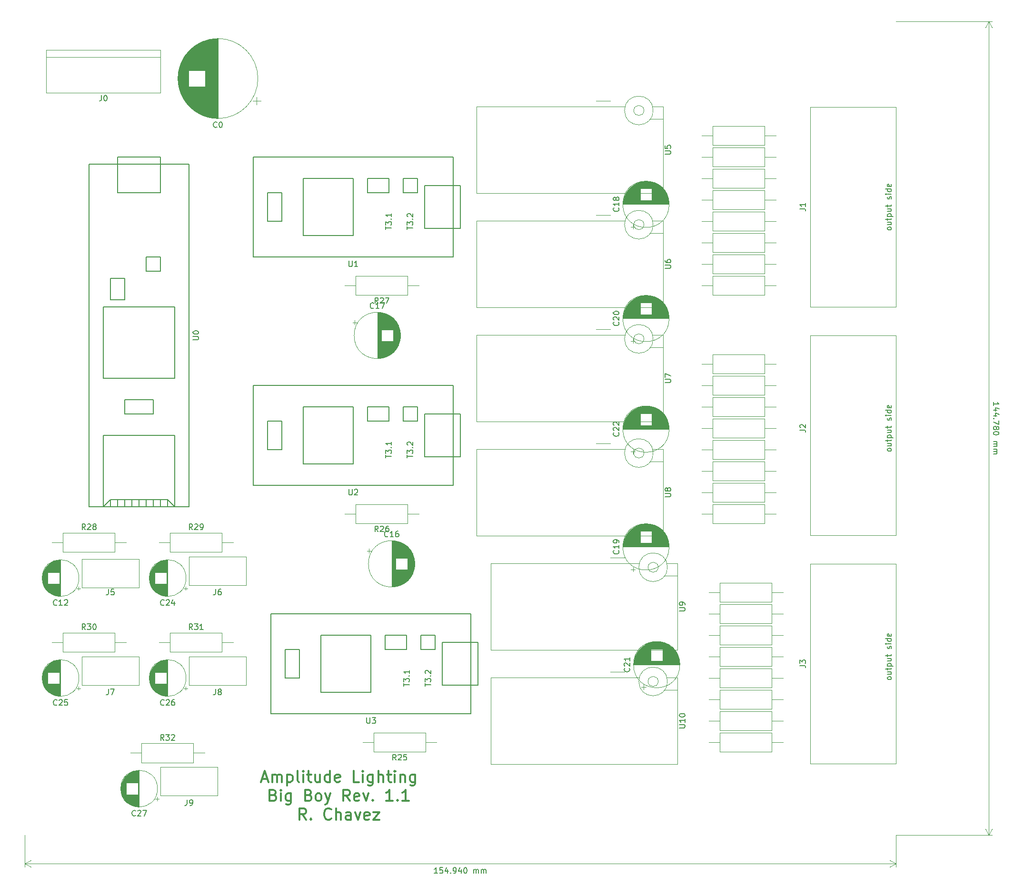
<source format=gbr>
G04 #@! TF.GenerationSoftware,KiCad,Pcbnew,5.1.3-ffb9f22~84~ubuntu18.04.1*
G04 #@! TF.CreationDate,2019-08-01T16:23:33-04:00*
G04 #@! TF.ProjectId,firstPCB,66697273-7450-4434-922e-6b696361645f,rev?*
G04 #@! TF.SameCoordinates,Original*
G04 #@! TF.FileFunction,Legend,Top*
G04 #@! TF.FilePolarity,Positive*
%FSLAX46Y46*%
G04 Gerber Fmt 4.6, Leading zero omitted, Abs format (unit mm)*
G04 Created by KiCad (PCBNEW 5.1.3-ffb9f22~84~ubuntu18.04.1) date 2019-08-01 16:23:33*
%MOMM*%
%LPD*%
G04 APERTURE LIST*
%ADD10C,0.150000*%
%ADD11C,0.120000*%
%ADD12C,0.350000*%
G04 APERTURE END LIST*
D10*
X158512380Y-222702380D02*
X157940952Y-222702380D01*
X158226666Y-222702380D02*
X158226666Y-221702380D01*
X158131428Y-221845238D01*
X158036190Y-221940476D01*
X157940952Y-221988095D01*
X159417142Y-221702380D02*
X158940952Y-221702380D01*
X158893333Y-222178571D01*
X158940952Y-222130952D01*
X159036190Y-222083333D01*
X159274285Y-222083333D01*
X159369523Y-222130952D01*
X159417142Y-222178571D01*
X159464761Y-222273809D01*
X159464761Y-222511904D01*
X159417142Y-222607142D01*
X159369523Y-222654761D01*
X159274285Y-222702380D01*
X159036190Y-222702380D01*
X158940952Y-222654761D01*
X158893333Y-222607142D01*
X160321904Y-222035714D02*
X160321904Y-222702380D01*
X160083809Y-221654761D02*
X159845714Y-222369047D01*
X160464761Y-222369047D01*
X160845714Y-222607142D02*
X160893333Y-222654761D01*
X160845714Y-222702380D01*
X160798095Y-222654761D01*
X160845714Y-222607142D01*
X160845714Y-222702380D01*
X161369523Y-222702380D02*
X161560000Y-222702380D01*
X161655238Y-222654761D01*
X161702857Y-222607142D01*
X161798095Y-222464285D01*
X161845714Y-222273809D01*
X161845714Y-221892857D01*
X161798095Y-221797619D01*
X161750476Y-221750000D01*
X161655238Y-221702380D01*
X161464761Y-221702380D01*
X161369523Y-221750000D01*
X161321904Y-221797619D01*
X161274285Y-221892857D01*
X161274285Y-222130952D01*
X161321904Y-222226190D01*
X161369523Y-222273809D01*
X161464761Y-222321428D01*
X161655238Y-222321428D01*
X161750476Y-222273809D01*
X161798095Y-222226190D01*
X161845714Y-222130952D01*
X162702857Y-222035714D02*
X162702857Y-222702380D01*
X162464761Y-221654761D02*
X162226666Y-222369047D01*
X162845714Y-222369047D01*
X163417142Y-221702380D02*
X163512380Y-221702380D01*
X163607619Y-221750000D01*
X163655238Y-221797619D01*
X163702857Y-221892857D01*
X163750476Y-222083333D01*
X163750476Y-222321428D01*
X163702857Y-222511904D01*
X163655238Y-222607142D01*
X163607619Y-222654761D01*
X163512380Y-222702380D01*
X163417142Y-222702380D01*
X163321904Y-222654761D01*
X163274285Y-222607142D01*
X163226666Y-222511904D01*
X163179047Y-222321428D01*
X163179047Y-222083333D01*
X163226666Y-221892857D01*
X163274285Y-221797619D01*
X163321904Y-221750000D01*
X163417142Y-221702380D01*
X164940952Y-222702380D02*
X164940952Y-222035714D01*
X164940952Y-222130952D02*
X164988571Y-222083333D01*
X165083809Y-222035714D01*
X165226666Y-222035714D01*
X165321904Y-222083333D01*
X165369523Y-222178571D01*
X165369523Y-222702380D01*
X165369523Y-222178571D02*
X165417142Y-222083333D01*
X165512380Y-222035714D01*
X165655238Y-222035714D01*
X165750476Y-222083333D01*
X165798095Y-222178571D01*
X165798095Y-222702380D01*
X166274285Y-222702380D02*
X166274285Y-222035714D01*
X166274285Y-222130952D02*
X166321904Y-222083333D01*
X166417142Y-222035714D01*
X166560000Y-222035714D01*
X166655238Y-222083333D01*
X166702857Y-222178571D01*
X166702857Y-222702380D01*
X166702857Y-222178571D02*
X166750476Y-222083333D01*
X166845714Y-222035714D01*
X166988571Y-222035714D01*
X167083809Y-222083333D01*
X167131428Y-222178571D01*
X167131428Y-222702380D01*
D11*
X85090000Y-220980000D02*
X240030000Y-220980000D01*
X85090000Y-215900000D02*
X85090000Y-221566421D01*
X240030000Y-215900000D02*
X240030000Y-221566421D01*
X240030000Y-220980000D02*
X238903496Y-221566421D01*
X240030000Y-220980000D02*
X238903496Y-220393579D01*
X85090000Y-220980000D02*
X86216504Y-221566421D01*
X85090000Y-220980000D02*
X86216504Y-220393579D01*
D10*
X257357619Y-139462380D02*
X257357619Y-138890952D01*
X257357619Y-139176666D02*
X258357619Y-139176666D01*
X258214761Y-139081428D01*
X258119523Y-138986190D01*
X258071904Y-138890952D01*
X258024285Y-140319523D02*
X257357619Y-140319523D01*
X258405238Y-140081428D02*
X257690952Y-139843333D01*
X257690952Y-140462380D01*
X258024285Y-141271904D02*
X257357619Y-141271904D01*
X258405238Y-141033809D02*
X257690952Y-140795714D01*
X257690952Y-141414761D01*
X257452857Y-141795714D02*
X257405238Y-141843333D01*
X257357619Y-141795714D01*
X257405238Y-141748095D01*
X257452857Y-141795714D01*
X257357619Y-141795714D01*
X258357619Y-142176666D02*
X258357619Y-142843333D01*
X257357619Y-142414761D01*
X257929047Y-143367142D02*
X257976666Y-143271904D01*
X258024285Y-143224285D01*
X258119523Y-143176666D01*
X258167142Y-143176666D01*
X258262380Y-143224285D01*
X258310000Y-143271904D01*
X258357619Y-143367142D01*
X258357619Y-143557619D01*
X258310000Y-143652857D01*
X258262380Y-143700476D01*
X258167142Y-143748095D01*
X258119523Y-143748095D01*
X258024285Y-143700476D01*
X257976666Y-143652857D01*
X257929047Y-143557619D01*
X257929047Y-143367142D01*
X257881428Y-143271904D01*
X257833809Y-143224285D01*
X257738571Y-143176666D01*
X257548095Y-143176666D01*
X257452857Y-143224285D01*
X257405238Y-143271904D01*
X257357619Y-143367142D01*
X257357619Y-143557619D01*
X257405238Y-143652857D01*
X257452857Y-143700476D01*
X257548095Y-143748095D01*
X257738571Y-143748095D01*
X257833809Y-143700476D01*
X257881428Y-143652857D01*
X257929047Y-143557619D01*
X258357619Y-144367142D02*
X258357619Y-144462380D01*
X258310000Y-144557619D01*
X258262380Y-144605238D01*
X258167142Y-144652857D01*
X257976666Y-144700476D01*
X257738571Y-144700476D01*
X257548095Y-144652857D01*
X257452857Y-144605238D01*
X257405238Y-144557619D01*
X257357619Y-144462380D01*
X257357619Y-144367142D01*
X257405238Y-144271904D01*
X257452857Y-144224285D01*
X257548095Y-144176666D01*
X257738571Y-144129047D01*
X257976666Y-144129047D01*
X258167142Y-144176666D01*
X258262380Y-144224285D01*
X258310000Y-144271904D01*
X258357619Y-144367142D01*
X257357619Y-145890952D02*
X258024285Y-145890952D01*
X257929047Y-145890952D02*
X257976666Y-145938571D01*
X258024285Y-146033809D01*
X258024285Y-146176666D01*
X257976666Y-146271904D01*
X257881428Y-146319523D01*
X257357619Y-146319523D01*
X257881428Y-146319523D02*
X257976666Y-146367142D01*
X258024285Y-146462380D01*
X258024285Y-146605238D01*
X257976666Y-146700476D01*
X257881428Y-146748095D01*
X257357619Y-146748095D01*
X257357619Y-147224285D02*
X258024285Y-147224285D01*
X257929047Y-147224285D02*
X257976666Y-147271904D01*
X258024285Y-147367142D01*
X258024285Y-147510000D01*
X257976666Y-147605238D01*
X257881428Y-147652857D01*
X257357619Y-147652857D01*
X257881428Y-147652857D02*
X257976666Y-147700476D01*
X258024285Y-147795714D01*
X258024285Y-147938571D01*
X257976666Y-148033809D01*
X257881428Y-148081428D01*
X257357619Y-148081428D01*
D11*
X256540000Y-71120000D02*
X256540000Y-215900000D01*
X240030000Y-71120000D02*
X257126421Y-71120000D01*
X240030000Y-215900000D02*
X257126421Y-215900000D01*
X256540000Y-215900000D02*
X255953579Y-214773496D01*
X256540000Y-215900000D02*
X257126421Y-214773496D01*
X256540000Y-71120000D02*
X255953579Y-72246504D01*
X256540000Y-71120000D02*
X257126421Y-72246504D01*
D12*
X127303333Y-205898333D02*
X128255714Y-205898333D01*
X127112857Y-206469761D02*
X127779523Y-204469761D01*
X128446190Y-206469761D01*
X129112857Y-206469761D02*
X129112857Y-205136428D01*
X129112857Y-205326904D02*
X129208095Y-205231666D01*
X129398571Y-205136428D01*
X129684285Y-205136428D01*
X129874761Y-205231666D01*
X129970000Y-205422142D01*
X129970000Y-206469761D01*
X129970000Y-205422142D02*
X130065238Y-205231666D01*
X130255714Y-205136428D01*
X130541428Y-205136428D01*
X130731904Y-205231666D01*
X130827142Y-205422142D01*
X130827142Y-206469761D01*
X131779523Y-205136428D02*
X131779523Y-207136428D01*
X131779523Y-205231666D02*
X131970000Y-205136428D01*
X132350952Y-205136428D01*
X132541428Y-205231666D01*
X132636666Y-205326904D01*
X132731904Y-205517380D01*
X132731904Y-206088809D01*
X132636666Y-206279285D01*
X132541428Y-206374523D01*
X132350952Y-206469761D01*
X131970000Y-206469761D01*
X131779523Y-206374523D01*
X133874761Y-206469761D02*
X133684285Y-206374523D01*
X133589047Y-206184047D01*
X133589047Y-204469761D01*
X134636666Y-206469761D02*
X134636666Y-205136428D01*
X134636666Y-204469761D02*
X134541428Y-204565000D01*
X134636666Y-204660238D01*
X134731904Y-204565000D01*
X134636666Y-204469761D01*
X134636666Y-204660238D01*
X135303333Y-205136428D02*
X136065238Y-205136428D01*
X135589047Y-204469761D02*
X135589047Y-206184047D01*
X135684285Y-206374523D01*
X135874761Y-206469761D01*
X136065238Y-206469761D01*
X137589047Y-205136428D02*
X137589047Y-206469761D01*
X136731904Y-205136428D02*
X136731904Y-206184047D01*
X136827142Y-206374523D01*
X137017619Y-206469761D01*
X137303333Y-206469761D01*
X137493809Y-206374523D01*
X137589047Y-206279285D01*
X139398571Y-206469761D02*
X139398571Y-204469761D01*
X139398571Y-206374523D02*
X139208095Y-206469761D01*
X138827142Y-206469761D01*
X138636666Y-206374523D01*
X138541428Y-206279285D01*
X138446190Y-206088809D01*
X138446190Y-205517380D01*
X138541428Y-205326904D01*
X138636666Y-205231666D01*
X138827142Y-205136428D01*
X139208095Y-205136428D01*
X139398571Y-205231666D01*
X141112857Y-206374523D02*
X140922380Y-206469761D01*
X140541428Y-206469761D01*
X140350952Y-206374523D01*
X140255714Y-206184047D01*
X140255714Y-205422142D01*
X140350952Y-205231666D01*
X140541428Y-205136428D01*
X140922380Y-205136428D01*
X141112857Y-205231666D01*
X141208095Y-205422142D01*
X141208095Y-205612619D01*
X140255714Y-205803095D01*
X144541428Y-206469761D02*
X143589047Y-206469761D01*
X143589047Y-204469761D01*
X145208095Y-206469761D02*
X145208095Y-205136428D01*
X145208095Y-204469761D02*
X145112857Y-204565000D01*
X145208095Y-204660238D01*
X145303333Y-204565000D01*
X145208095Y-204469761D01*
X145208095Y-204660238D01*
X147017619Y-205136428D02*
X147017619Y-206755476D01*
X146922380Y-206945952D01*
X146827142Y-207041190D01*
X146636666Y-207136428D01*
X146350952Y-207136428D01*
X146160476Y-207041190D01*
X147017619Y-206374523D02*
X146827142Y-206469761D01*
X146446190Y-206469761D01*
X146255714Y-206374523D01*
X146160476Y-206279285D01*
X146065238Y-206088809D01*
X146065238Y-205517380D01*
X146160476Y-205326904D01*
X146255714Y-205231666D01*
X146446190Y-205136428D01*
X146827142Y-205136428D01*
X147017619Y-205231666D01*
X147970000Y-206469761D02*
X147970000Y-204469761D01*
X148827142Y-206469761D02*
X148827142Y-205422142D01*
X148731904Y-205231666D01*
X148541428Y-205136428D01*
X148255714Y-205136428D01*
X148065238Y-205231666D01*
X147970000Y-205326904D01*
X149493809Y-205136428D02*
X150255714Y-205136428D01*
X149779523Y-204469761D02*
X149779523Y-206184047D01*
X149874761Y-206374523D01*
X150065238Y-206469761D01*
X150255714Y-206469761D01*
X150922380Y-206469761D02*
X150922380Y-205136428D01*
X150922380Y-204469761D02*
X150827142Y-204565000D01*
X150922380Y-204660238D01*
X151017619Y-204565000D01*
X150922380Y-204469761D01*
X150922380Y-204660238D01*
X151874761Y-205136428D02*
X151874761Y-206469761D01*
X151874761Y-205326904D02*
X151970000Y-205231666D01*
X152160476Y-205136428D01*
X152446190Y-205136428D01*
X152636666Y-205231666D01*
X152731904Y-205422142D01*
X152731904Y-206469761D01*
X154541428Y-205136428D02*
X154541428Y-206755476D01*
X154446190Y-206945952D01*
X154350952Y-207041190D01*
X154160476Y-207136428D01*
X153874761Y-207136428D01*
X153684285Y-207041190D01*
X154541428Y-206374523D02*
X154350952Y-206469761D01*
X153970000Y-206469761D01*
X153779523Y-206374523D01*
X153684285Y-206279285D01*
X153589047Y-206088809D01*
X153589047Y-205517380D01*
X153684285Y-205326904D01*
X153779523Y-205231666D01*
X153970000Y-205136428D01*
X154350952Y-205136428D01*
X154541428Y-205231666D01*
X129303333Y-208772142D02*
X129589047Y-208867380D01*
X129684285Y-208962619D01*
X129779523Y-209153095D01*
X129779523Y-209438809D01*
X129684285Y-209629285D01*
X129589047Y-209724523D01*
X129398571Y-209819761D01*
X128636666Y-209819761D01*
X128636666Y-207819761D01*
X129303333Y-207819761D01*
X129493809Y-207915000D01*
X129589047Y-208010238D01*
X129684285Y-208200714D01*
X129684285Y-208391190D01*
X129589047Y-208581666D01*
X129493809Y-208676904D01*
X129303333Y-208772142D01*
X128636666Y-208772142D01*
X130636666Y-209819761D02*
X130636666Y-208486428D01*
X130636666Y-207819761D02*
X130541428Y-207915000D01*
X130636666Y-208010238D01*
X130731904Y-207915000D01*
X130636666Y-207819761D01*
X130636666Y-208010238D01*
X132446190Y-208486428D02*
X132446190Y-210105476D01*
X132350952Y-210295952D01*
X132255714Y-210391190D01*
X132065238Y-210486428D01*
X131779523Y-210486428D01*
X131589047Y-210391190D01*
X132446190Y-209724523D02*
X132255714Y-209819761D01*
X131874761Y-209819761D01*
X131684285Y-209724523D01*
X131589047Y-209629285D01*
X131493809Y-209438809D01*
X131493809Y-208867380D01*
X131589047Y-208676904D01*
X131684285Y-208581666D01*
X131874761Y-208486428D01*
X132255714Y-208486428D01*
X132446190Y-208581666D01*
X135589047Y-208772142D02*
X135874761Y-208867380D01*
X135970000Y-208962619D01*
X136065238Y-209153095D01*
X136065238Y-209438809D01*
X135970000Y-209629285D01*
X135874761Y-209724523D01*
X135684285Y-209819761D01*
X134922380Y-209819761D01*
X134922380Y-207819761D01*
X135589047Y-207819761D01*
X135779523Y-207915000D01*
X135874761Y-208010238D01*
X135970000Y-208200714D01*
X135970000Y-208391190D01*
X135874761Y-208581666D01*
X135779523Y-208676904D01*
X135589047Y-208772142D01*
X134922380Y-208772142D01*
X137208095Y-209819761D02*
X137017619Y-209724523D01*
X136922380Y-209629285D01*
X136827142Y-209438809D01*
X136827142Y-208867380D01*
X136922380Y-208676904D01*
X137017619Y-208581666D01*
X137208095Y-208486428D01*
X137493809Y-208486428D01*
X137684285Y-208581666D01*
X137779523Y-208676904D01*
X137874761Y-208867380D01*
X137874761Y-209438809D01*
X137779523Y-209629285D01*
X137684285Y-209724523D01*
X137493809Y-209819761D01*
X137208095Y-209819761D01*
X138541428Y-208486428D02*
X139017619Y-209819761D01*
X139493809Y-208486428D02*
X139017619Y-209819761D01*
X138827142Y-210295952D01*
X138731904Y-210391190D01*
X138541428Y-210486428D01*
X142922380Y-209819761D02*
X142255714Y-208867380D01*
X141779523Y-209819761D02*
X141779523Y-207819761D01*
X142541428Y-207819761D01*
X142731904Y-207915000D01*
X142827142Y-208010238D01*
X142922380Y-208200714D01*
X142922380Y-208486428D01*
X142827142Y-208676904D01*
X142731904Y-208772142D01*
X142541428Y-208867380D01*
X141779523Y-208867380D01*
X144541428Y-209724523D02*
X144350952Y-209819761D01*
X143970000Y-209819761D01*
X143779523Y-209724523D01*
X143684285Y-209534047D01*
X143684285Y-208772142D01*
X143779523Y-208581666D01*
X143970000Y-208486428D01*
X144350952Y-208486428D01*
X144541428Y-208581666D01*
X144636666Y-208772142D01*
X144636666Y-208962619D01*
X143684285Y-209153095D01*
X145303333Y-208486428D02*
X145779523Y-209819761D01*
X146255714Y-208486428D01*
X147017619Y-209629285D02*
X147112857Y-209724523D01*
X147017619Y-209819761D01*
X146922380Y-209724523D01*
X147017619Y-209629285D01*
X147017619Y-209819761D01*
X150541428Y-209819761D02*
X149398571Y-209819761D01*
X149970000Y-209819761D02*
X149970000Y-207819761D01*
X149779523Y-208105476D01*
X149589047Y-208295952D01*
X149398571Y-208391190D01*
X151398571Y-209629285D02*
X151493809Y-209724523D01*
X151398571Y-209819761D01*
X151303333Y-209724523D01*
X151398571Y-209629285D01*
X151398571Y-209819761D01*
X153398571Y-209819761D02*
X152255714Y-209819761D01*
X152827142Y-209819761D02*
X152827142Y-207819761D01*
X152636666Y-208105476D01*
X152446190Y-208295952D01*
X152255714Y-208391190D01*
X135112857Y-213169761D02*
X134446190Y-212217380D01*
X133970000Y-213169761D02*
X133970000Y-211169761D01*
X134731904Y-211169761D01*
X134922380Y-211265000D01*
X135017619Y-211360238D01*
X135112857Y-211550714D01*
X135112857Y-211836428D01*
X135017619Y-212026904D01*
X134922380Y-212122142D01*
X134731904Y-212217380D01*
X133970000Y-212217380D01*
X135970000Y-212979285D02*
X136065238Y-213074523D01*
X135970000Y-213169761D01*
X135874761Y-213074523D01*
X135970000Y-212979285D01*
X135970000Y-213169761D01*
X139589047Y-212979285D02*
X139493809Y-213074523D01*
X139208095Y-213169761D01*
X139017619Y-213169761D01*
X138731904Y-213074523D01*
X138541428Y-212884047D01*
X138446190Y-212693571D01*
X138350952Y-212312619D01*
X138350952Y-212026904D01*
X138446190Y-211645952D01*
X138541428Y-211455476D01*
X138731904Y-211265000D01*
X139017619Y-211169761D01*
X139208095Y-211169761D01*
X139493809Y-211265000D01*
X139589047Y-211360238D01*
X140446190Y-213169761D02*
X140446190Y-211169761D01*
X141303333Y-213169761D02*
X141303333Y-212122142D01*
X141208095Y-211931666D01*
X141017619Y-211836428D01*
X140731904Y-211836428D01*
X140541428Y-211931666D01*
X140446190Y-212026904D01*
X143112857Y-213169761D02*
X143112857Y-212122142D01*
X143017619Y-211931666D01*
X142827142Y-211836428D01*
X142446190Y-211836428D01*
X142255714Y-211931666D01*
X143112857Y-213074523D02*
X142922380Y-213169761D01*
X142446190Y-213169761D01*
X142255714Y-213074523D01*
X142160476Y-212884047D01*
X142160476Y-212693571D01*
X142255714Y-212503095D01*
X142446190Y-212407857D01*
X142922380Y-212407857D01*
X143112857Y-212312619D01*
X143874761Y-211836428D02*
X144350952Y-213169761D01*
X144827142Y-211836428D01*
X146350952Y-213074523D02*
X146160476Y-213169761D01*
X145779523Y-213169761D01*
X145589047Y-213074523D01*
X145493809Y-212884047D01*
X145493809Y-212122142D01*
X145589047Y-211931666D01*
X145779523Y-211836428D01*
X146160476Y-211836428D01*
X146350952Y-211931666D01*
X146446190Y-212122142D01*
X146446190Y-212312619D01*
X145493809Y-212503095D01*
X147112857Y-211836428D02*
X148160476Y-211836428D01*
X147112857Y-213169761D01*
X148160476Y-213169761D01*
D11*
X95250000Y-171838401D02*
X95250000Y-166758401D01*
X105410000Y-171838401D02*
X95250000Y-171838401D01*
X105410000Y-166758401D02*
X105410000Y-171838401D01*
X95250000Y-166758401D02*
X105410000Y-166758401D01*
X224790000Y-167640000D02*
X228600000Y-167640000D01*
X224790000Y-203200000D02*
X224790000Y-167640000D01*
X228600000Y-203200000D02*
X224790000Y-203200000D01*
X240030000Y-203200000D02*
X228600000Y-203200000D01*
X240030000Y-167640000D02*
X240030000Y-203200000D01*
X228600000Y-167640000D02*
X240030000Y-167640000D01*
X224790000Y-127000000D02*
X228600000Y-127000000D01*
X224790000Y-162560000D02*
X224790000Y-127000000D01*
X228600000Y-162560000D02*
X224790000Y-162560000D01*
X240030000Y-162560000D02*
X228600000Y-162560000D01*
X240030000Y-127000000D02*
X240030000Y-162560000D01*
X228600000Y-127000000D02*
X240030000Y-127000000D01*
X224790000Y-86360000D02*
X228600000Y-86360000D01*
X224790000Y-121920000D02*
X224790000Y-86360000D01*
X228600000Y-121920000D02*
X224790000Y-121920000D01*
X240030000Y-121920000D02*
X228600000Y-121920000D01*
X240030000Y-86360000D02*
X240030000Y-121920000D01*
X228600000Y-86360000D02*
X240030000Y-86360000D01*
X186690000Y-105540000D02*
X189230000Y-105540000D01*
X198620000Y-108840000D02*
X196360000Y-108840000D01*
X198620000Y-106600000D02*
X196760000Y-106600000D01*
X198620000Y-122000000D02*
X198620000Y-106600000D01*
X165420000Y-122000000D02*
X198620000Y-122000000D01*
X165420000Y-106600000D02*
X165420000Y-122000000D01*
X191860000Y-106600000D02*
X165420000Y-106600000D01*
X195210000Y-107290000D02*
G75*
G03X195210000Y-107290000I-900000J0D01*
G01*
X196860000Y-107290000D02*
G75*
G03X196860000Y-107290000I-2550000J0D01*
G01*
X126359543Y-85975000D02*
X126359543Y-84575000D01*
X127059543Y-85275000D02*
X125659543Y-85275000D01*
X112359000Y-81994000D02*
X112359000Y-80566000D01*
X112399000Y-82305000D02*
X112399000Y-80255000D01*
X112439000Y-82542000D02*
X112439000Y-80018000D01*
X112479000Y-82741000D02*
X112479000Y-79819000D01*
X112519000Y-82916000D02*
X112519000Y-79644000D01*
X112559000Y-83074000D02*
X112559000Y-79486000D01*
X112599000Y-83218000D02*
X112599000Y-79342000D01*
X112639000Y-83351000D02*
X112639000Y-79209000D01*
X112679000Y-83476000D02*
X112679000Y-79084000D01*
X112719000Y-83593000D02*
X112719000Y-78967000D01*
X112759000Y-83705000D02*
X112759000Y-78855000D01*
X112799000Y-83810000D02*
X112799000Y-78750000D01*
X112839000Y-83912000D02*
X112839000Y-78648000D01*
X112879000Y-84008000D02*
X112879000Y-78552000D01*
X112919000Y-84101000D02*
X112919000Y-78459000D01*
X112959000Y-84191000D02*
X112959000Y-78369000D01*
X112999000Y-84277000D02*
X112999000Y-78283000D01*
X113039000Y-84360000D02*
X113039000Y-78200000D01*
X113079000Y-84441000D02*
X113079000Y-78119000D01*
X113119000Y-84520000D02*
X113119000Y-78040000D01*
X113159000Y-84595000D02*
X113159000Y-77965000D01*
X113199000Y-84669000D02*
X113199000Y-77891000D01*
X113239000Y-84741000D02*
X113239000Y-77819000D01*
X113279000Y-84811000D02*
X113279000Y-77749000D01*
X113319000Y-84879000D02*
X113319000Y-77681000D01*
X113359000Y-84946000D02*
X113359000Y-77614000D01*
X113399000Y-85010000D02*
X113399000Y-77550000D01*
X113439000Y-85074000D02*
X113439000Y-77486000D01*
X113479000Y-85136000D02*
X113479000Y-77424000D01*
X113519000Y-85196000D02*
X113519000Y-77364000D01*
X113559000Y-85255000D02*
X113559000Y-77305000D01*
X113599000Y-85313000D02*
X113599000Y-77247000D01*
X113639000Y-85370000D02*
X113639000Y-77190000D01*
X113679000Y-85426000D02*
X113679000Y-77134000D01*
X113719000Y-85480000D02*
X113719000Y-77080000D01*
X113759000Y-85534000D02*
X113759000Y-77026000D01*
X113799000Y-85586000D02*
X113799000Y-76974000D01*
X113839000Y-85638000D02*
X113839000Y-76922000D01*
X113879000Y-85688000D02*
X113879000Y-76872000D01*
X113919000Y-85738000D02*
X113919000Y-76822000D01*
X113959000Y-85786000D02*
X113959000Y-76774000D01*
X113999000Y-85834000D02*
X113999000Y-76726000D01*
X114039000Y-85881000D02*
X114039000Y-76679000D01*
X114079000Y-85927000D02*
X114079000Y-76633000D01*
X114119000Y-85973000D02*
X114119000Y-76587000D01*
X114159000Y-86017000D02*
X114159000Y-76543000D01*
X114199000Y-86061000D02*
X114199000Y-76499000D01*
X114239000Y-86104000D02*
X114239000Y-76456000D01*
X114279000Y-79840000D02*
X114279000Y-76414000D01*
X114279000Y-86146000D02*
X114279000Y-82720000D01*
X114319000Y-79840000D02*
X114319000Y-76372000D01*
X114319000Y-86188000D02*
X114319000Y-82720000D01*
X114359000Y-79840000D02*
X114359000Y-76331000D01*
X114359000Y-86229000D02*
X114359000Y-82720000D01*
X114399000Y-79840000D02*
X114399000Y-76290000D01*
X114399000Y-86270000D02*
X114399000Y-82720000D01*
X114439000Y-79840000D02*
X114439000Y-76251000D01*
X114439000Y-86309000D02*
X114439000Y-82720000D01*
X114479000Y-79840000D02*
X114479000Y-76211000D01*
X114479000Y-86349000D02*
X114479000Y-82720000D01*
X114519000Y-79840000D02*
X114519000Y-76173000D01*
X114519000Y-86387000D02*
X114519000Y-82720000D01*
X114559000Y-79840000D02*
X114559000Y-76135000D01*
X114559000Y-86425000D02*
X114559000Y-82720000D01*
X114599000Y-79840000D02*
X114599000Y-76098000D01*
X114599000Y-86462000D02*
X114599000Y-82720000D01*
X114639000Y-79840000D02*
X114639000Y-76061000D01*
X114639000Y-86499000D02*
X114639000Y-82720000D01*
X114679000Y-79840000D02*
X114679000Y-76025000D01*
X114679000Y-86535000D02*
X114679000Y-82720000D01*
X114719000Y-79840000D02*
X114719000Y-75989000D01*
X114719000Y-86571000D02*
X114719000Y-82720000D01*
X114759000Y-79840000D02*
X114759000Y-75954000D01*
X114759000Y-86606000D02*
X114759000Y-82720000D01*
X114799000Y-79840000D02*
X114799000Y-75919000D01*
X114799000Y-86641000D02*
X114799000Y-82720000D01*
X114839000Y-79840000D02*
X114839000Y-75885000D01*
X114839000Y-86675000D02*
X114839000Y-82720000D01*
X114879000Y-79840000D02*
X114879000Y-75851000D01*
X114879000Y-86709000D02*
X114879000Y-82720000D01*
X114919000Y-79840000D02*
X114919000Y-75818000D01*
X114919000Y-86742000D02*
X114919000Y-82720000D01*
X114959000Y-79840000D02*
X114959000Y-75786000D01*
X114959000Y-86774000D02*
X114959000Y-82720000D01*
X114999000Y-79840000D02*
X114999000Y-75753000D01*
X114999000Y-86807000D02*
X114999000Y-82720000D01*
X115039000Y-79840000D02*
X115039000Y-75722000D01*
X115039000Y-86838000D02*
X115039000Y-82720000D01*
X115079000Y-79840000D02*
X115079000Y-75691000D01*
X115079000Y-86869000D02*
X115079000Y-82720000D01*
X115119000Y-79840000D02*
X115119000Y-75660000D01*
X115119000Y-86900000D02*
X115119000Y-82720000D01*
X115159000Y-79840000D02*
X115159000Y-75630000D01*
X115159000Y-86930000D02*
X115159000Y-82720000D01*
X115199000Y-79840000D02*
X115199000Y-75600000D01*
X115199000Y-86960000D02*
X115199000Y-82720000D01*
X115239000Y-79840000D02*
X115239000Y-75570000D01*
X115239000Y-86990000D02*
X115239000Y-82720000D01*
X115279000Y-79840000D02*
X115279000Y-75541000D01*
X115279000Y-87019000D02*
X115279000Y-82720000D01*
X115319000Y-79840000D02*
X115319000Y-75513000D01*
X115319000Y-87047000D02*
X115319000Y-82720000D01*
X115359000Y-79840000D02*
X115359000Y-75484000D01*
X115359000Y-87076000D02*
X115359000Y-82720000D01*
X115399000Y-79840000D02*
X115399000Y-75457000D01*
X115399000Y-87103000D02*
X115399000Y-82720000D01*
X115439000Y-79840000D02*
X115439000Y-75429000D01*
X115439000Y-87131000D02*
X115439000Y-82720000D01*
X115479000Y-79840000D02*
X115479000Y-75402000D01*
X115479000Y-87158000D02*
X115479000Y-82720000D01*
X115519000Y-79840000D02*
X115519000Y-75376000D01*
X115519000Y-87184000D02*
X115519000Y-82720000D01*
X115559000Y-79840000D02*
X115559000Y-75350000D01*
X115559000Y-87210000D02*
X115559000Y-82720000D01*
X115599000Y-79840000D02*
X115599000Y-75324000D01*
X115599000Y-87236000D02*
X115599000Y-82720000D01*
X115639000Y-79840000D02*
X115639000Y-75298000D01*
X115639000Y-87262000D02*
X115639000Y-82720000D01*
X115679000Y-79840000D02*
X115679000Y-75273000D01*
X115679000Y-87287000D02*
X115679000Y-82720000D01*
X115719000Y-79840000D02*
X115719000Y-75249000D01*
X115719000Y-87311000D02*
X115719000Y-82720000D01*
X115759000Y-79840000D02*
X115759000Y-75224000D01*
X115759000Y-87336000D02*
X115759000Y-82720000D01*
X115799000Y-79840000D02*
X115799000Y-75200000D01*
X115799000Y-87360000D02*
X115799000Y-82720000D01*
X115839000Y-79840000D02*
X115839000Y-75177000D01*
X115839000Y-87383000D02*
X115839000Y-82720000D01*
X115879000Y-79840000D02*
X115879000Y-75153000D01*
X115879000Y-87407000D02*
X115879000Y-82720000D01*
X115919000Y-79840000D02*
X115919000Y-75130000D01*
X115919000Y-87430000D02*
X115919000Y-82720000D01*
X115959000Y-79840000D02*
X115959000Y-75108000D01*
X115959000Y-87452000D02*
X115959000Y-82720000D01*
X115999000Y-79840000D02*
X115999000Y-75086000D01*
X115999000Y-87474000D02*
X115999000Y-82720000D01*
X116039000Y-79840000D02*
X116039000Y-75064000D01*
X116039000Y-87496000D02*
X116039000Y-82720000D01*
X116079000Y-79840000D02*
X116079000Y-75042000D01*
X116079000Y-87518000D02*
X116079000Y-82720000D01*
X116119000Y-79840000D02*
X116119000Y-75021000D01*
X116119000Y-87539000D02*
X116119000Y-82720000D01*
X116159000Y-79840000D02*
X116159000Y-75000000D01*
X116159000Y-87560000D02*
X116159000Y-82720000D01*
X116199000Y-79840000D02*
X116199000Y-74979000D01*
X116199000Y-87581000D02*
X116199000Y-82720000D01*
X116239000Y-79840000D02*
X116239000Y-74959000D01*
X116239000Y-87601000D02*
X116239000Y-82720000D01*
X116279000Y-79840000D02*
X116279000Y-74939000D01*
X116279000Y-87621000D02*
X116279000Y-82720000D01*
X116319000Y-79840000D02*
X116319000Y-74920000D01*
X116319000Y-87640000D02*
X116319000Y-82720000D01*
X116359000Y-79840000D02*
X116359000Y-74900000D01*
X116359000Y-87660000D02*
X116359000Y-82720000D01*
X116399000Y-79840000D02*
X116399000Y-74881000D01*
X116399000Y-87679000D02*
X116399000Y-82720000D01*
X116439000Y-79840000D02*
X116439000Y-74862000D01*
X116439000Y-87698000D02*
X116439000Y-82720000D01*
X116479000Y-79840000D02*
X116479000Y-74844000D01*
X116479000Y-87716000D02*
X116479000Y-82720000D01*
X116519000Y-79840000D02*
X116519000Y-74826000D01*
X116519000Y-87734000D02*
X116519000Y-82720000D01*
X116559000Y-79840000D02*
X116559000Y-74808000D01*
X116559000Y-87752000D02*
X116559000Y-82720000D01*
X116599000Y-79840000D02*
X116599000Y-74790000D01*
X116599000Y-87770000D02*
X116599000Y-82720000D01*
X116639000Y-79840000D02*
X116639000Y-74773000D01*
X116639000Y-87787000D02*
X116639000Y-82720000D01*
X116679000Y-79840000D02*
X116679000Y-74756000D01*
X116679000Y-87804000D02*
X116679000Y-82720000D01*
X116719000Y-79840000D02*
X116719000Y-74740000D01*
X116719000Y-87820000D02*
X116719000Y-82720000D01*
X116759000Y-79840000D02*
X116759000Y-74723000D01*
X116759000Y-87837000D02*
X116759000Y-82720000D01*
X116799000Y-79840000D02*
X116799000Y-74707000D01*
X116799000Y-87853000D02*
X116799000Y-82720000D01*
X116839000Y-79840000D02*
X116839000Y-74691000D01*
X116839000Y-87869000D02*
X116839000Y-82720000D01*
X116879000Y-79840000D02*
X116879000Y-74676000D01*
X116879000Y-87884000D02*
X116879000Y-82720000D01*
X116919000Y-79840000D02*
X116919000Y-74660000D01*
X116919000Y-87900000D02*
X116919000Y-82720000D01*
X116959000Y-79840000D02*
X116959000Y-74645000D01*
X116959000Y-87915000D02*
X116959000Y-82720000D01*
X116999000Y-79840000D02*
X116999000Y-74631000D01*
X116999000Y-87929000D02*
X116999000Y-82720000D01*
X117039000Y-79840000D02*
X117039000Y-74616000D01*
X117039000Y-87944000D02*
X117039000Y-82720000D01*
X117079000Y-79840000D02*
X117079000Y-74602000D01*
X117079000Y-87958000D02*
X117079000Y-82720000D01*
X117119000Y-79840000D02*
X117119000Y-74588000D01*
X117119000Y-87972000D02*
X117119000Y-82720000D01*
X117159000Y-87986000D02*
X117159000Y-74574000D01*
X117199000Y-87999000D02*
X117199000Y-74561000D01*
X117239000Y-88012000D02*
X117239000Y-74548000D01*
X117279000Y-88025000D02*
X117279000Y-74535000D01*
X117319000Y-88038000D02*
X117319000Y-74522000D01*
X117359000Y-88050000D02*
X117359000Y-74510000D01*
X117399000Y-88062000D02*
X117399000Y-74498000D01*
X117439000Y-88074000D02*
X117439000Y-74486000D01*
X117479000Y-88085000D02*
X117479000Y-74475000D01*
X117519000Y-88097000D02*
X117519000Y-74463000D01*
X117559000Y-88108000D02*
X117559000Y-74452000D01*
X117599000Y-88119000D02*
X117599000Y-74441000D01*
X117639000Y-88129000D02*
X117639000Y-74431000D01*
X117679000Y-88140000D02*
X117679000Y-74420000D01*
X117719000Y-88150000D02*
X117719000Y-74410000D01*
X117759000Y-88159000D02*
X117759000Y-74401000D01*
X117799000Y-88169000D02*
X117799000Y-74391000D01*
X117839000Y-88178000D02*
X117839000Y-74382000D01*
X117879000Y-88187000D02*
X117879000Y-74373000D01*
X117919000Y-88196000D02*
X117919000Y-74364000D01*
X117959000Y-88205000D02*
X117959000Y-74355000D01*
X117999000Y-88213000D02*
X117999000Y-74347000D01*
X118039000Y-88222000D02*
X118039000Y-74338000D01*
X118079000Y-88229000D02*
X118079000Y-74331000D01*
X118119000Y-88237000D02*
X118119000Y-74323000D01*
X118159000Y-88244000D02*
X118159000Y-74316000D01*
X118199000Y-88252000D02*
X118199000Y-74308000D01*
X118239000Y-88259000D02*
X118239000Y-74301000D01*
X118279000Y-88265000D02*
X118279000Y-74295000D01*
X118319000Y-88272000D02*
X118319000Y-74288000D01*
X118359000Y-88278000D02*
X118359000Y-74282000D01*
X118399000Y-88284000D02*
X118399000Y-74276000D01*
X118439000Y-88290000D02*
X118439000Y-74270000D01*
X118479000Y-88295000D02*
X118479000Y-74265000D01*
X118519000Y-88301000D02*
X118519000Y-74259000D01*
X118559000Y-88306000D02*
X118559000Y-74254000D01*
X118599000Y-88311000D02*
X118599000Y-74249000D01*
X118639000Y-88315000D02*
X118639000Y-74245000D01*
X118679000Y-88320000D02*
X118679000Y-74240000D01*
X118719000Y-88324000D02*
X118719000Y-74236000D01*
X118760000Y-88328000D02*
X118760000Y-74232000D01*
X118800000Y-88332000D02*
X118800000Y-74228000D01*
X118840000Y-88335000D02*
X118840000Y-74225000D01*
X118880000Y-88338000D02*
X118880000Y-74222000D01*
X118920000Y-88341000D02*
X118920000Y-74219000D01*
X118960000Y-88344000D02*
X118960000Y-74216000D01*
X119000000Y-88347000D02*
X119000000Y-74213000D01*
X119040000Y-88349000D02*
X119040000Y-74211000D01*
X119080000Y-88351000D02*
X119080000Y-74209000D01*
X119120000Y-88353000D02*
X119120000Y-74207000D01*
X119160000Y-88355000D02*
X119160000Y-74205000D01*
X119200000Y-88356000D02*
X119200000Y-74204000D01*
X119240000Y-88358000D02*
X119240000Y-74202000D01*
X119280000Y-88359000D02*
X119280000Y-74201000D01*
X119320000Y-88359000D02*
X119320000Y-74201000D01*
X119360000Y-88360000D02*
X119360000Y-74200000D01*
X119400000Y-88360000D02*
X119400000Y-74200000D01*
X119440000Y-88360000D02*
X119440000Y-74200000D01*
X126560000Y-81280000D02*
G75*
G03X126560000Y-81280000I-7120000J0D01*
G01*
X94645241Y-172334000D02*
X94645241Y-171704000D01*
X94960241Y-172019000D02*
X94330241Y-172019000D01*
X88219000Y-170582000D02*
X88219000Y-169778000D01*
X88259000Y-170813000D02*
X88259000Y-169547000D01*
X88299000Y-170982000D02*
X88299000Y-169378000D01*
X88339000Y-171120000D02*
X88339000Y-169240000D01*
X88379000Y-171239000D02*
X88379000Y-169121000D01*
X88419000Y-171345000D02*
X88419000Y-169015000D01*
X88459000Y-171442000D02*
X88459000Y-168918000D01*
X88499000Y-171530000D02*
X88499000Y-168830000D01*
X88539000Y-171612000D02*
X88539000Y-168748000D01*
X88579000Y-171689000D02*
X88579000Y-168671000D01*
X88619000Y-171761000D02*
X88619000Y-168599000D01*
X88659000Y-171830000D02*
X88659000Y-168530000D01*
X88699000Y-171894000D02*
X88699000Y-168466000D01*
X88739000Y-171956000D02*
X88739000Y-168404000D01*
X88779000Y-172014000D02*
X88779000Y-168346000D01*
X88819000Y-172070000D02*
X88819000Y-168290000D01*
X88859000Y-172124000D02*
X88859000Y-168236000D01*
X88899000Y-172175000D02*
X88899000Y-168185000D01*
X88939000Y-172224000D02*
X88939000Y-168136000D01*
X88979000Y-172272000D02*
X88979000Y-168088000D01*
X89019000Y-172317000D02*
X89019000Y-168043000D01*
X89059000Y-172362000D02*
X89059000Y-167998000D01*
X89099000Y-172404000D02*
X89099000Y-167956000D01*
X89139000Y-172445000D02*
X89139000Y-167915000D01*
X89179000Y-169140000D02*
X89179000Y-167875000D01*
X89179000Y-172485000D02*
X89179000Y-171220000D01*
X89219000Y-169140000D02*
X89219000Y-167837000D01*
X89219000Y-172523000D02*
X89219000Y-171220000D01*
X89259000Y-169140000D02*
X89259000Y-167800000D01*
X89259000Y-172560000D02*
X89259000Y-171220000D01*
X89299000Y-169140000D02*
X89299000Y-167764000D01*
X89299000Y-172596000D02*
X89299000Y-171220000D01*
X89339000Y-169140000D02*
X89339000Y-167730000D01*
X89339000Y-172630000D02*
X89339000Y-171220000D01*
X89379000Y-169140000D02*
X89379000Y-167696000D01*
X89379000Y-172664000D02*
X89379000Y-171220000D01*
X89419000Y-169140000D02*
X89419000Y-167664000D01*
X89419000Y-172696000D02*
X89419000Y-171220000D01*
X89459000Y-169140000D02*
X89459000Y-167632000D01*
X89459000Y-172728000D02*
X89459000Y-171220000D01*
X89499000Y-169140000D02*
X89499000Y-167602000D01*
X89499000Y-172758000D02*
X89499000Y-171220000D01*
X89539000Y-169140000D02*
X89539000Y-167573000D01*
X89539000Y-172787000D02*
X89539000Y-171220000D01*
X89579000Y-169140000D02*
X89579000Y-167544000D01*
X89579000Y-172816000D02*
X89579000Y-171220000D01*
X89619000Y-169140000D02*
X89619000Y-167516000D01*
X89619000Y-172844000D02*
X89619000Y-171220000D01*
X89659000Y-169140000D02*
X89659000Y-167490000D01*
X89659000Y-172870000D02*
X89659000Y-171220000D01*
X89699000Y-169140000D02*
X89699000Y-167464000D01*
X89699000Y-172896000D02*
X89699000Y-171220000D01*
X89739000Y-169140000D02*
X89739000Y-167438000D01*
X89739000Y-172922000D02*
X89739000Y-171220000D01*
X89779000Y-169140000D02*
X89779000Y-167414000D01*
X89779000Y-172946000D02*
X89779000Y-171220000D01*
X89819000Y-169140000D02*
X89819000Y-167390000D01*
X89819000Y-172970000D02*
X89819000Y-171220000D01*
X89859000Y-169140000D02*
X89859000Y-167368000D01*
X89859000Y-172992000D02*
X89859000Y-171220000D01*
X89899000Y-169140000D02*
X89899000Y-167346000D01*
X89899000Y-173014000D02*
X89899000Y-171220000D01*
X89939000Y-169140000D02*
X89939000Y-167324000D01*
X89939000Y-173036000D02*
X89939000Y-171220000D01*
X89979000Y-169140000D02*
X89979000Y-167304000D01*
X89979000Y-173056000D02*
X89979000Y-171220000D01*
X90019000Y-169140000D02*
X90019000Y-167284000D01*
X90019000Y-173076000D02*
X90019000Y-171220000D01*
X90059000Y-169140000D02*
X90059000Y-167264000D01*
X90059000Y-173096000D02*
X90059000Y-171220000D01*
X90099000Y-169140000D02*
X90099000Y-167246000D01*
X90099000Y-173114000D02*
X90099000Y-171220000D01*
X90139000Y-169140000D02*
X90139000Y-167228000D01*
X90139000Y-173132000D02*
X90139000Y-171220000D01*
X90179000Y-169140000D02*
X90179000Y-167210000D01*
X90179000Y-173150000D02*
X90179000Y-171220000D01*
X90219000Y-169140000D02*
X90219000Y-167194000D01*
X90219000Y-173166000D02*
X90219000Y-171220000D01*
X90259000Y-169140000D02*
X90259000Y-167178000D01*
X90259000Y-173182000D02*
X90259000Y-171220000D01*
X90299000Y-169140000D02*
X90299000Y-167162000D01*
X90299000Y-173198000D02*
X90299000Y-171220000D01*
X90339000Y-169140000D02*
X90339000Y-167147000D01*
X90339000Y-173213000D02*
X90339000Y-171220000D01*
X90379000Y-169140000D02*
X90379000Y-167133000D01*
X90379000Y-173227000D02*
X90379000Y-171220000D01*
X90419000Y-169140000D02*
X90419000Y-167119000D01*
X90419000Y-173241000D02*
X90419000Y-171220000D01*
X90459000Y-169140000D02*
X90459000Y-167106000D01*
X90459000Y-173254000D02*
X90459000Y-171220000D01*
X90499000Y-169140000D02*
X90499000Y-167094000D01*
X90499000Y-173266000D02*
X90499000Y-171220000D01*
X90539000Y-169140000D02*
X90539000Y-167082000D01*
X90539000Y-173278000D02*
X90539000Y-171220000D01*
X90579000Y-169140000D02*
X90579000Y-167070000D01*
X90579000Y-173290000D02*
X90579000Y-171220000D01*
X90619000Y-169140000D02*
X90619000Y-167059000D01*
X90619000Y-173301000D02*
X90619000Y-171220000D01*
X90659000Y-169140000D02*
X90659000Y-167049000D01*
X90659000Y-173311000D02*
X90659000Y-171220000D01*
X90699000Y-169140000D02*
X90699000Y-167039000D01*
X90699000Y-173321000D02*
X90699000Y-171220000D01*
X90739000Y-169140000D02*
X90739000Y-167030000D01*
X90739000Y-173330000D02*
X90739000Y-171220000D01*
X90780000Y-169140000D02*
X90780000Y-167021000D01*
X90780000Y-173339000D02*
X90780000Y-171220000D01*
X90820000Y-169140000D02*
X90820000Y-167013000D01*
X90820000Y-173347000D02*
X90820000Y-171220000D01*
X90860000Y-169140000D02*
X90860000Y-167005000D01*
X90860000Y-173355000D02*
X90860000Y-171220000D01*
X90900000Y-169140000D02*
X90900000Y-166998000D01*
X90900000Y-173362000D02*
X90900000Y-171220000D01*
X90940000Y-169140000D02*
X90940000Y-166991000D01*
X90940000Y-173369000D02*
X90940000Y-171220000D01*
X90980000Y-169140000D02*
X90980000Y-166985000D01*
X90980000Y-173375000D02*
X90980000Y-171220000D01*
X91020000Y-169140000D02*
X91020000Y-166979000D01*
X91020000Y-173381000D02*
X91020000Y-171220000D01*
X91060000Y-169140000D02*
X91060000Y-166974000D01*
X91060000Y-173386000D02*
X91060000Y-171220000D01*
X91100000Y-169140000D02*
X91100000Y-166969000D01*
X91100000Y-173391000D02*
X91100000Y-171220000D01*
X91140000Y-169140000D02*
X91140000Y-166965000D01*
X91140000Y-173395000D02*
X91140000Y-171220000D01*
X91180000Y-169140000D02*
X91180000Y-166962000D01*
X91180000Y-173398000D02*
X91180000Y-171220000D01*
X91220000Y-169140000D02*
X91220000Y-166958000D01*
X91220000Y-173402000D02*
X91220000Y-171220000D01*
X91260000Y-173404000D02*
X91260000Y-166956000D01*
X91300000Y-173407000D02*
X91300000Y-166953000D01*
X91340000Y-173408000D02*
X91340000Y-166952000D01*
X91380000Y-173410000D02*
X91380000Y-166950000D01*
X91420000Y-173410000D02*
X91420000Y-166950000D01*
X91460000Y-173410000D02*
X91460000Y-166950000D01*
X94730000Y-170180000D02*
G75*
G03X94730000Y-170180000I-3270000J0D01*
G01*
X146330302Y-164925000D02*
X146330302Y-165725000D01*
X145930302Y-165325000D02*
X146730302Y-165325000D01*
X154421000Y-167107000D02*
X154421000Y-168173000D01*
X154381000Y-166872000D02*
X154381000Y-168408000D01*
X154341000Y-166692000D02*
X154341000Y-168588000D01*
X154301000Y-166542000D02*
X154301000Y-168738000D01*
X154261000Y-166411000D02*
X154261000Y-168869000D01*
X154221000Y-166294000D02*
X154221000Y-168986000D01*
X154181000Y-166187000D02*
X154181000Y-169093000D01*
X154141000Y-166088000D02*
X154141000Y-169192000D01*
X154101000Y-165995000D02*
X154101000Y-169285000D01*
X154061000Y-165909000D02*
X154061000Y-169371000D01*
X154021000Y-165827000D02*
X154021000Y-169453000D01*
X153981000Y-165750000D02*
X153981000Y-169530000D01*
X153941000Y-165676000D02*
X153941000Y-169604000D01*
X153901000Y-165606000D02*
X153901000Y-169674000D01*
X153861000Y-165538000D02*
X153861000Y-169742000D01*
X153821000Y-165474000D02*
X153821000Y-169806000D01*
X153781000Y-165412000D02*
X153781000Y-169868000D01*
X153741000Y-165353000D02*
X153741000Y-169927000D01*
X153701000Y-165295000D02*
X153701000Y-169985000D01*
X153661000Y-165240000D02*
X153661000Y-170040000D01*
X153621000Y-165186000D02*
X153621000Y-170094000D01*
X153581000Y-165135000D02*
X153581000Y-170145000D01*
X153541000Y-165084000D02*
X153541000Y-170196000D01*
X153501000Y-165036000D02*
X153501000Y-170244000D01*
X153461000Y-164989000D02*
X153461000Y-170291000D01*
X153421000Y-164943000D02*
X153421000Y-170337000D01*
X153381000Y-164899000D02*
X153381000Y-170381000D01*
X153341000Y-164856000D02*
X153341000Y-170424000D01*
X153301000Y-164814000D02*
X153301000Y-170466000D01*
X153261000Y-164773000D02*
X153261000Y-170507000D01*
X153221000Y-164733000D02*
X153221000Y-170547000D01*
X153181000Y-164695000D02*
X153181000Y-170585000D01*
X153141000Y-164657000D02*
X153141000Y-170623000D01*
X153101000Y-168680000D02*
X153101000Y-170659000D01*
X153101000Y-164621000D02*
X153101000Y-166600000D01*
X153061000Y-168680000D02*
X153061000Y-170695000D01*
X153061000Y-164585000D02*
X153061000Y-166600000D01*
X153021000Y-168680000D02*
X153021000Y-170730000D01*
X153021000Y-164550000D02*
X153021000Y-166600000D01*
X152981000Y-168680000D02*
X152981000Y-170764000D01*
X152981000Y-164516000D02*
X152981000Y-166600000D01*
X152941000Y-168680000D02*
X152941000Y-170796000D01*
X152941000Y-164484000D02*
X152941000Y-166600000D01*
X152901000Y-168680000D02*
X152901000Y-170829000D01*
X152901000Y-164451000D02*
X152901000Y-166600000D01*
X152861000Y-168680000D02*
X152861000Y-170860000D01*
X152861000Y-164420000D02*
X152861000Y-166600000D01*
X152821000Y-168680000D02*
X152821000Y-170890000D01*
X152821000Y-164390000D02*
X152821000Y-166600000D01*
X152781000Y-168680000D02*
X152781000Y-170920000D01*
X152781000Y-164360000D02*
X152781000Y-166600000D01*
X152741000Y-168680000D02*
X152741000Y-170949000D01*
X152741000Y-164331000D02*
X152741000Y-166600000D01*
X152701000Y-168680000D02*
X152701000Y-170978000D01*
X152701000Y-164302000D02*
X152701000Y-166600000D01*
X152661000Y-168680000D02*
X152661000Y-171005000D01*
X152661000Y-164275000D02*
X152661000Y-166600000D01*
X152621000Y-168680000D02*
X152621000Y-171032000D01*
X152621000Y-164248000D02*
X152621000Y-166600000D01*
X152581000Y-168680000D02*
X152581000Y-171058000D01*
X152581000Y-164222000D02*
X152581000Y-166600000D01*
X152541000Y-168680000D02*
X152541000Y-171084000D01*
X152541000Y-164196000D02*
X152541000Y-166600000D01*
X152501000Y-168680000D02*
X152501000Y-171109000D01*
X152501000Y-164171000D02*
X152501000Y-166600000D01*
X152461000Y-168680000D02*
X152461000Y-171133000D01*
X152461000Y-164147000D02*
X152461000Y-166600000D01*
X152421000Y-168680000D02*
X152421000Y-171157000D01*
X152421000Y-164123000D02*
X152421000Y-166600000D01*
X152381000Y-168680000D02*
X152381000Y-171180000D01*
X152381000Y-164100000D02*
X152381000Y-166600000D01*
X152341000Y-168680000D02*
X152341000Y-171202000D01*
X152341000Y-164078000D02*
X152341000Y-166600000D01*
X152301000Y-168680000D02*
X152301000Y-171224000D01*
X152301000Y-164056000D02*
X152301000Y-166600000D01*
X152261000Y-168680000D02*
X152261000Y-171246000D01*
X152261000Y-164034000D02*
X152261000Y-166600000D01*
X152221000Y-168680000D02*
X152221000Y-171267000D01*
X152221000Y-164013000D02*
X152221000Y-166600000D01*
X152181000Y-168680000D02*
X152181000Y-171287000D01*
X152181000Y-163993000D02*
X152181000Y-166600000D01*
X152141000Y-168680000D02*
X152141000Y-171306000D01*
X152141000Y-163974000D02*
X152141000Y-166600000D01*
X152101000Y-168680000D02*
X152101000Y-171326000D01*
X152101000Y-163954000D02*
X152101000Y-166600000D01*
X152061000Y-168680000D02*
X152061000Y-171344000D01*
X152061000Y-163936000D02*
X152061000Y-166600000D01*
X152021000Y-168680000D02*
X152021000Y-171362000D01*
X152021000Y-163918000D02*
X152021000Y-166600000D01*
X151981000Y-168680000D02*
X151981000Y-171380000D01*
X151981000Y-163900000D02*
X151981000Y-166600000D01*
X151941000Y-168680000D02*
X151941000Y-171397000D01*
X151941000Y-163883000D02*
X151941000Y-166600000D01*
X151901000Y-168680000D02*
X151901000Y-171414000D01*
X151901000Y-163866000D02*
X151901000Y-166600000D01*
X151861000Y-168680000D02*
X151861000Y-171430000D01*
X151861000Y-163850000D02*
X151861000Y-166600000D01*
X151821000Y-168680000D02*
X151821000Y-171445000D01*
X151821000Y-163835000D02*
X151821000Y-166600000D01*
X151781000Y-168680000D02*
X151781000Y-171461000D01*
X151781000Y-163819000D02*
X151781000Y-166600000D01*
X151741000Y-168680000D02*
X151741000Y-171475000D01*
X151741000Y-163805000D02*
X151741000Y-166600000D01*
X151701000Y-168680000D02*
X151701000Y-171490000D01*
X151701000Y-163790000D02*
X151701000Y-166600000D01*
X151661000Y-168680000D02*
X151661000Y-171503000D01*
X151661000Y-163777000D02*
X151661000Y-166600000D01*
X151621000Y-168680000D02*
X151621000Y-171517000D01*
X151621000Y-163763000D02*
X151621000Y-166600000D01*
X151581000Y-168680000D02*
X151581000Y-171529000D01*
X151581000Y-163751000D02*
X151581000Y-166600000D01*
X151541000Y-168680000D02*
X151541000Y-171542000D01*
X151541000Y-163738000D02*
X151541000Y-166600000D01*
X151501000Y-168680000D02*
X151501000Y-171554000D01*
X151501000Y-163726000D02*
X151501000Y-166600000D01*
X151461000Y-168680000D02*
X151461000Y-171565000D01*
X151461000Y-163715000D02*
X151461000Y-166600000D01*
X151421000Y-168680000D02*
X151421000Y-171576000D01*
X151421000Y-163704000D02*
X151421000Y-166600000D01*
X151381000Y-168680000D02*
X151381000Y-171587000D01*
X151381000Y-163693000D02*
X151381000Y-166600000D01*
X151341000Y-168680000D02*
X151341000Y-171597000D01*
X151341000Y-163683000D02*
X151341000Y-166600000D01*
X151301000Y-168680000D02*
X151301000Y-171607000D01*
X151301000Y-163673000D02*
X151301000Y-166600000D01*
X151261000Y-168680000D02*
X151261000Y-171616000D01*
X151261000Y-163664000D02*
X151261000Y-166600000D01*
X151221000Y-168680000D02*
X151221000Y-171625000D01*
X151221000Y-163655000D02*
X151221000Y-166600000D01*
X151181000Y-168680000D02*
X151181000Y-171634000D01*
X151181000Y-163646000D02*
X151181000Y-166600000D01*
X151141000Y-168680000D02*
X151141000Y-171642000D01*
X151141000Y-163638000D02*
X151141000Y-166600000D01*
X151101000Y-168680000D02*
X151101000Y-171650000D01*
X151101000Y-163630000D02*
X151101000Y-166600000D01*
X151061000Y-168680000D02*
X151061000Y-171657000D01*
X151061000Y-163623000D02*
X151061000Y-166600000D01*
X151020000Y-163616000D02*
X151020000Y-171664000D01*
X150980000Y-163610000D02*
X150980000Y-171670000D01*
X150940000Y-163603000D02*
X150940000Y-171677000D01*
X150900000Y-163598000D02*
X150900000Y-171682000D01*
X150860000Y-163592000D02*
X150860000Y-171688000D01*
X150820000Y-163588000D02*
X150820000Y-171692000D01*
X150780000Y-163583000D02*
X150780000Y-171697000D01*
X150740000Y-163579000D02*
X150740000Y-171701000D01*
X150700000Y-163575000D02*
X150700000Y-171705000D01*
X150660000Y-163572000D02*
X150660000Y-171708000D01*
X150620000Y-163569000D02*
X150620000Y-171711000D01*
X150580000Y-163566000D02*
X150580000Y-171714000D01*
X150540000Y-163564000D02*
X150540000Y-171716000D01*
X150500000Y-163563000D02*
X150500000Y-171717000D01*
X150460000Y-163561000D02*
X150460000Y-171719000D01*
X150420000Y-163560000D02*
X150420000Y-171720000D01*
X150380000Y-163560000D02*
X150380000Y-171720000D01*
X150340000Y-163560000D02*
X150340000Y-171720000D01*
X154460000Y-167640000D02*
G75*
G03X154460000Y-167640000I-4120000J0D01*
G01*
X143790302Y-124285000D02*
X143790302Y-125085000D01*
X143390302Y-124685000D02*
X144190302Y-124685000D01*
X151881000Y-126467000D02*
X151881000Y-127533000D01*
X151841000Y-126232000D02*
X151841000Y-127768000D01*
X151801000Y-126052000D02*
X151801000Y-127948000D01*
X151761000Y-125902000D02*
X151761000Y-128098000D01*
X151721000Y-125771000D02*
X151721000Y-128229000D01*
X151681000Y-125654000D02*
X151681000Y-128346000D01*
X151641000Y-125547000D02*
X151641000Y-128453000D01*
X151601000Y-125448000D02*
X151601000Y-128552000D01*
X151561000Y-125355000D02*
X151561000Y-128645000D01*
X151521000Y-125269000D02*
X151521000Y-128731000D01*
X151481000Y-125187000D02*
X151481000Y-128813000D01*
X151441000Y-125110000D02*
X151441000Y-128890000D01*
X151401000Y-125036000D02*
X151401000Y-128964000D01*
X151361000Y-124966000D02*
X151361000Y-129034000D01*
X151321000Y-124898000D02*
X151321000Y-129102000D01*
X151281000Y-124834000D02*
X151281000Y-129166000D01*
X151241000Y-124772000D02*
X151241000Y-129228000D01*
X151201000Y-124713000D02*
X151201000Y-129287000D01*
X151161000Y-124655000D02*
X151161000Y-129345000D01*
X151121000Y-124600000D02*
X151121000Y-129400000D01*
X151081000Y-124546000D02*
X151081000Y-129454000D01*
X151041000Y-124495000D02*
X151041000Y-129505000D01*
X151001000Y-124444000D02*
X151001000Y-129556000D01*
X150961000Y-124396000D02*
X150961000Y-129604000D01*
X150921000Y-124349000D02*
X150921000Y-129651000D01*
X150881000Y-124303000D02*
X150881000Y-129697000D01*
X150841000Y-124259000D02*
X150841000Y-129741000D01*
X150801000Y-124216000D02*
X150801000Y-129784000D01*
X150761000Y-124174000D02*
X150761000Y-129826000D01*
X150721000Y-124133000D02*
X150721000Y-129867000D01*
X150681000Y-124093000D02*
X150681000Y-129907000D01*
X150641000Y-124055000D02*
X150641000Y-129945000D01*
X150601000Y-124017000D02*
X150601000Y-129983000D01*
X150561000Y-128040000D02*
X150561000Y-130019000D01*
X150561000Y-123981000D02*
X150561000Y-125960000D01*
X150521000Y-128040000D02*
X150521000Y-130055000D01*
X150521000Y-123945000D02*
X150521000Y-125960000D01*
X150481000Y-128040000D02*
X150481000Y-130090000D01*
X150481000Y-123910000D02*
X150481000Y-125960000D01*
X150441000Y-128040000D02*
X150441000Y-130124000D01*
X150441000Y-123876000D02*
X150441000Y-125960000D01*
X150401000Y-128040000D02*
X150401000Y-130156000D01*
X150401000Y-123844000D02*
X150401000Y-125960000D01*
X150361000Y-128040000D02*
X150361000Y-130189000D01*
X150361000Y-123811000D02*
X150361000Y-125960000D01*
X150321000Y-128040000D02*
X150321000Y-130220000D01*
X150321000Y-123780000D02*
X150321000Y-125960000D01*
X150281000Y-128040000D02*
X150281000Y-130250000D01*
X150281000Y-123750000D02*
X150281000Y-125960000D01*
X150241000Y-128040000D02*
X150241000Y-130280000D01*
X150241000Y-123720000D02*
X150241000Y-125960000D01*
X150201000Y-128040000D02*
X150201000Y-130309000D01*
X150201000Y-123691000D02*
X150201000Y-125960000D01*
X150161000Y-128040000D02*
X150161000Y-130338000D01*
X150161000Y-123662000D02*
X150161000Y-125960000D01*
X150121000Y-128040000D02*
X150121000Y-130365000D01*
X150121000Y-123635000D02*
X150121000Y-125960000D01*
X150081000Y-128040000D02*
X150081000Y-130392000D01*
X150081000Y-123608000D02*
X150081000Y-125960000D01*
X150041000Y-128040000D02*
X150041000Y-130418000D01*
X150041000Y-123582000D02*
X150041000Y-125960000D01*
X150001000Y-128040000D02*
X150001000Y-130444000D01*
X150001000Y-123556000D02*
X150001000Y-125960000D01*
X149961000Y-128040000D02*
X149961000Y-130469000D01*
X149961000Y-123531000D02*
X149961000Y-125960000D01*
X149921000Y-128040000D02*
X149921000Y-130493000D01*
X149921000Y-123507000D02*
X149921000Y-125960000D01*
X149881000Y-128040000D02*
X149881000Y-130517000D01*
X149881000Y-123483000D02*
X149881000Y-125960000D01*
X149841000Y-128040000D02*
X149841000Y-130540000D01*
X149841000Y-123460000D02*
X149841000Y-125960000D01*
X149801000Y-128040000D02*
X149801000Y-130562000D01*
X149801000Y-123438000D02*
X149801000Y-125960000D01*
X149761000Y-128040000D02*
X149761000Y-130584000D01*
X149761000Y-123416000D02*
X149761000Y-125960000D01*
X149721000Y-128040000D02*
X149721000Y-130606000D01*
X149721000Y-123394000D02*
X149721000Y-125960000D01*
X149681000Y-128040000D02*
X149681000Y-130627000D01*
X149681000Y-123373000D02*
X149681000Y-125960000D01*
X149641000Y-128040000D02*
X149641000Y-130647000D01*
X149641000Y-123353000D02*
X149641000Y-125960000D01*
X149601000Y-128040000D02*
X149601000Y-130666000D01*
X149601000Y-123334000D02*
X149601000Y-125960000D01*
X149561000Y-128040000D02*
X149561000Y-130686000D01*
X149561000Y-123314000D02*
X149561000Y-125960000D01*
X149521000Y-128040000D02*
X149521000Y-130704000D01*
X149521000Y-123296000D02*
X149521000Y-125960000D01*
X149481000Y-128040000D02*
X149481000Y-130722000D01*
X149481000Y-123278000D02*
X149481000Y-125960000D01*
X149441000Y-128040000D02*
X149441000Y-130740000D01*
X149441000Y-123260000D02*
X149441000Y-125960000D01*
X149401000Y-128040000D02*
X149401000Y-130757000D01*
X149401000Y-123243000D02*
X149401000Y-125960000D01*
X149361000Y-128040000D02*
X149361000Y-130774000D01*
X149361000Y-123226000D02*
X149361000Y-125960000D01*
X149321000Y-128040000D02*
X149321000Y-130790000D01*
X149321000Y-123210000D02*
X149321000Y-125960000D01*
X149281000Y-128040000D02*
X149281000Y-130805000D01*
X149281000Y-123195000D02*
X149281000Y-125960000D01*
X149241000Y-128040000D02*
X149241000Y-130821000D01*
X149241000Y-123179000D02*
X149241000Y-125960000D01*
X149201000Y-128040000D02*
X149201000Y-130835000D01*
X149201000Y-123165000D02*
X149201000Y-125960000D01*
X149161000Y-128040000D02*
X149161000Y-130850000D01*
X149161000Y-123150000D02*
X149161000Y-125960000D01*
X149121000Y-128040000D02*
X149121000Y-130863000D01*
X149121000Y-123137000D02*
X149121000Y-125960000D01*
X149081000Y-128040000D02*
X149081000Y-130877000D01*
X149081000Y-123123000D02*
X149081000Y-125960000D01*
X149041000Y-128040000D02*
X149041000Y-130889000D01*
X149041000Y-123111000D02*
X149041000Y-125960000D01*
X149001000Y-128040000D02*
X149001000Y-130902000D01*
X149001000Y-123098000D02*
X149001000Y-125960000D01*
X148961000Y-128040000D02*
X148961000Y-130914000D01*
X148961000Y-123086000D02*
X148961000Y-125960000D01*
X148921000Y-128040000D02*
X148921000Y-130925000D01*
X148921000Y-123075000D02*
X148921000Y-125960000D01*
X148881000Y-128040000D02*
X148881000Y-130936000D01*
X148881000Y-123064000D02*
X148881000Y-125960000D01*
X148841000Y-128040000D02*
X148841000Y-130947000D01*
X148841000Y-123053000D02*
X148841000Y-125960000D01*
X148801000Y-128040000D02*
X148801000Y-130957000D01*
X148801000Y-123043000D02*
X148801000Y-125960000D01*
X148761000Y-128040000D02*
X148761000Y-130967000D01*
X148761000Y-123033000D02*
X148761000Y-125960000D01*
X148721000Y-128040000D02*
X148721000Y-130976000D01*
X148721000Y-123024000D02*
X148721000Y-125960000D01*
X148681000Y-128040000D02*
X148681000Y-130985000D01*
X148681000Y-123015000D02*
X148681000Y-125960000D01*
X148641000Y-128040000D02*
X148641000Y-130994000D01*
X148641000Y-123006000D02*
X148641000Y-125960000D01*
X148601000Y-128040000D02*
X148601000Y-131002000D01*
X148601000Y-122998000D02*
X148601000Y-125960000D01*
X148561000Y-128040000D02*
X148561000Y-131010000D01*
X148561000Y-122990000D02*
X148561000Y-125960000D01*
X148521000Y-128040000D02*
X148521000Y-131017000D01*
X148521000Y-122983000D02*
X148521000Y-125960000D01*
X148480000Y-122976000D02*
X148480000Y-131024000D01*
X148440000Y-122970000D02*
X148440000Y-131030000D01*
X148400000Y-122963000D02*
X148400000Y-131037000D01*
X148360000Y-122958000D02*
X148360000Y-131042000D01*
X148320000Y-122952000D02*
X148320000Y-131048000D01*
X148280000Y-122948000D02*
X148280000Y-131052000D01*
X148240000Y-122943000D02*
X148240000Y-131057000D01*
X148200000Y-122939000D02*
X148200000Y-131061000D01*
X148160000Y-122935000D02*
X148160000Y-131065000D01*
X148120000Y-122932000D02*
X148120000Y-131068000D01*
X148080000Y-122929000D02*
X148080000Y-131071000D01*
X148040000Y-122926000D02*
X148040000Y-131074000D01*
X148000000Y-122924000D02*
X148000000Y-131076000D01*
X147960000Y-122923000D02*
X147960000Y-131077000D01*
X147920000Y-122921000D02*
X147920000Y-131079000D01*
X147880000Y-122920000D02*
X147880000Y-131080000D01*
X147840000Y-122920000D02*
X147840000Y-131080000D01*
X147800000Y-122920000D02*
X147800000Y-131080000D01*
X151920000Y-127000000D02*
G75*
G03X151920000Y-127000000I-4120000J0D01*
G01*
X192865000Y-107669698D02*
X193665000Y-107669698D01*
X193265000Y-108069698D02*
X193265000Y-107269698D01*
X195047000Y-99579000D02*
X196113000Y-99579000D01*
X194812000Y-99619000D02*
X196348000Y-99619000D01*
X194632000Y-99659000D02*
X196528000Y-99659000D01*
X194482000Y-99699000D02*
X196678000Y-99699000D01*
X194351000Y-99739000D02*
X196809000Y-99739000D01*
X194234000Y-99779000D02*
X196926000Y-99779000D01*
X194127000Y-99819000D02*
X197033000Y-99819000D01*
X194028000Y-99859000D02*
X197132000Y-99859000D01*
X193935000Y-99899000D02*
X197225000Y-99899000D01*
X193849000Y-99939000D02*
X197311000Y-99939000D01*
X193767000Y-99979000D02*
X197393000Y-99979000D01*
X193690000Y-100019000D02*
X197470000Y-100019000D01*
X193616000Y-100059000D02*
X197544000Y-100059000D01*
X193546000Y-100099000D02*
X197614000Y-100099000D01*
X193478000Y-100139000D02*
X197682000Y-100139000D01*
X193414000Y-100179000D02*
X197746000Y-100179000D01*
X193352000Y-100219000D02*
X197808000Y-100219000D01*
X193293000Y-100259000D02*
X197867000Y-100259000D01*
X193235000Y-100299000D02*
X197925000Y-100299000D01*
X193180000Y-100339000D02*
X197980000Y-100339000D01*
X193126000Y-100379000D02*
X198034000Y-100379000D01*
X193075000Y-100419000D02*
X198085000Y-100419000D01*
X193024000Y-100459000D02*
X198136000Y-100459000D01*
X192976000Y-100499000D02*
X198184000Y-100499000D01*
X192929000Y-100539000D02*
X198231000Y-100539000D01*
X192883000Y-100579000D02*
X198277000Y-100579000D01*
X192839000Y-100619000D02*
X198321000Y-100619000D01*
X192796000Y-100659000D02*
X198364000Y-100659000D01*
X192754000Y-100699000D02*
X198406000Y-100699000D01*
X192713000Y-100739000D02*
X198447000Y-100739000D01*
X192673000Y-100779000D02*
X198487000Y-100779000D01*
X192635000Y-100819000D02*
X198525000Y-100819000D01*
X192597000Y-100859000D02*
X198563000Y-100859000D01*
X196620000Y-100899000D02*
X198599000Y-100899000D01*
X192561000Y-100899000D02*
X194540000Y-100899000D01*
X196620000Y-100939000D02*
X198635000Y-100939000D01*
X192525000Y-100939000D02*
X194540000Y-100939000D01*
X196620000Y-100979000D02*
X198670000Y-100979000D01*
X192490000Y-100979000D02*
X194540000Y-100979000D01*
X196620000Y-101019000D02*
X198704000Y-101019000D01*
X192456000Y-101019000D02*
X194540000Y-101019000D01*
X196620000Y-101059000D02*
X198736000Y-101059000D01*
X192424000Y-101059000D02*
X194540000Y-101059000D01*
X196620000Y-101099000D02*
X198769000Y-101099000D01*
X192391000Y-101099000D02*
X194540000Y-101099000D01*
X196620000Y-101139000D02*
X198800000Y-101139000D01*
X192360000Y-101139000D02*
X194540000Y-101139000D01*
X196620000Y-101179000D02*
X198830000Y-101179000D01*
X192330000Y-101179000D02*
X194540000Y-101179000D01*
X196620000Y-101219000D02*
X198860000Y-101219000D01*
X192300000Y-101219000D02*
X194540000Y-101219000D01*
X196620000Y-101259000D02*
X198889000Y-101259000D01*
X192271000Y-101259000D02*
X194540000Y-101259000D01*
X196620000Y-101299000D02*
X198918000Y-101299000D01*
X192242000Y-101299000D02*
X194540000Y-101299000D01*
X196620000Y-101339000D02*
X198945000Y-101339000D01*
X192215000Y-101339000D02*
X194540000Y-101339000D01*
X196620000Y-101379000D02*
X198972000Y-101379000D01*
X192188000Y-101379000D02*
X194540000Y-101379000D01*
X196620000Y-101419000D02*
X198998000Y-101419000D01*
X192162000Y-101419000D02*
X194540000Y-101419000D01*
X196620000Y-101459000D02*
X199024000Y-101459000D01*
X192136000Y-101459000D02*
X194540000Y-101459000D01*
X196620000Y-101499000D02*
X199049000Y-101499000D01*
X192111000Y-101499000D02*
X194540000Y-101499000D01*
X196620000Y-101539000D02*
X199073000Y-101539000D01*
X192087000Y-101539000D02*
X194540000Y-101539000D01*
X196620000Y-101579000D02*
X199097000Y-101579000D01*
X192063000Y-101579000D02*
X194540000Y-101579000D01*
X196620000Y-101619000D02*
X199120000Y-101619000D01*
X192040000Y-101619000D02*
X194540000Y-101619000D01*
X196620000Y-101659000D02*
X199142000Y-101659000D01*
X192018000Y-101659000D02*
X194540000Y-101659000D01*
X196620000Y-101699000D02*
X199164000Y-101699000D01*
X191996000Y-101699000D02*
X194540000Y-101699000D01*
X196620000Y-101739000D02*
X199186000Y-101739000D01*
X191974000Y-101739000D02*
X194540000Y-101739000D01*
X196620000Y-101779000D02*
X199207000Y-101779000D01*
X191953000Y-101779000D02*
X194540000Y-101779000D01*
X196620000Y-101819000D02*
X199227000Y-101819000D01*
X191933000Y-101819000D02*
X194540000Y-101819000D01*
X196620000Y-101859000D02*
X199246000Y-101859000D01*
X191914000Y-101859000D02*
X194540000Y-101859000D01*
X196620000Y-101899000D02*
X199266000Y-101899000D01*
X191894000Y-101899000D02*
X194540000Y-101899000D01*
X196620000Y-101939000D02*
X199284000Y-101939000D01*
X191876000Y-101939000D02*
X194540000Y-101939000D01*
X196620000Y-101979000D02*
X199302000Y-101979000D01*
X191858000Y-101979000D02*
X194540000Y-101979000D01*
X196620000Y-102019000D02*
X199320000Y-102019000D01*
X191840000Y-102019000D02*
X194540000Y-102019000D01*
X196620000Y-102059000D02*
X199337000Y-102059000D01*
X191823000Y-102059000D02*
X194540000Y-102059000D01*
X196620000Y-102099000D02*
X199354000Y-102099000D01*
X191806000Y-102099000D02*
X194540000Y-102099000D01*
X196620000Y-102139000D02*
X199370000Y-102139000D01*
X191790000Y-102139000D02*
X194540000Y-102139000D01*
X196620000Y-102179000D02*
X199385000Y-102179000D01*
X191775000Y-102179000D02*
X194540000Y-102179000D01*
X196620000Y-102219000D02*
X199401000Y-102219000D01*
X191759000Y-102219000D02*
X194540000Y-102219000D01*
X196620000Y-102259000D02*
X199415000Y-102259000D01*
X191745000Y-102259000D02*
X194540000Y-102259000D01*
X196620000Y-102299000D02*
X199430000Y-102299000D01*
X191730000Y-102299000D02*
X194540000Y-102299000D01*
X196620000Y-102339000D02*
X199443000Y-102339000D01*
X191717000Y-102339000D02*
X194540000Y-102339000D01*
X196620000Y-102379000D02*
X199457000Y-102379000D01*
X191703000Y-102379000D02*
X194540000Y-102379000D01*
X196620000Y-102419000D02*
X199469000Y-102419000D01*
X191691000Y-102419000D02*
X194540000Y-102419000D01*
X196620000Y-102459000D02*
X199482000Y-102459000D01*
X191678000Y-102459000D02*
X194540000Y-102459000D01*
X196620000Y-102499000D02*
X199494000Y-102499000D01*
X191666000Y-102499000D02*
X194540000Y-102499000D01*
X196620000Y-102539000D02*
X199505000Y-102539000D01*
X191655000Y-102539000D02*
X194540000Y-102539000D01*
X196620000Y-102579000D02*
X199516000Y-102579000D01*
X191644000Y-102579000D02*
X194540000Y-102579000D01*
X196620000Y-102619000D02*
X199527000Y-102619000D01*
X191633000Y-102619000D02*
X194540000Y-102619000D01*
X196620000Y-102659000D02*
X199537000Y-102659000D01*
X191623000Y-102659000D02*
X194540000Y-102659000D01*
X196620000Y-102699000D02*
X199547000Y-102699000D01*
X191613000Y-102699000D02*
X194540000Y-102699000D01*
X196620000Y-102739000D02*
X199556000Y-102739000D01*
X191604000Y-102739000D02*
X194540000Y-102739000D01*
X196620000Y-102779000D02*
X199565000Y-102779000D01*
X191595000Y-102779000D02*
X194540000Y-102779000D01*
X196620000Y-102819000D02*
X199574000Y-102819000D01*
X191586000Y-102819000D02*
X194540000Y-102819000D01*
X196620000Y-102859000D02*
X199582000Y-102859000D01*
X191578000Y-102859000D02*
X194540000Y-102859000D01*
X196620000Y-102899000D02*
X199590000Y-102899000D01*
X191570000Y-102899000D02*
X194540000Y-102899000D01*
X196620000Y-102939000D02*
X199597000Y-102939000D01*
X191563000Y-102939000D02*
X194540000Y-102939000D01*
X191556000Y-102980000D02*
X199604000Y-102980000D01*
X191550000Y-103020000D02*
X199610000Y-103020000D01*
X191543000Y-103060000D02*
X199617000Y-103060000D01*
X191538000Y-103100000D02*
X199622000Y-103100000D01*
X191532000Y-103140000D02*
X199628000Y-103140000D01*
X191528000Y-103180000D02*
X199632000Y-103180000D01*
X191523000Y-103220000D02*
X199637000Y-103220000D01*
X191519000Y-103260000D02*
X199641000Y-103260000D01*
X191515000Y-103300000D02*
X199645000Y-103300000D01*
X191512000Y-103340000D02*
X199648000Y-103340000D01*
X191509000Y-103380000D02*
X199651000Y-103380000D01*
X191506000Y-103420000D02*
X199654000Y-103420000D01*
X191504000Y-103460000D02*
X199656000Y-103460000D01*
X191503000Y-103500000D02*
X199657000Y-103500000D01*
X191501000Y-103540000D02*
X199659000Y-103540000D01*
X191500000Y-103580000D02*
X199660000Y-103580000D01*
X191500000Y-103620000D02*
X199660000Y-103620000D01*
X191500000Y-103660000D02*
X199660000Y-103660000D01*
X199700000Y-103660000D02*
G75*
G03X199700000Y-103660000I-4120000J0D01*
G01*
X192865000Y-168629698D02*
X193665000Y-168629698D01*
X193265000Y-169029698D02*
X193265000Y-168229698D01*
X195047000Y-160539000D02*
X196113000Y-160539000D01*
X194812000Y-160579000D02*
X196348000Y-160579000D01*
X194632000Y-160619000D02*
X196528000Y-160619000D01*
X194482000Y-160659000D02*
X196678000Y-160659000D01*
X194351000Y-160699000D02*
X196809000Y-160699000D01*
X194234000Y-160739000D02*
X196926000Y-160739000D01*
X194127000Y-160779000D02*
X197033000Y-160779000D01*
X194028000Y-160819000D02*
X197132000Y-160819000D01*
X193935000Y-160859000D02*
X197225000Y-160859000D01*
X193849000Y-160899000D02*
X197311000Y-160899000D01*
X193767000Y-160939000D02*
X197393000Y-160939000D01*
X193690000Y-160979000D02*
X197470000Y-160979000D01*
X193616000Y-161019000D02*
X197544000Y-161019000D01*
X193546000Y-161059000D02*
X197614000Y-161059000D01*
X193478000Y-161099000D02*
X197682000Y-161099000D01*
X193414000Y-161139000D02*
X197746000Y-161139000D01*
X193352000Y-161179000D02*
X197808000Y-161179000D01*
X193293000Y-161219000D02*
X197867000Y-161219000D01*
X193235000Y-161259000D02*
X197925000Y-161259000D01*
X193180000Y-161299000D02*
X197980000Y-161299000D01*
X193126000Y-161339000D02*
X198034000Y-161339000D01*
X193075000Y-161379000D02*
X198085000Y-161379000D01*
X193024000Y-161419000D02*
X198136000Y-161419000D01*
X192976000Y-161459000D02*
X198184000Y-161459000D01*
X192929000Y-161499000D02*
X198231000Y-161499000D01*
X192883000Y-161539000D02*
X198277000Y-161539000D01*
X192839000Y-161579000D02*
X198321000Y-161579000D01*
X192796000Y-161619000D02*
X198364000Y-161619000D01*
X192754000Y-161659000D02*
X198406000Y-161659000D01*
X192713000Y-161699000D02*
X198447000Y-161699000D01*
X192673000Y-161739000D02*
X198487000Y-161739000D01*
X192635000Y-161779000D02*
X198525000Y-161779000D01*
X192597000Y-161819000D02*
X198563000Y-161819000D01*
X196620000Y-161859000D02*
X198599000Y-161859000D01*
X192561000Y-161859000D02*
X194540000Y-161859000D01*
X196620000Y-161899000D02*
X198635000Y-161899000D01*
X192525000Y-161899000D02*
X194540000Y-161899000D01*
X196620000Y-161939000D02*
X198670000Y-161939000D01*
X192490000Y-161939000D02*
X194540000Y-161939000D01*
X196620000Y-161979000D02*
X198704000Y-161979000D01*
X192456000Y-161979000D02*
X194540000Y-161979000D01*
X196620000Y-162019000D02*
X198736000Y-162019000D01*
X192424000Y-162019000D02*
X194540000Y-162019000D01*
X196620000Y-162059000D02*
X198769000Y-162059000D01*
X192391000Y-162059000D02*
X194540000Y-162059000D01*
X196620000Y-162099000D02*
X198800000Y-162099000D01*
X192360000Y-162099000D02*
X194540000Y-162099000D01*
X196620000Y-162139000D02*
X198830000Y-162139000D01*
X192330000Y-162139000D02*
X194540000Y-162139000D01*
X196620000Y-162179000D02*
X198860000Y-162179000D01*
X192300000Y-162179000D02*
X194540000Y-162179000D01*
X196620000Y-162219000D02*
X198889000Y-162219000D01*
X192271000Y-162219000D02*
X194540000Y-162219000D01*
X196620000Y-162259000D02*
X198918000Y-162259000D01*
X192242000Y-162259000D02*
X194540000Y-162259000D01*
X196620000Y-162299000D02*
X198945000Y-162299000D01*
X192215000Y-162299000D02*
X194540000Y-162299000D01*
X196620000Y-162339000D02*
X198972000Y-162339000D01*
X192188000Y-162339000D02*
X194540000Y-162339000D01*
X196620000Y-162379000D02*
X198998000Y-162379000D01*
X192162000Y-162379000D02*
X194540000Y-162379000D01*
X196620000Y-162419000D02*
X199024000Y-162419000D01*
X192136000Y-162419000D02*
X194540000Y-162419000D01*
X196620000Y-162459000D02*
X199049000Y-162459000D01*
X192111000Y-162459000D02*
X194540000Y-162459000D01*
X196620000Y-162499000D02*
X199073000Y-162499000D01*
X192087000Y-162499000D02*
X194540000Y-162499000D01*
X196620000Y-162539000D02*
X199097000Y-162539000D01*
X192063000Y-162539000D02*
X194540000Y-162539000D01*
X196620000Y-162579000D02*
X199120000Y-162579000D01*
X192040000Y-162579000D02*
X194540000Y-162579000D01*
X196620000Y-162619000D02*
X199142000Y-162619000D01*
X192018000Y-162619000D02*
X194540000Y-162619000D01*
X196620000Y-162659000D02*
X199164000Y-162659000D01*
X191996000Y-162659000D02*
X194540000Y-162659000D01*
X196620000Y-162699000D02*
X199186000Y-162699000D01*
X191974000Y-162699000D02*
X194540000Y-162699000D01*
X196620000Y-162739000D02*
X199207000Y-162739000D01*
X191953000Y-162739000D02*
X194540000Y-162739000D01*
X196620000Y-162779000D02*
X199227000Y-162779000D01*
X191933000Y-162779000D02*
X194540000Y-162779000D01*
X196620000Y-162819000D02*
X199246000Y-162819000D01*
X191914000Y-162819000D02*
X194540000Y-162819000D01*
X196620000Y-162859000D02*
X199266000Y-162859000D01*
X191894000Y-162859000D02*
X194540000Y-162859000D01*
X196620000Y-162899000D02*
X199284000Y-162899000D01*
X191876000Y-162899000D02*
X194540000Y-162899000D01*
X196620000Y-162939000D02*
X199302000Y-162939000D01*
X191858000Y-162939000D02*
X194540000Y-162939000D01*
X196620000Y-162979000D02*
X199320000Y-162979000D01*
X191840000Y-162979000D02*
X194540000Y-162979000D01*
X196620000Y-163019000D02*
X199337000Y-163019000D01*
X191823000Y-163019000D02*
X194540000Y-163019000D01*
X196620000Y-163059000D02*
X199354000Y-163059000D01*
X191806000Y-163059000D02*
X194540000Y-163059000D01*
X196620000Y-163099000D02*
X199370000Y-163099000D01*
X191790000Y-163099000D02*
X194540000Y-163099000D01*
X196620000Y-163139000D02*
X199385000Y-163139000D01*
X191775000Y-163139000D02*
X194540000Y-163139000D01*
X196620000Y-163179000D02*
X199401000Y-163179000D01*
X191759000Y-163179000D02*
X194540000Y-163179000D01*
X196620000Y-163219000D02*
X199415000Y-163219000D01*
X191745000Y-163219000D02*
X194540000Y-163219000D01*
X196620000Y-163259000D02*
X199430000Y-163259000D01*
X191730000Y-163259000D02*
X194540000Y-163259000D01*
X196620000Y-163299000D02*
X199443000Y-163299000D01*
X191717000Y-163299000D02*
X194540000Y-163299000D01*
X196620000Y-163339000D02*
X199457000Y-163339000D01*
X191703000Y-163339000D02*
X194540000Y-163339000D01*
X196620000Y-163379000D02*
X199469000Y-163379000D01*
X191691000Y-163379000D02*
X194540000Y-163379000D01*
X196620000Y-163419000D02*
X199482000Y-163419000D01*
X191678000Y-163419000D02*
X194540000Y-163419000D01*
X196620000Y-163459000D02*
X199494000Y-163459000D01*
X191666000Y-163459000D02*
X194540000Y-163459000D01*
X196620000Y-163499000D02*
X199505000Y-163499000D01*
X191655000Y-163499000D02*
X194540000Y-163499000D01*
X196620000Y-163539000D02*
X199516000Y-163539000D01*
X191644000Y-163539000D02*
X194540000Y-163539000D01*
X196620000Y-163579000D02*
X199527000Y-163579000D01*
X191633000Y-163579000D02*
X194540000Y-163579000D01*
X196620000Y-163619000D02*
X199537000Y-163619000D01*
X191623000Y-163619000D02*
X194540000Y-163619000D01*
X196620000Y-163659000D02*
X199547000Y-163659000D01*
X191613000Y-163659000D02*
X194540000Y-163659000D01*
X196620000Y-163699000D02*
X199556000Y-163699000D01*
X191604000Y-163699000D02*
X194540000Y-163699000D01*
X196620000Y-163739000D02*
X199565000Y-163739000D01*
X191595000Y-163739000D02*
X194540000Y-163739000D01*
X196620000Y-163779000D02*
X199574000Y-163779000D01*
X191586000Y-163779000D02*
X194540000Y-163779000D01*
X196620000Y-163819000D02*
X199582000Y-163819000D01*
X191578000Y-163819000D02*
X194540000Y-163819000D01*
X196620000Y-163859000D02*
X199590000Y-163859000D01*
X191570000Y-163859000D02*
X194540000Y-163859000D01*
X196620000Y-163899000D02*
X199597000Y-163899000D01*
X191563000Y-163899000D02*
X194540000Y-163899000D01*
X191556000Y-163940000D02*
X199604000Y-163940000D01*
X191550000Y-163980000D02*
X199610000Y-163980000D01*
X191543000Y-164020000D02*
X199617000Y-164020000D01*
X191538000Y-164060000D02*
X199622000Y-164060000D01*
X191532000Y-164100000D02*
X199628000Y-164100000D01*
X191528000Y-164140000D02*
X199632000Y-164140000D01*
X191523000Y-164180000D02*
X199637000Y-164180000D01*
X191519000Y-164220000D02*
X199641000Y-164220000D01*
X191515000Y-164260000D02*
X199645000Y-164260000D01*
X191512000Y-164300000D02*
X199648000Y-164300000D01*
X191509000Y-164340000D02*
X199651000Y-164340000D01*
X191506000Y-164380000D02*
X199654000Y-164380000D01*
X191504000Y-164420000D02*
X199656000Y-164420000D01*
X191503000Y-164460000D02*
X199657000Y-164460000D01*
X191501000Y-164500000D02*
X199659000Y-164500000D01*
X191500000Y-164540000D02*
X199660000Y-164540000D01*
X191500000Y-164580000D02*
X199660000Y-164580000D01*
X191500000Y-164620000D02*
X199660000Y-164620000D01*
X199700000Y-164620000D02*
G75*
G03X199700000Y-164620000I-4120000J0D01*
G01*
X192865000Y-127989698D02*
X193665000Y-127989698D01*
X193265000Y-128389698D02*
X193265000Y-127589698D01*
X195047000Y-119899000D02*
X196113000Y-119899000D01*
X194812000Y-119939000D02*
X196348000Y-119939000D01*
X194632000Y-119979000D02*
X196528000Y-119979000D01*
X194482000Y-120019000D02*
X196678000Y-120019000D01*
X194351000Y-120059000D02*
X196809000Y-120059000D01*
X194234000Y-120099000D02*
X196926000Y-120099000D01*
X194127000Y-120139000D02*
X197033000Y-120139000D01*
X194028000Y-120179000D02*
X197132000Y-120179000D01*
X193935000Y-120219000D02*
X197225000Y-120219000D01*
X193849000Y-120259000D02*
X197311000Y-120259000D01*
X193767000Y-120299000D02*
X197393000Y-120299000D01*
X193690000Y-120339000D02*
X197470000Y-120339000D01*
X193616000Y-120379000D02*
X197544000Y-120379000D01*
X193546000Y-120419000D02*
X197614000Y-120419000D01*
X193478000Y-120459000D02*
X197682000Y-120459000D01*
X193414000Y-120499000D02*
X197746000Y-120499000D01*
X193352000Y-120539000D02*
X197808000Y-120539000D01*
X193293000Y-120579000D02*
X197867000Y-120579000D01*
X193235000Y-120619000D02*
X197925000Y-120619000D01*
X193180000Y-120659000D02*
X197980000Y-120659000D01*
X193126000Y-120699000D02*
X198034000Y-120699000D01*
X193075000Y-120739000D02*
X198085000Y-120739000D01*
X193024000Y-120779000D02*
X198136000Y-120779000D01*
X192976000Y-120819000D02*
X198184000Y-120819000D01*
X192929000Y-120859000D02*
X198231000Y-120859000D01*
X192883000Y-120899000D02*
X198277000Y-120899000D01*
X192839000Y-120939000D02*
X198321000Y-120939000D01*
X192796000Y-120979000D02*
X198364000Y-120979000D01*
X192754000Y-121019000D02*
X198406000Y-121019000D01*
X192713000Y-121059000D02*
X198447000Y-121059000D01*
X192673000Y-121099000D02*
X198487000Y-121099000D01*
X192635000Y-121139000D02*
X198525000Y-121139000D01*
X192597000Y-121179000D02*
X198563000Y-121179000D01*
X196620000Y-121219000D02*
X198599000Y-121219000D01*
X192561000Y-121219000D02*
X194540000Y-121219000D01*
X196620000Y-121259000D02*
X198635000Y-121259000D01*
X192525000Y-121259000D02*
X194540000Y-121259000D01*
X196620000Y-121299000D02*
X198670000Y-121299000D01*
X192490000Y-121299000D02*
X194540000Y-121299000D01*
X196620000Y-121339000D02*
X198704000Y-121339000D01*
X192456000Y-121339000D02*
X194540000Y-121339000D01*
X196620000Y-121379000D02*
X198736000Y-121379000D01*
X192424000Y-121379000D02*
X194540000Y-121379000D01*
X196620000Y-121419000D02*
X198769000Y-121419000D01*
X192391000Y-121419000D02*
X194540000Y-121419000D01*
X196620000Y-121459000D02*
X198800000Y-121459000D01*
X192360000Y-121459000D02*
X194540000Y-121459000D01*
X196620000Y-121499000D02*
X198830000Y-121499000D01*
X192330000Y-121499000D02*
X194540000Y-121499000D01*
X196620000Y-121539000D02*
X198860000Y-121539000D01*
X192300000Y-121539000D02*
X194540000Y-121539000D01*
X196620000Y-121579000D02*
X198889000Y-121579000D01*
X192271000Y-121579000D02*
X194540000Y-121579000D01*
X196620000Y-121619000D02*
X198918000Y-121619000D01*
X192242000Y-121619000D02*
X194540000Y-121619000D01*
X196620000Y-121659000D02*
X198945000Y-121659000D01*
X192215000Y-121659000D02*
X194540000Y-121659000D01*
X196620000Y-121699000D02*
X198972000Y-121699000D01*
X192188000Y-121699000D02*
X194540000Y-121699000D01*
X196620000Y-121739000D02*
X198998000Y-121739000D01*
X192162000Y-121739000D02*
X194540000Y-121739000D01*
X196620000Y-121779000D02*
X199024000Y-121779000D01*
X192136000Y-121779000D02*
X194540000Y-121779000D01*
X196620000Y-121819000D02*
X199049000Y-121819000D01*
X192111000Y-121819000D02*
X194540000Y-121819000D01*
X196620000Y-121859000D02*
X199073000Y-121859000D01*
X192087000Y-121859000D02*
X194540000Y-121859000D01*
X196620000Y-121899000D02*
X199097000Y-121899000D01*
X192063000Y-121899000D02*
X194540000Y-121899000D01*
X196620000Y-121939000D02*
X199120000Y-121939000D01*
X192040000Y-121939000D02*
X194540000Y-121939000D01*
X196620000Y-121979000D02*
X199142000Y-121979000D01*
X192018000Y-121979000D02*
X194540000Y-121979000D01*
X196620000Y-122019000D02*
X199164000Y-122019000D01*
X191996000Y-122019000D02*
X194540000Y-122019000D01*
X196620000Y-122059000D02*
X199186000Y-122059000D01*
X191974000Y-122059000D02*
X194540000Y-122059000D01*
X196620000Y-122099000D02*
X199207000Y-122099000D01*
X191953000Y-122099000D02*
X194540000Y-122099000D01*
X196620000Y-122139000D02*
X199227000Y-122139000D01*
X191933000Y-122139000D02*
X194540000Y-122139000D01*
X196620000Y-122179000D02*
X199246000Y-122179000D01*
X191914000Y-122179000D02*
X194540000Y-122179000D01*
X196620000Y-122219000D02*
X199266000Y-122219000D01*
X191894000Y-122219000D02*
X194540000Y-122219000D01*
X196620000Y-122259000D02*
X199284000Y-122259000D01*
X191876000Y-122259000D02*
X194540000Y-122259000D01*
X196620000Y-122299000D02*
X199302000Y-122299000D01*
X191858000Y-122299000D02*
X194540000Y-122299000D01*
X196620000Y-122339000D02*
X199320000Y-122339000D01*
X191840000Y-122339000D02*
X194540000Y-122339000D01*
X196620000Y-122379000D02*
X199337000Y-122379000D01*
X191823000Y-122379000D02*
X194540000Y-122379000D01*
X196620000Y-122419000D02*
X199354000Y-122419000D01*
X191806000Y-122419000D02*
X194540000Y-122419000D01*
X196620000Y-122459000D02*
X199370000Y-122459000D01*
X191790000Y-122459000D02*
X194540000Y-122459000D01*
X196620000Y-122499000D02*
X199385000Y-122499000D01*
X191775000Y-122499000D02*
X194540000Y-122499000D01*
X196620000Y-122539000D02*
X199401000Y-122539000D01*
X191759000Y-122539000D02*
X194540000Y-122539000D01*
X196620000Y-122579000D02*
X199415000Y-122579000D01*
X191745000Y-122579000D02*
X194540000Y-122579000D01*
X196620000Y-122619000D02*
X199430000Y-122619000D01*
X191730000Y-122619000D02*
X194540000Y-122619000D01*
X196620000Y-122659000D02*
X199443000Y-122659000D01*
X191717000Y-122659000D02*
X194540000Y-122659000D01*
X196620000Y-122699000D02*
X199457000Y-122699000D01*
X191703000Y-122699000D02*
X194540000Y-122699000D01*
X196620000Y-122739000D02*
X199469000Y-122739000D01*
X191691000Y-122739000D02*
X194540000Y-122739000D01*
X196620000Y-122779000D02*
X199482000Y-122779000D01*
X191678000Y-122779000D02*
X194540000Y-122779000D01*
X196620000Y-122819000D02*
X199494000Y-122819000D01*
X191666000Y-122819000D02*
X194540000Y-122819000D01*
X196620000Y-122859000D02*
X199505000Y-122859000D01*
X191655000Y-122859000D02*
X194540000Y-122859000D01*
X196620000Y-122899000D02*
X199516000Y-122899000D01*
X191644000Y-122899000D02*
X194540000Y-122899000D01*
X196620000Y-122939000D02*
X199527000Y-122939000D01*
X191633000Y-122939000D02*
X194540000Y-122939000D01*
X196620000Y-122979000D02*
X199537000Y-122979000D01*
X191623000Y-122979000D02*
X194540000Y-122979000D01*
X196620000Y-123019000D02*
X199547000Y-123019000D01*
X191613000Y-123019000D02*
X194540000Y-123019000D01*
X196620000Y-123059000D02*
X199556000Y-123059000D01*
X191604000Y-123059000D02*
X194540000Y-123059000D01*
X196620000Y-123099000D02*
X199565000Y-123099000D01*
X191595000Y-123099000D02*
X194540000Y-123099000D01*
X196620000Y-123139000D02*
X199574000Y-123139000D01*
X191586000Y-123139000D02*
X194540000Y-123139000D01*
X196620000Y-123179000D02*
X199582000Y-123179000D01*
X191578000Y-123179000D02*
X194540000Y-123179000D01*
X196620000Y-123219000D02*
X199590000Y-123219000D01*
X191570000Y-123219000D02*
X194540000Y-123219000D01*
X196620000Y-123259000D02*
X199597000Y-123259000D01*
X191563000Y-123259000D02*
X194540000Y-123259000D01*
X191556000Y-123300000D02*
X199604000Y-123300000D01*
X191550000Y-123340000D02*
X199610000Y-123340000D01*
X191543000Y-123380000D02*
X199617000Y-123380000D01*
X191538000Y-123420000D02*
X199622000Y-123420000D01*
X191532000Y-123460000D02*
X199628000Y-123460000D01*
X191528000Y-123500000D02*
X199632000Y-123500000D01*
X191523000Y-123540000D02*
X199637000Y-123540000D01*
X191519000Y-123580000D02*
X199641000Y-123580000D01*
X191515000Y-123620000D02*
X199645000Y-123620000D01*
X191512000Y-123660000D02*
X199648000Y-123660000D01*
X191509000Y-123700000D02*
X199651000Y-123700000D01*
X191506000Y-123740000D02*
X199654000Y-123740000D01*
X191504000Y-123780000D02*
X199656000Y-123780000D01*
X191503000Y-123820000D02*
X199657000Y-123820000D01*
X191501000Y-123860000D02*
X199659000Y-123860000D01*
X191500000Y-123900000D02*
X199660000Y-123900000D01*
X191500000Y-123940000D02*
X199660000Y-123940000D01*
X191500000Y-123980000D02*
X199660000Y-123980000D01*
X199700000Y-123980000D02*
G75*
G03X199700000Y-123980000I-4120000J0D01*
G01*
X194770000Y-189584698D02*
X195570000Y-189584698D01*
X195170000Y-189984698D02*
X195170000Y-189184698D01*
X196952000Y-181494000D02*
X198018000Y-181494000D01*
X196717000Y-181534000D02*
X198253000Y-181534000D01*
X196537000Y-181574000D02*
X198433000Y-181574000D01*
X196387000Y-181614000D02*
X198583000Y-181614000D01*
X196256000Y-181654000D02*
X198714000Y-181654000D01*
X196139000Y-181694000D02*
X198831000Y-181694000D01*
X196032000Y-181734000D02*
X198938000Y-181734000D01*
X195933000Y-181774000D02*
X199037000Y-181774000D01*
X195840000Y-181814000D02*
X199130000Y-181814000D01*
X195754000Y-181854000D02*
X199216000Y-181854000D01*
X195672000Y-181894000D02*
X199298000Y-181894000D01*
X195595000Y-181934000D02*
X199375000Y-181934000D01*
X195521000Y-181974000D02*
X199449000Y-181974000D01*
X195451000Y-182014000D02*
X199519000Y-182014000D01*
X195383000Y-182054000D02*
X199587000Y-182054000D01*
X195319000Y-182094000D02*
X199651000Y-182094000D01*
X195257000Y-182134000D02*
X199713000Y-182134000D01*
X195198000Y-182174000D02*
X199772000Y-182174000D01*
X195140000Y-182214000D02*
X199830000Y-182214000D01*
X195085000Y-182254000D02*
X199885000Y-182254000D01*
X195031000Y-182294000D02*
X199939000Y-182294000D01*
X194980000Y-182334000D02*
X199990000Y-182334000D01*
X194929000Y-182374000D02*
X200041000Y-182374000D01*
X194881000Y-182414000D02*
X200089000Y-182414000D01*
X194834000Y-182454000D02*
X200136000Y-182454000D01*
X194788000Y-182494000D02*
X200182000Y-182494000D01*
X194744000Y-182534000D02*
X200226000Y-182534000D01*
X194701000Y-182574000D02*
X200269000Y-182574000D01*
X194659000Y-182614000D02*
X200311000Y-182614000D01*
X194618000Y-182654000D02*
X200352000Y-182654000D01*
X194578000Y-182694000D02*
X200392000Y-182694000D01*
X194540000Y-182734000D02*
X200430000Y-182734000D01*
X194502000Y-182774000D02*
X200468000Y-182774000D01*
X198525000Y-182814000D02*
X200504000Y-182814000D01*
X194466000Y-182814000D02*
X196445000Y-182814000D01*
X198525000Y-182854000D02*
X200540000Y-182854000D01*
X194430000Y-182854000D02*
X196445000Y-182854000D01*
X198525000Y-182894000D02*
X200575000Y-182894000D01*
X194395000Y-182894000D02*
X196445000Y-182894000D01*
X198525000Y-182934000D02*
X200609000Y-182934000D01*
X194361000Y-182934000D02*
X196445000Y-182934000D01*
X198525000Y-182974000D02*
X200641000Y-182974000D01*
X194329000Y-182974000D02*
X196445000Y-182974000D01*
X198525000Y-183014000D02*
X200674000Y-183014000D01*
X194296000Y-183014000D02*
X196445000Y-183014000D01*
X198525000Y-183054000D02*
X200705000Y-183054000D01*
X194265000Y-183054000D02*
X196445000Y-183054000D01*
X198525000Y-183094000D02*
X200735000Y-183094000D01*
X194235000Y-183094000D02*
X196445000Y-183094000D01*
X198525000Y-183134000D02*
X200765000Y-183134000D01*
X194205000Y-183134000D02*
X196445000Y-183134000D01*
X198525000Y-183174000D02*
X200794000Y-183174000D01*
X194176000Y-183174000D02*
X196445000Y-183174000D01*
X198525000Y-183214000D02*
X200823000Y-183214000D01*
X194147000Y-183214000D02*
X196445000Y-183214000D01*
X198525000Y-183254000D02*
X200850000Y-183254000D01*
X194120000Y-183254000D02*
X196445000Y-183254000D01*
X198525000Y-183294000D02*
X200877000Y-183294000D01*
X194093000Y-183294000D02*
X196445000Y-183294000D01*
X198525000Y-183334000D02*
X200903000Y-183334000D01*
X194067000Y-183334000D02*
X196445000Y-183334000D01*
X198525000Y-183374000D02*
X200929000Y-183374000D01*
X194041000Y-183374000D02*
X196445000Y-183374000D01*
X198525000Y-183414000D02*
X200954000Y-183414000D01*
X194016000Y-183414000D02*
X196445000Y-183414000D01*
X198525000Y-183454000D02*
X200978000Y-183454000D01*
X193992000Y-183454000D02*
X196445000Y-183454000D01*
X198525000Y-183494000D02*
X201002000Y-183494000D01*
X193968000Y-183494000D02*
X196445000Y-183494000D01*
X198525000Y-183534000D02*
X201025000Y-183534000D01*
X193945000Y-183534000D02*
X196445000Y-183534000D01*
X198525000Y-183574000D02*
X201047000Y-183574000D01*
X193923000Y-183574000D02*
X196445000Y-183574000D01*
X198525000Y-183614000D02*
X201069000Y-183614000D01*
X193901000Y-183614000D02*
X196445000Y-183614000D01*
X198525000Y-183654000D02*
X201091000Y-183654000D01*
X193879000Y-183654000D02*
X196445000Y-183654000D01*
X198525000Y-183694000D02*
X201112000Y-183694000D01*
X193858000Y-183694000D02*
X196445000Y-183694000D01*
X198525000Y-183734000D02*
X201132000Y-183734000D01*
X193838000Y-183734000D02*
X196445000Y-183734000D01*
X198525000Y-183774000D02*
X201151000Y-183774000D01*
X193819000Y-183774000D02*
X196445000Y-183774000D01*
X198525000Y-183814000D02*
X201171000Y-183814000D01*
X193799000Y-183814000D02*
X196445000Y-183814000D01*
X198525000Y-183854000D02*
X201189000Y-183854000D01*
X193781000Y-183854000D02*
X196445000Y-183854000D01*
X198525000Y-183894000D02*
X201207000Y-183894000D01*
X193763000Y-183894000D02*
X196445000Y-183894000D01*
X198525000Y-183934000D02*
X201225000Y-183934000D01*
X193745000Y-183934000D02*
X196445000Y-183934000D01*
X198525000Y-183974000D02*
X201242000Y-183974000D01*
X193728000Y-183974000D02*
X196445000Y-183974000D01*
X198525000Y-184014000D02*
X201259000Y-184014000D01*
X193711000Y-184014000D02*
X196445000Y-184014000D01*
X198525000Y-184054000D02*
X201275000Y-184054000D01*
X193695000Y-184054000D02*
X196445000Y-184054000D01*
X198525000Y-184094000D02*
X201290000Y-184094000D01*
X193680000Y-184094000D02*
X196445000Y-184094000D01*
X198525000Y-184134000D02*
X201306000Y-184134000D01*
X193664000Y-184134000D02*
X196445000Y-184134000D01*
X198525000Y-184174000D02*
X201320000Y-184174000D01*
X193650000Y-184174000D02*
X196445000Y-184174000D01*
X198525000Y-184214000D02*
X201335000Y-184214000D01*
X193635000Y-184214000D02*
X196445000Y-184214000D01*
X198525000Y-184254000D02*
X201348000Y-184254000D01*
X193622000Y-184254000D02*
X196445000Y-184254000D01*
X198525000Y-184294000D02*
X201362000Y-184294000D01*
X193608000Y-184294000D02*
X196445000Y-184294000D01*
X198525000Y-184334000D02*
X201374000Y-184334000D01*
X193596000Y-184334000D02*
X196445000Y-184334000D01*
X198525000Y-184374000D02*
X201387000Y-184374000D01*
X193583000Y-184374000D02*
X196445000Y-184374000D01*
X198525000Y-184414000D02*
X201399000Y-184414000D01*
X193571000Y-184414000D02*
X196445000Y-184414000D01*
X198525000Y-184454000D02*
X201410000Y-184454000D01*
X193560000Y-184454000D02*
X196445000Y-184454000D01*
X198525000Y-184494000D02*
X201421000Y-184494000D01*
X193549000Y-184494000D02*
X196445000Y-184494000D01*
X198525000Y-184534000D02*
X201432000Y-184534000D01*
X193538000Y-184534000D02*
X196445000Y-184534000D01*
X198525000Y-184574000D02*
X201442000Y-184574000D01*
X193528000Y-184574000D02*
X196445000Y-184574000D01*
X198525000Y-184614000D02*
X201452000Y-184614000D01*
X193518000Y-184614000D02*
X196445000Y-184614000D01*
X198525000Y-184654000D02*
X201461000Y-184654000D01*
X193509000Y-184654000D02*
X196445000Y-184654000D01*
X198525000Y-184694000D02*
X201470000Y-184694000D01*
X193500000Y-184694000D02*
X196445000Y-184694000D01*
X198525000Y-184734000D02*
X201479000Y-184734000D01*
X193491000Y-184734000D02*
X196445000Y-184734000D01*
X198525000Y-184774000D02*
X201487000Y-184774000D01*
X193483000Y-184774000D02*
X196445000Y-184774000D01*
X198525000Y-184814000D02*
X201495000Y-184814000D01*
X193475000Y-184814000D02*
X196445000Y-184814000D01*
X198525000Y-184854000D02*
X201502000Y-184854000D01*
X193468000Y-184854000D02*
X196445000Y-184854000D01*
X193461000Y-184895000D02*
X201509000Y-184895000D01*
X193455000Y-184935000D02*
X201515000Y-184935000D01*
X193448000Y-184975000D02*
X201522000Y-184975000D01*
X193443000Y-185015000D02*
X201527000Y-185015000D01*
X193437000Y-185055000D02*
X201533000Y-185055000D01*
X193433000Y-185095000D02*
X201537000Y-185095000D01*
X193428000Y-185135000D02*
X201542000Y-185135000D01*
X193424000Y-185175000D02*
X201546000Y-185175000D01*
X193420000Y-185215000D02*
X201550000Y-185215000D01*
X193417000Y-185255000D02*
X201553000Y-185255000D01*
X193414000Y-185295000D02*
X201556000Y-185295000D01*
X193411000Y-185335000D02*
X201559000Y-185335000D01*
X193409000Y-185375000D02*
X201561000Y-185375000D01*
X193408000Y-185415000D02*
X201562000Y-185415000D01*
X193406000Y-185455000D02*
X201564000Y-185455000D01*
X193405000Y-185495000D02*
X201565000Y-185495000D01*
X193405000Y-185535000D02*
X201565000Y-185535000D01*
X193405000Y-185575000D02*
X201565000Y-185575000D01*
X201605000Y-185575000D02*
G75*
G03X201605000Y-185575000I-4120000J0D01*
G01*
X192865000Y-147674698D02*
X193665000Y-147674698D01*
X193265000Y-148074698D02*
X193265000Y-147274698D01*
X195047000Y-139584000D02*
X196113000Y-139584000D01*
X194812000Y-139624000D02*
X196348000Y-139624000D01*
X194632000Y-139664000D02*
X196528000Y-139664000D01*
X194482000Y-139704000D02*
X196678000Y-139704000D01*
X194351000Y-139744000D02*
X196809000Y-139744000D01*
X194234000Y-139784000D02*
X196926000Y-139784000D01*
X194127000Y-139824000D02*
X197033000Y-139824000D01*
X194028000Y-139864000D02*
X197132000Y-139864000D01*
X193935000Y-139904000D02*
X197225000Y-139904000D01*
X193849000Y-139944000D02*
X197311000Y-139944000D01*
X193767000Y-139984000D02*
X197393000Y-139984000D01*
X193690000Y-140024000D02*
X197470000Y-140024000D01*
X193616000Y-140064000D02*
X197544000Y-140064000D01*
X193546000Y-140104000D02*
X197614000Y-140104000D01*
X193478000Y-140144000D02*
X197682000Y-140144000D01*
X193414000Y-140184000D02*
X197746000Y-140184000D01*
X193352000Y-140224000D02*
X197808000Y-140224000D01*
X193293000Y-140264000D02*
X197867000Y-140264000D01*
X193235000Y-140304000D02*
X197925000Y-140304000D01*
X193180000Y-140344000D02*
X197980000Y-140344000D01*
X193126000Y-140384000D02*
X198034000Y-140384000D01*
X193075000Y-140424000D02*
X198085000Y-140424000D01*
X193024000Y-140464000D02*
X198136000Y-140464000D01*
X192976000Y-140504000D02*
X198184000Y-140504000D01*
X192929000Y-140544000D02*
X198231000Y-140544000D01*
X192883000Y-140584000D02*
X198277000Y-140584000D01*
X192839000Y-140624000D02*
X198321000Y-140624000D01*
X192796000Y-140664000D02*
X198364000Y-140664000D01*
X192754000Y-140704000D02*
X198406000Y-140704000D01*
X192713000Y-140744000D02*
X198447000Y-140744000D01*
X192673000Y-140784000D02*
X198487000Y-140784000D01*
X192635000Y-140824000D02*
X198525000Y-140824000D01*
X192597000Y-140864000D02*
X198563000Y-140864000D01*
X196620000Y-140904000D02*
X198599000Y-140904000D01*
X192561000Y-140904000D02*
X194540000Y-140904000D01*
X196620000Y-140944000D02*
X198635000Y-140944000D01*
X192525000Y-140944000D02*
X194540000Y-140944000D01*
X196620000Y-140984000D02*
X198670000Y-140984000D01*
X192490000Y-140984000D02*
X194540000Y-140984000D01*
X196620000Y-141024000D02*
X198704000Y-141024000D01*
X192456000Y-141024000D02*
X194540000Y-141024000D01*
X196620000Y-141064000D02*
X198736000Y-141064000D01*
X192424000Y-141064000D02*
X194540000Y-141064000D01*
X196620000Y-141104000D02*
X198769000Y-141104000D01*
X192391000Y-141104000D02*
X194540000Y-141104000D01*
X196620000Y-141144000D02*
X198800000Y-141144000D01*
X192360000Y-141144000D02*
X194540000Y-141144000D01*
X196620000Y-141184000D02*
X198830000Y-141184000D01*
X192330000Y-141184000D02*
X194540000Y-141184000D01*
X196620000Y-141224000D02*
X198860000Y-141224000D01*
X192300000Y-141224000D02*
X194540000Y-141224000D01*
X196620000Y-141264000D02*
X198889000Y-141264000D01*
X192271000Y-141264000D02*
X194540000Y-141264000D01*
X196620000Y-141304000D02*
X198918000Y-141304000D01*
X192242000Y-141304000D02*
X194540000Y-141304000D01*
X196620000Y-141344000D02*
X198945000Y-141344000D01*
X192215000Y-141344000D02*
X194540000Y-141344000D01*
X196620000Y-141384000D02*
X198972000Y-141384000D01*
X192188000Y-141384000D02*
X194540000Y-141384000D01*
X196620000Y-141424000D02*
X198998000Y-141424000D01*
X192162000Y-141424000D02*
X194540000Y-141424000D01*
X196620000Y-141464000D02*
X199024000Y-141464000D01*
X192136000Y-141464000D02*
X194540000Y-141464000D01*
X196620000Y-141504000D02*
X199049000Y-141504000D01*
X192111000Y-141504000D02*
X194540000Y-141504000D01*
X196620000Y-141544000D02*
X199073000Y-141544000D01*
X192087000Y-141544000D02*
X194540000Y-141544000D01*
X196620000Y-141584000D02*
X199097000Y-141584000D01*
X192063000Y-141584000D02*
X194540000Y-141584000D01*
X196620000Y-141624000D02*
X199120000Y-141624000D01*
X192040000Y-141624000D02*
X194540000Y-141624000D01*
X196620000Y-141664000D02*
X199142000Y-141664000D01*
X192018000Y-141664000D02*
X194540000Y-141664000D01*
X196620000Y-141704000D02*
X199164000Y-141704000D01*
X191996000Y-141704000D02*
X194540000Y-141704000D01*
X196620000Y-141744000D02*
X199186000Y-141744000D01*
X191974000Y-141744000D02*
X194540000Y-141744000D01*
X196620000Y-141784000D02*
X199207000Y-141784000D01*
X191953000Y-141784000D02*
X194540000Y-141784000D01*
X196620000Y-141824000D02*
X199227000Y-141824000D01*
X191933000Y-141824000D02*
X194540000Y-141824000D01*
X196620000Y-141864000D02*
X199246000Y-141864000D01*
X191914000Y-141864000D02*
X194540000Y-141864000D01*
X196620000Y-141904000D02*
X199266000Y-141904000D01*
X191894000Y-141904000D02*
X194540000Y-141904000D01*
X196620000Y-141944000D02*
X199284000Y-141944000D01*
X191876000Y-141944000D02*
X194540000Y-141944000D01*
X196620000Y-141984000D02*
X199302000Y-141984000D01*
X191858000Y-141984000D02*
X194540000Y-141984000D01*
X196620000Y-142024000D02*
X199320000Y-142024000D01*
X191840000Y-142024000D02*
X194540000Y-142024000D01*
X196620000Y-142064000D02*
X199337000Y-142064000D01*
X191823000Y-142064000D02*
X194540000Y-142064000D01*
X196620000Y-142104000D02*
X199354000Y-142104000D01*
X191806000Y-142104000D02*
X194540000Y-142104000D01*
X196620000Y-142144000D02*
X199370000Y-142144000D01*
X191790000Y-142144000D02*
X194540000Y-142144000D01*
X196620000Y-142184000D02*
X199385000Y-142184000D01*
X191775000Y-142184000D02*
X194540000Y-142184000D01*
X196620000Y-142224000D02*
X199401000Y-142224000D01*
X191759000Y-142224000D02*
X194540000Y-142224000D01*
X196620000Y-142264000D02*
X199415000Y-142264000D01*
X191745000Y-142264000D02*
X194540000Y-142264000D01*
X196620000Y-142304000D02*
X199430000Y-142304000D01*
X191730000Y-142304000D02*
X194540000Y-142304000D01*
X196620000Y-142344000D02*
X199443000Y-142344000D01*
X191717000Y-142344000D02*
X194540000Y-142344000D01*
X196620000Y-142384000D02*
X199457000Y-142384000D01*
X191703000Y-142384000D02*
X194540000Y-142384000D01*
X196620000Y-142424000D02*
X199469000Y-142424000D01*
X191691000Y-142424000D02*
X194540000Y-142424000D01*
X196620000Y-142464000D02*
X199482000Y-142464000D01*
X191678000Y-142464000D02*
X194540000Y-142464000D01*
X196620000Y-142504000D02*
X199494000Y-142504000D01*
X191666000Y-142504000D02*
X194540000Y-142504000D01*
X196620000Y-142544000D02*
X199505000Y-142544000D01*
X191655000Y-142544000D02*
X194540000Y-142544000D01*
X196620000Y-142584000D02*
X199516000Y-142584000D01*
X191644000Y-142584000D02*
X194540000Y-142584000D01*
X196620000Y-142624000D02*
X199527000Y-142624000D01*
X191633000Y-142624000D02*
X194540000Y-142624000D01*
X196620000Y-142664000D02*
X199537000Y-142664000D01*
X191623000Y-142664000D02*
X194540000Y-142664000D01*
X196620000Y-142704000D02*
X199547000Y-142704000D01*
X191613000Y-142704000D02*
X194540000Y-142704000D01*
X196620000Y-142744000D02*
X199556000Y-142744000D01*
X191604000Y-142744000D02*
X194540000Y-142744000D01*
X196620000Y-142784000D02*
X199565000Y-142784000D01*
X191595000Y-142784000D02*
X194540000Y-142784000D01*
X196620000Y-142824000D02*
X199574000Y-142824000D01*
X191586000Y-142824000D02*
X194540000Y-142824000D01*
X196620000Y-142864000D02*
X199582000Y-142864000D01*
X191578000Y-142864000D02*
X194540000Y-142864000D01*
X196620000Y-142904000D02*
X199590000Y-142904000D01*
X191570000Y-142904000D02*
X194540000Y-142904000D01*
X196620000Y-142944000D02*
X199597000Y-142944000D01*
X191563000Y-142944000D02*
X194540000Y-142944000D01*
X191556000Y-142985000D02*
X199604000Y-142985000D01*
X191550000Y-143025000D02*
X199610000Y-143025000D01*
X191543000Y-143065000D02*
X199617000Y-143065000D01*
X191538000Y-143105000D02*
X199622000Y-143105000D01*
X191532000Y-143145000D02*
X199628000Y-143145000D01*
X191528000Y-143185000D02*
X199632000Y-143185000D01*
X191523000Y-143225000D02*
X199637000Y-143225000D01*
X191519000Y-143265000D02*
X199641000Y-143265000D01*
X191515000Y-143305000D02*
X199645000Y-143305000D01*
X191512000Y-143345000D02*
X199648000Y-143345000D01*
X191509000Y-143385000D02*
X199651000Y-143385000D01*
X191506000Y-143425000D02*
X199654000Y-143425000D01*
X191504000Y-143465000D02*
X199656000Y-143465000D01*
X191503000Y-143505000D02*
X199657000Y-143505000D01*
X191501000Y-143545000D02*
X199659000Y-143545000D01*
X191500000Y-143585000D02*
X199660000Y-143585000D01*
X191500000Y-143625000D02*
X199660000Y-143625000D01*
X191500000Y-143665000D02*
X199660000Y-143665000D01*
X199700000Y-143665000D02*
G75*
G03X199700000Y-143665000I-4120000J0D01*
G01*
X113695241Y-172334000D02*
X113695241Y-171704000D01*
X114010241Y-172019000D02*
X113380241Y-172019000D01*
X107269000Y-170582000D02*
X107269000Y-169778000D01*
X107309000Y-170813000D02*
X107309000Y-169547000D01*
X107349000Y-170982000D02*
X107349000Y-169378000D01*
X107389000Y-171120000D02*
X107389000Y-169240000D01*
X107429000Y-171239000D02*
X107429000Y-169121000D01*
X107469000Y-171345000D02*
X107469000Y-169015000D01*
X107509000Y-171442000D02*
X107509000Y-168918000D01*
X107549000Y-171530000D02*
X107549000Y-168830000D01*
X107589000Y-171612000D02*
X107589000Y-168748000D01*
X107629000Y-171689000D02*
X107629000Y-168671000D01*
X107669000Y-171761000D02*
X107669000Y-168599000D01*
X107709000Y-171830000D02*
X107709000Y-168530000D01*
X107749000Y-171894000D02*
X107749000Y-168466000D01*
X107789000Y-171956000D02*
X107789000Y-168404000D01*
X107829000Y-172014000D02*
X107829000Y-168346000D01*
X107869000Y-172070000D02*
X107869000Y-168290000D01*
X107909000Y-172124000D02*
X107909000Y-168236000D01*
X107949000Y-172175000D02*
X107949000Y-168185000D01*
X107989000Y-172224000D02*
X107989000Y-168136000D01*
X108029000Y-172272000D02*
X108029000Y-168088000D01*
X108069000Y-172317000D02*
X108069000Y-168043000D01*
X108109000Y-172362000D02*
X108109000Y-167998000D01*
X108149000Y-172404000D02*
X108149000Y-167956000D01*
X108189000Y-172445000D02*
X108189000Y-167915000D01*
X108229000Y-169140000D02*
X108229000Y-167875000D01*
X108229000Y-172485000D02*
X108229000Y-171220000D01*
X108269000Y-169140000D02*
X108269000Y-167837000D01*
X108269000Y-172523000D02*
X108269000Y-171220000D01*
X108309000Y-169140000D02*
X108309000Y-167800000D01*
X108309000Y-172560000D02*
X108309000Y-171220000D01*
X108349000Y-169140000D02*
X108349000Y-167764000D01*
X108349000Y-172596000D02*
X108349000Y-171220000D01*
X108389000Y-169140000D02*
X108389000Y-167730000D01*
X108389000Y-172630000D02*
X108389000Y-171220000D01*
X108429000Y-169140000D02*
X108429000Y-167696000D01*
X108429000Y-172664000D02*
X108429000Y-171220000D01*
X108469000Y-169140000D02*
X108469000Y-167664000D01*
X108469000Y-172696000D02*
X108469000Y-171220000D01*
X108509000Y-169140000D02*
X108509000Y-167632000D01*
X108509000Y-172728000D02*
X108509000Y-171220000D01*
X108549000Y-169140000D02*
X108549000Y-167602000D01*
X108549000Y-172758000D02*
X108549000Y-171220000D01*
X108589000Y-169140000D02*
X108589000Y-167573000D01*
X108589000Y-172787000D02*
X108589000Y-171220000D01*
X108629000Y-169140000D02*
X108629000Y-167544000D01*
X108629000Y-172816000D02*
X108629000Y-171220000D01*
X108669000Y-169140000D02*
X108669000Y-167516000D01*
X108669000Y-172844000D02*
X108669000Y-171220000D01*
X108709000Y-169140000D02*
X108709000Y-167490000D01*
X108709000Y-172870000D02*
X108709000Y-171220000D01*
X108749000Y-169140000D02*
X108749000Y-167464000D01*
X108749000Y-172896000D02*
X108749000Y-171220000D01*
X108789000Y-169140000D02*
X108789000Y-167438000D01*
X108789000Y-172922000D02*
X108789000Y-171220000D01*
X108829000Y-169140000D02*
X108829000Y-167414000D01*
X108829000Y-172946000D02*
X108829000Y-171220000D01*
X108869000Y-169140000D02*
X108869000Y-167390000D01*
X108869000Y-172970000D02*
X108869000Y-171220000D01*
X108909000Y-169140000D02*
X108909000Y-167368000D01*
X108909000Y-172992000D02*
X108909000Y-171220000D01*
X108949000Y-169140000D02*
X108949000Y-167346000D01*
X108949000Y-173014000D02*
X108949000Y-171220000D01*
X108989000Y-169140000D02*
X108989000Y-167324000D01*
X108989000Y-173036000D02*
X108989000Y-171220000D01*
X109029000Y-169140000D02*
X109029000Y-167304000D01*
X109029000Y-173056000D02*
X109029000Y-171220000D01*
X109069000Y-169140000D02*
X109069000Y-167284000D01*
X109069000Y-173076000D02*
X109069000Y-171220000D01*
X109109000Y-169140000D02*
X109109000Y-167264000D01*
X109109000Y-173096000D02*
X109109000Y-171220000D01*
X109149000Y-169140000D02*
X109149000Y-167246000D01*
X109149000Y-173114000D02*
X109149000Y-171220000D01*
X109189000Y-169140000D02*
X109189000Y-167228000D01*
X109189000Y-173132000D02*
X109189000Y-171220000D01*
X109229000Y-169140000D02*
X109229000Y-167210000D01*
X109229000Y-173150000D02*
X109229000Y-171220000D01*
X109269000Y-169140000D02*
X109269000Y-167194000D01*
X109269000Y-173166000D02*
X109269000Y-171220000D01*
X109309000Y-169140000D02*
X109309000Y-167178000D01*
X109309000Y-173182000D02*
X109309000Y-171220000D01*
X109349000Y-169140000D02*
X109349000Y-167162000D01*
X109349000Y-173198000D02*
X109349000Y-171220000D01*
X109389000Y-169140000D02*
X109389000Y-167147000D01*
X109389000Y-173213000D02*
X109389000Y-171220000D01*
X109429000Y-169140000D02*
X109429000Y-167133000D01*
X109429000Y-173227000D02*
X109429000Y-171220000D01*
X109469000Y-169140000D02*
X109469000Y-167119000D01*
X109469000Y-173241000D02*
X109469000Y-171220000D01*
X109509000Y-169140000D02*
X109509000Y-167106000D01*
X109509000Y-173254000D02*
X109509000Y-171220000D01*
X109549000Y-169140000D02*
X109549000Y-167094000D01*
X109549000Y-173266000D02*
X109549000Y-171220000D01*
X109589000Y-169140000D02*
X109589000Y-167082000D01*
X109589000Y-173278000D02*
X109589000Y-171220000D01*
X109629000Y-169140000D02*
X109629000Y-167070000D01*
X109629000Y-173290000D02*
X109629000Y-171220000D01*
X109669000Y-169140000D02*
X109669000Y-167059000D01*
X109669000Y-173301000D02*
X109669000Y-171220000D01*
X109709000Y-169140000D02*
X109709000Y-167049000D01*
X109709000Y-173311000D02*
X109709000Y-171220000D01*
X109749000Y-169140000D02*
X109749000Y-167039000D01*
X109749000Y-173321000D02*
X109749000Y-171220000D01*
X109789000Y-169140000D02*
X109789000Y-167030000D01*
X109789000Y-173330000D02*
X109789000Y-171220000D01*
X109830000Y-169140000D02*
X109830000Y-167021000D01*
X109830000Y-173339000D02*
X109830000Y-171220000D01*
X109870000Y-169140000D02*
X109870000Y-167013000D01*
X109870000Y-173347000D02*
X109870000Y-171220000D01*
X109910000Y-169140000D02*
X109910000Y-167005000D01*
X109910000Y-173355000D02*
X109910000Y-171220000D01*
X109950000Y-169140000D02*
X109950000Y-166998000D01*
X109950000Y-173362000D02*
X109950000Y-171220000D01*
X109990000Y-169140000D02*
X109990000Y-166991000D01*
X109990000Y-173369000D02*
X109990000Y-171220000D01*
X110030000Y-169140000D02*
X110030000Y-166985000D01*
X110030000Y-173375000D02*
X110030000Y-171220000D01*
X110070000Y-169140000D02*
X110070000Y-166979000D01*
X110070000Y-173381000D02*
X110070000Y-171220000D01*
X110110000Y-169140000D02*
X110110000Y-166974000D01*
X110110000Y-173386000D02*
X110110000Y-171220000D01*
X110150000Y-169140000D02*
X110150000Y-166969000D01*
X110150000Y-173391000D02*
X110150000Y-171220000D01*
X110190000Y-169140000D02*
X110190000Y-166965000D01*
X110190000Y-173395000D02*
X110190000Y-171220000D01*
X110230000Y-169140000D02*
X110230000Y-166962000D01*
X110230000Y-173398000D02*
X110230000Y-171220000D01*
X110270000Y-169140000D02*
X110270000Y-166958000D01*
X110270000Y-173402000D02*
X110270000Y-171220000D01*
X110310000Y-173404000D02*
X110310000Y-166956000D01*
X110350000Y-173407000D02*
X110350000Y-166953000D01*
X110390000Y-173408000D02*
X110390000Y-166952000D01*
X110430000Y-173410000D02*
X110430000Y-166950000D01*
X110470000Y-173410000D02*
X110470000Y-166950000D01*
X110510000Y-173410000D02*
X110510000Y-166950000D01*
X113780000Y-170180000D02*
G75*
G03X113780000Y-170180000I-3270000J0D01*
G01*
X94645241Y-190114000D02*
X94645241Y-189484000D01*
X94960241Y-189799000D02*
X94330241Y-189799000D01*
X88219000Y-188362000D02*
X88219000Y-187558000D01*
X88259000Y-188593000D02*
X88259000Y-187327000D01*
X88299000Y-188762000D02*
X88299000Y-187158000D01*
X88339000Y-188900000D02*
X88339000Y-187020000D01*
X88379000Y-189019000D02*
X88379000Y-186901000D01*
X88419000Y-189125000D02*
X88419000Y-186795000D01*
X88459000Y-189222000D02*
X88459000Y-186698000D01*
X88499000Y-189310000D02*
X88499000Y-186610000D01*
X88539000Y-189392000D02*
X88539000Y-186528000D01*
X88579000Y-189469000D02*
X88579000Y-186451000D01*
X88619000Y-189541000D02*
X88619000Y-186379000D01*
X88659000Y-189610000D02*
X88659000Y-186310000D01*
X88699000Y-189674000D02*
X88699000Y-186246000D01*
X88739000Y-189736000D02*
X88739000Y-186184000D01*
X88779000Y-189794000D02*
X88779000Y-186126000D01*
X88819000Y-189850000D02*
X88819000Y-186070000D01*
X88859000Y-189904000D02*
X88859000Y-186016000D01*
X88899000Y-189955000D02*
X88899000Y-185965000D01*
X88939000Y-190004000D02*
X88939000Y-185916000D01*
X88979000Y-190052000D02*
X88979000Y-185868000D01*
X89019000Y-190097000D02*
X89019000Y-185823000D01*
X89059000Y-190142000D02*
X89059000Y-185778000D01*
X89099000Y-190184000D02*
X89099000Y-185736000D01*
X89139000Y-190225000D02*
X89139000Y-185695000D01*
X89179000Y-186920000D02*
X89179000Y-185655000D01*
X89179000Y-190265000D02*
X89179000Y-189000000D01*
X89219000Y-186920000D02*
X89219000Y-185617000D01*
X89219000Y-190303000D02*
X89219000Y-189000000D01*
X89259000Y-186920000D02*
X89259000Y-185580000D01*
X89259000Y-190340000D02*
X89259000Y-189000000D01*
X89299000Y-186920000D02*
X89299000Y-185544000D01*
X89299000Y-190376000D02*
X89299000Y-189000000D01*
X89339000Y-186920000D02*
X89339000Y-185510000D01*
X89339000Y-190410000D02*
X89339000Y-189000000D01*
X89379000Y-186920000D02*
X89379000Y-185476000D01*
X89379000Y-190444000D02*
X89379000Y-189000000D01*
X89419000Y-186920000D02*
X89419000Y-185444000D01*
X89419000Y-190476000D02*
X89419000Y-189000000D01*
X89459000Y-186920000D02*
X89459000Y-185412000D01*
X89459000Y-190508000D02*
X89459000Y-189000000D01*
X89499000Y-186920000D02*
X89499000Y-185382000D01*
X89499000Y-190538000D02*
X89499000Y-189000000D01*
X89539000Y-186920000D02*
X89539000Y-185353000D01*
X89539000Y-190567000D02*
X89539000Y-189000000D01*
X89579000Y-186920000D02*
X89579000Y-185324000D01*
X89579000Y-190596000D02*
X89579000Y-189000000D01*
X89619000Y-186920000D02*
X89619000Y-185296000D01*
X89619000Y-190624000D02*
X89619000Y-189000000D01*
X89659000Y-186920000D02*
X89659000Y-185270000D01*
X89659000Y-190650000D02*
X89659000Y-189000000D01*
X89699000Y-186920000D02*
X89699000Y-185244000D01*
X89699000Y-190676000D02*
X89699000Y-189000000D01*
X89739000Y-186920000D02*
X89739000Y-185218000D01*
X89739000Y-190702000D02*
X89739000Y-189000000D01*
X89779000Y-186920000D02*
X89779000Y-185194000D01*
X89779000Y-190726000D02*
X89779000Y-189000000D01*
X89819000Y-186920000D02*
X89819000Y-185170000D01*
X89819000Y-190750000D02*
X89819000Y-189000000D01*
X89859000Y-186920000D02*
X89859000Y-185148000D01*
X89859000Y-190772000D02*
X89859000Y-189000000D01*
X89899000Y-186920000D02*
X89899000Y-185126000D01*
X89899000Y-190794000D02*
X89899000Y-189000000D01*
X89939000Y-186920000D02*
X89939000Y-185104000D01*
X89939000Y-190816000D02*
X89939000Y-189000000D01*
X89979000Y-186920000D02*
X89979000Y-185084000D01*
X89979000Y-190836000D02*
X89979000Y-189000000D01*
X90019000Y-186920000D02*
X90019000Y-185064000D01*
X90019000Y-190856000D02*
X90019000Y-189000000D01*
X90059000Y-186920000D02*
X90059000Y-185044000D01*
X90059000Y-190876000D02*
X90059000Y-189000000D01*
X90099000Y-186920000D02*
X90099000Y-185026000D01*
X90099000Y-190894000D02*
X90099000Y-189000000D01*
X90139000Y-186920000D02*
X90139000Y-185008000D01*
X90139000Y-190912000D02*
X90139000Y-189000000D01*
X90179000Y-186920000D02*
X90179000Y-184990000D01*
X90179000Y-190930000D02*
X90179000Y-189000000D01*
X90219000Y-186920000D02*
X90219000Y-184974000D01*
X90219000Y-190946000D02*
X90219000Y-189000000D01*
X90259000Y-186920000D02*
X90259000Y-184958000D01*
X90259000Y-190962000D02*
X90259000Y-189000000D01*
X90299000Y-186920000D02*
X90299000Y-184942000D01*
X90299000Y-190978000D02*
X90299000Y-189000000D01*
X90339000Y-186920000D02*
X90339000Y-184927000D01*
X90339000Y-190993000D02*
X90339000Y-189000000D01*
X90379000Y-186920000D02*
X90379000Y-184913000D01*
X90379000Y-191007000D02*
X90379000Y-189000000D01*
X90419000Y-186920000D02*
X90419000Y-184899000D01*
X90419000Y-191021000D02*
X90419000Y-189000000D01*
X90459000Y-186920000D02*
X90459000Y-184886000D01*
X90459000Y-191034000D02*
X90459000Y-189000000D01*
X90499000Y-186920000D02*
X90499000Y-184874000D01*
X90499000Y-191046000D02*
X90499000Y-189000000D01*
X90539000Y-186920000D02*
X90539000Y-184862000D01*
X90539000Y-191058000D02*
X90539000Y-189000000D01*
X90579000Y-186920000D02*
X90579000Y-184850000D01*
X90579000Y-191070000D02*
X90579000Y-189000000D01*
X90619000Y-186920000D02*
X90619000Y-184839000D01*
X90619000Y-191081000D02*
X90619000Y-189000000D01*
X90659000Y-186920000D02*
X90659000Y-184829000D01*
X90659000Y-191091000D02*
X90659000Y-189000000D01*
X90699000Y-186920000D02*
X90699000Y-184819000D01*
X90699000Y-191101000D02*
X90699000Y-189000000D01*
X90739000Y-186920000D02*
X90739000Y-184810000D01*
X90739000Y-191110000D02*
X90739000Y-189000000D01*
X90780000Y-186920000D02*
X90780000Y-184801000D01*
X90780000Y-191119000D02*
X90780000Y-189000000D01*
X90820000Y-186920000D02*
X90820000Y-184793000D01*
X90820000Y-191127000D02*
X90820000Y-189000000D01*
X90860000Y-186920000D02*
X90860000Y-184785000D01*
X90860000Y-191135000D02*
X90860000Y-189000000D01*
X90900000Y-186920000D02*
X90900000Y-184778000D01*
X90900000Y-191142000D02*
X90900000Y-189000000D01*
X90940000Y-186920000D02*
X90940000Y-184771000D01*
X90940000Y-191149000D02*
X90940000Y-189000000D01*
X90980000Y-186920000D02*
X90980000Y-184765000D01*
X90980000Y-191155000D02*
X90980000Y-189000000D01*
X91020000Y-186920000D02*
X91020000Y-184759000D01*
X91020000Y-191161000D02*
X91020000Y-189000000D01*
X91060000Y-186920000D02*
X91060000Y-184754000D01*
X91060000Y-191166000D02*
X91060000Y-189000000D01*
X91100000Y-186920000D02*
X91100000Y-184749000D01*
X91100000Y-191171000D02*
X91100000Y-189000000D01*
X91140000Y-186920000D02*
X91140000Y-184745000D01*
X91140000Y-191175000D02*
X91140000Y-189000000D01*
X91180000Y-186920000D02*
X91180000Y-184742000D01*
X91180000Y-191178000D02*
X91180000Y-189000000D01*
X91220000Y-186920000D02*
X91220000Y-184738000D01*
X91220000Y-191182000D02*
X91220000Y-189000000D01*
X91260000Y-191184000D02*
X91260000Y-184736000D01*
X91300000Y-191187000D02*
X91300000Y-184733000D01*
X91340000Y-191188000D02*
X91340000Y-184732000D01*
X91380000Y-191190000D02*
X91380000Y-184730000D01*
X91420000Y-191190000D02*
X91420000Y-184730000D01*
X91460000Y-191190000D02*
X91460000Y-184730000D01*
X94730000Y-187960000D02*
G75*
G03X94730000Y-187960000I-3270000J0D01*
G01*
X113695241Y-190114000D02*
X113695241Y-189484000D01*
X114010241Y-189799000D02*
X113380241Y-189799000D01*
X107269000Y-188362000D02*
X107269000Y-187558000D01*
X107309000Y-188593000D02*
X107309000Y-187327000D01*
X107349000Y-188762000D02*
X107349000Y-187158000D01*
X107389000Y-188900000D02*
X107389000Y-187020000D01*
X107429000Y-189019000D02*
X107429000Y-186901000D01*
X107469000Y-189125000D02*
X107469000Y-186795000D01*
X107509000Y-189222000D02*
X107509000Y-186698000D01*
X107549000Y-189310000D02*
X107549000Y-186610000D01*
X107589000Y-189392000D02*
X107589000Y-186528000D01*
X107629000Y-189469000D02*
X107629000Y-186451000D01*
X107669000Y-189541000D02*
X107669000Y-186379000D01*
X107709000Y-189610000D02*
X107709000Y-186310000D01*
X107749000Y-189674000D02*
X107749000Y-186246000D01*
X107789000Y-189736000D02*
X107789000Y-186184000D01*
X107829000Y-189794000D02*
X107829000Y-186126000D01*
X107869000Y-189850000D02*
X107869000Y-186070000D01*
X107909000Y-189904000D02*
X107909000Y-186016000D01*
X107949000Y-189955000D02*
X107949000Y-185965000D01*
X107989000Y-190004000D02*
X107989000Y-185916000D01*
X108029000Y-190052000D02*
X108029000Y-185868000D01*
X108069000Y-190097000D02*
X108069000Y-185823000D01*
X108109000Y-190142000D02*
X108109000Y-185778000D01*
X108149000Y-190184000D02*
X108149000Y-185736000D01*
X108189000Y-190225000D02*
X108189000Y-185695000D01*
X108229000Y-186920000D02*
X108229000Y-185655000D01*
X108229000Y-190265000D02*
X108229000Y-189000000D01*
X108269000Y-186920000D02*
X108269000Y-185617000D01*
X108269000Y-190303000D02*
X108269000Y-189000000D01*
X108309000Y-186920000D02*
X108309000Y-185580000D01*
X108309000Y-190340000D02*
X108309000Y-189000000D01*
X108349000Y-186920000D02*
X108349000Y-185544000D01*
X108349000Y-190376000D02*
X108349000Y-189000000D01*
X108389000Y-186920000D02*
X108389000Y-185510000D01*
X108389000Y-190410000D02*
X108389000Y-189000000D01*
X108429000Y-186920000D02*
X108429000Y-185476000D01*
X108429000Y-190444000D02*
X108429000Y-189000000D01*
X108469000Y-186920000D02*
X108469000Y-185444000D01*
X108469000Y-190476000D02*
X108469000Y-189000000D01*
X108509000Y-186920000D02*
X108509000Y-185412000D01*
X108509000Y-190508000D02*
X108509000Y-189000000D01*
X108549000Y-186920000D02*
X108549000Y-185382000D01*
X108549000Y-190538000D02*
X108549000Y-189000000D01*
X108589000Y-186920000D02*
X108589000Y-185353000D01*
X108589000Y-190567000D02*
X108589000Y-189000000D01*
X108629000Y-186920000D02*
X108629000Y-185324000D01*
X108629000Y-190596000D02*
X108629000Y-189000000D01*
X108669000Y-186920000D02*
X108669000Y-185296000D01*
X108669000Y-190624000D02*
X108669000Y-189000000D01*
X108709000Y-186920000D02*
X108709000Y-185270000D01*
X108709000Y-190650000D02*
X108709000Y-189000000D01*
X108749000Y-186920000D02*
X108749000Y-185244000D01*
X108749000Y-190676000D02*
X108749000Y-189000000D01*
X108789000Y-186920000D02*
X108789000Y-185218000D01*
X108789000Y-190702000D02*
X108789000Y-189000000D01*
X108829000Y-186920000D02*
X108829000Y-185194000D01*
X108829000Y-190726000D02*
X108829000Y-189000000D01*
X108869000Y-186920000D02*
X108869000Y-185170000D01*
X108869000Y-190750000D02*
X108869000Y-189000000D01*
X108909000Y-186920000D02*
X108909000Y-185148000D01*
X108909000Y-190772000D02*
X108909000Y-189000000D01*
X108949000Y-186920000D02*
X108949000Y-185126000D01*
X108949000Y-190794000D02*
X108949000Y-189000000D01*
X108989000Y-186920000D02*
X108989000Y-185104000D01*
X108989000Y-190816000D02*
X108989000Y-189000000D01*
X109029000Y-186920000D02*
X109029000Y-185084000D01*
X109029000Y-190836000D02*
X109029000Y-189000000D01*
X109069000Y-186920000D02*
X109069000Y-185064000D01*
X109069000Y-190856000D02*
X109069000Y-189000000D01*
X109109000Y-186920000D02*
X109109000Y-185044000D01*
X109109000Y-190876000D02*
X109109000Y-189000000D01*
X109149000Y-186920000D02*
X109149000Y-185026000D01*
X109149000Y-190894000D02*
X109149000Y-189000000D01*
X109189000Y-186920000D02*
X109189000Y-185008000D01*
X109189000Y-190912000D02*
X109189000Y-189000000D01*
X109229000Y-186920000D02*
X109229000Y-184990000D01*
X109229000Y-190930000D02*
X109229000Y-189000000D01*
X109269000Y-186920000D02*
X109269000Y-184974000D01*
X109269000Y-190946000D02*
X109269000Y-189000000D01*
X109309000Y-186920000D02*
X109309000Y-184958000D01*
X109309000Y-190962000D02*
X109309000Y-189000000D01*
X109349000Y-186920000D02*
X109349000Y-184942000D01*
X109349000Y-190978000D02*
X109349000Y-189000000D01*
X109389000Y-186920000D02*
X109389000Y-184927000D01*
X109389000Y-190993000D02*
X109389000Y-189000000D01*
X109429000Y-186920000D02*
X109429000Y-184913000D01*
X109429000Y-191007000D02*
X109429000Y-189000000D01*
X109469000Y-186920000D02*
X109469000Y-184899000D01*
X109469000Y-191021000D02*
X109469000Y-189000000D01*
X109509000Y-186920000D02*
X109509000Y-184886000D01*
X109509000Y-191034000D02*
X109509000Y-189000000D01*
X109549000Y-186920000D02*
X109549000Y-184874000D01*
X109549000Y-191046000D02*
X109549000Y-189000000D01*
X109589000Y-186920000D02*
X109589000Y-184862000D01*
X109589000Y-191058000D02*
X109589000Y-189000000D01*
X109629000Y-186920000D02*
X109629000Y-184850000D01*
X109629000Y-191070000D02*
X109629000Y-189000000D01*
X109669000Y-186920000D02*
X109669000Y-184839000D01*
X109669000Y-191081000D02*
X109669000Y-189000000D01*
X109709000Y-186920000D02*
X109709000Y-184829000D01*
X109709000Y-191091000D02*
X109709000Y-189000000D01*
X109749000Y-186920000D02*
X109749000Y-184819000D01*
X109749000Y-191101000D02*
X109749000Y-189000000D01*
X109789000Y-186920000D02*
X109789000Y-184810000D01*
X109789000Y-191110000D02*
X109789000Y-189000000D01*
X109830000Y-186920000D02*
X109830000Y-184801000D01*
X109830000Y-191119000D02*
X109830000Y-189000000D01*
X109870000Y-186920000D02*
X109870000Y-184793000D01*
X109870000Y-191127000D02*
X109870000Y-189000000D01*
X109910000Y-186920000D02*
X109910000Y-184785000D01*
X109910000Y-191135000D02*
X109910000Y-189000000D01*
X109950000Y-186920000D02*
X109950000Y-184778000D01*
X109950000Y-191142000D02*
X109950000Y-189000000D01*
X109990000Y-186920000D02*
X109990000Y-184771000D01*
X109990000Y-191149000D02*
X109990000Y-189000000D01*
X110030000Y-186920000D02*
X110030000Y-184765000D01*
X110030000Y-191155000D02*
X110030000Y-189000000D01*
X110070000Y-186920000D02*
X110070000Y-184759000D01*
X110070000Y-191161000D02*
X110070000Y-189000000D01*
X110110000Y-186920000D02*
X110110000Y-184754000D01*
X110110000Y-191166000D02*
X110110000Y-189000000D01*
X110150000Y-186920000D02*
X110150000Y-184749000D01*
X110150000Y-191171000D02*
X110150000Y-189000000D01*
X110190000Y-186920000D02*
X110190000Y-184745000D01*
X110190000Y-191175000D02*
X110190000Y-189000000D01*
X110230000Y-186920000D02*
X110230000Y-184742000D01*
X110230000Y-191178000D02*
X110230000Y-189000000D01*
X110270000Y-186920000D02*
X110270000Y-184738000D01*
X110270000Y-191182000D02*
X110270000Y-189000000D01*
X110310000Y-191184000D02*
X110310000Y-184736000D01*
X110350000Y-191187000D02*
X110350000Y-184733000D01*
X110390000Y-191188000D02*
X110390000Y-184732000D01*
X110430000Y-191190000D02*
X110430000Y-184730000D01*
X110470000Y-191190000D02*
X110470000Y-184730000D01*
X110510000Y-191190000D02*
X110510000Y-184730000D01*
X113780000Y-187960000D02*
G75*
G03X113780000Y-187960000I-3270000J0D01*
G01*
X108615241Y-209799000D02*
X108615241Y-209169000D01*
X108930241Y-209484000D02*
X108300241Y-209484000D01*
X102189000Y-208047000D02*
X102189000Y-207243000D01*
X102229000Y-208278000D02*
X102229000Y-207012000D01*
X102269000Y-208447000D02*
X102269000Y-206843000D01*
X102309000Y-208585000D02*
X102309000Y-206705000D01*
X102349000Y-208704000D02*
X102349000Y-206586000D01*
X102389000Y-208810000D02*
X102389000Y-206480000D01*
X102429000Y-208907000D02*
X102429000Y-206383000D01*
X102469000Y-208995000D02*
X102469000Y-206295000D01*
X102509000Y-209077000D02*
X102509000Y-206213000D01*
X102549000Y-209154000D02*
X102549000Y-206136000D01*
X102589000Y-209226000D02*
X102589000Y-206064000D01*
X102629000Y-209295000D02*
X102629000Y-205995000D01*
X102669000Y-209359000D02*
X102669000Y-205931000D01*
X102709000Y-209421000D02*
X102709000Y-205869000D01*
X102749000Y-209479000D02*
X102749000Y-205811000D01*
X102789000Y-209535000D02*
X102789000Y-205755000D01*
X102829000Y-209589000D02*
X102829000Y-205701000D01*
X102869000Y-209640000D02*
X102869000Y-205650000D01*
X102909000Y-209689000D02*
X102909000Y-205601000D01*
X102949000Y-209737000D02*
X102949000Y-205553000D01*
X102989000Y-209782000D02*
X102989000Y-205508000D01*
X103029000Y-209827000D02*
X103029000Y-205463000D01*
X103069000Y-209869000D02*
X103069000Y-205421000D01*
X103109000Y-209910000D02*
X103109000Y-205380000D01*
X103149000Y-206605000D02*
X103149000Y-205340000D01*
X103149000Y-209950000D02*
X103149000Y-208685000D01*
X103189000Y-206605000D02*
X103189000Y-205302000D01*
X103189000Y-209988000D02*
X103189000Y-208685000D01*
X103229000Y-206605000D02*
X103229000Y-205265000D01*
X103229000Y-210025000D02*
X103229000Y-208685000D01*
X103269000Y-206605000D02*
X103269000Y-205229000D01*
X103269000Y-210061000D02*
X103269000Y-208685000D01*
X103309000Y-206605000D02*
X103309000Y-205195000D01*
X103309000Y-210095000D02*
X103309000Y-208685000D01*
X103349000Y-206605000D02*
X103349000Y-205161000D01*
X103349000Y-210129000D02*
X103349000Y-208685000D01*
X103389000Y-206605000D02*
X103389000Y-205129000D01*
X103389000Y-210161000D02*
X103389000Y-208685000D01*
X103429000Y-206605000D02*
X103429000Y-205097000D01*
X103429000Y-210193000D02*
X103429000Y-208685000D01*
X103469000Y-206605000D02*
X103469000Y-205067000D01*
X103469000Y-210223000D02*
X103469000Y-208685000D01*
X103509000Y-206605000D02*
X103509000Y-205038000D01*
X103509000Y-210252000D02*
X103509000Y-208685000D01*
X103549000Y-206605000D02*
X103549000Y-205009000D01*
X103549000Y-210281000D02*
X103549000Y-208685000D01*
X103589000Y-206605000D02*
X103589000Y-204981000D01*
X103589000Y-210309000D02*
X103589000Y-208685000D01*
X103629000Y-206605000D02*
X103629000Y-204955000D01*
X103629000Y-210335000D02*
X103629000Y-208685000D01*
X103669000Y-206605000D02*
X103669000Y-204929000D01*
X103669000Y-210361000D02*
X103669000Y-208685000D01*
X103709000Y-206605000D02*
X103709000Y-204903000D01*
X103709000Y-210387000D02*
X103709000Y-208685000D01*
X103749000Y-206605000D02*
X103749000Y-204879000D01*
X103749000Y-210411000D02*
X103749000Y-208685000D01*
X103789000Y-206605000D02*
X103789000Y-204855000D01*
X103789000Y-210435000D02*
X103789000Y-208685000D01*
X103829000Y-206605000D02*
X103829000Y-204833000D01*
X103829000Y-210457000D02*
X103829000Y-208685000D01*
X103869000Y-206605000D02*
X103869000Y-204811000D01*
X103869000Y-210479000D02*
X103869000Y-208685000D01*
X103909000Y-206605000D02*
X103909000Y-204789000D01*
X103909000Y-210501000D02*
X103909000Y-208685000D01*
X103949000Y-206605000D02*
X103949000Y-204769000D01*
X103949000Y-210521000D02*
X103949000Y-208685000D01*
X103989000Y-206605000D02*
X103989000Y-204749000D01*
X103989000Y-210541000D02*
X103989000Y-208685000D01*
X104029000Y-206605000D02*
X104029000Y-204729000D01*
X104029000Y-210561000D02*
X104029000Y-208685000D01*
X104069000Y-206605000D02*
X104069000Y-204711000D01*
X104069000Y-210579000D02*
X104069000Y-208685000D01*
X104109000Y-206605000D02*
X104109000Y-204693000D01*
X104109000Y-210597000D02*
X104109000Y-208685000D01*
X104149000Y-206605000D02*
X104149000Y-204675000D01*
X104149000Y-210615000D02*
X104149000Y-208685000D01*
X104189000Y-206605000D02*
X104189000Y-204659000D01*
X104189000Y-210631000D02*
X104189000Y-208685000D01*
X104229000Y-206605000D02*
X104229000Y-204643000D01*
X104229000Y-210647000D02*
X104229000Y-208685000D01*
X104269000Y-206605000D02*
X104269000Y-204627000D01*
X104269000Y-210663000D02*
X104269000Y-208685000D01*
X104309000Y-206605000D02*
X104309000Y-204612000D01*
X104309000Y-210678000D02*
X104309000Y-208685000D01*
X104349000Y-206605000D02*
X104349000Y-204598000D01*
X104349000Y-210692000D02*
X104349000Y-208685000D01*
X104389000Y-206605000D02*
X104389000Y-204584000D01*
X104389000Y-210706000D02*
X104389000Y-208685000D01*
X104429000Y-206605000D02*
X104429000Y-204571000D01*
X104429000Y-210719000D02*
X104429000Y-208685000D01*
X104469000Y-206605000D02*
X104469000Y-204559000D01*
X104469000Y-210731000D02*
X104469000Y-208685000D01*
X104509000Y-206605000D02*
X104509000Y-204547000D01*
X104509000Y-210743000D02*
X104509000Y-208685000D01*
X104549000Y-206605000D02*
X104549000Y-204535000D01*
X104549000Y-210755000D02*
X104549000Y-208685000D01*
X104589000Y-206605000D02*
X104589000Y-204524000D01*
X104589000Y-210766000D02*
X104589000Y-208685000D01*
X104629000Y-206605000D02*
X104629000Y-204514000D01*
X104629000Y-210776000D02*
X104629000Y-208685000D01*
X104669000Y-206605000D02*
X104669000Y-204504000D01*
X104669000Y-210786000D02*
X104669000Y-208685000D01*
X104709000Y-206605000D02*
X104709000Y-204495000D01*
X104709000Y-210795000D02*
X104709000Y-208685000D01*
X104750000Y-206605000D02*
X104750000Y-204486000D01*
X104750000Y-210804000D02*
X104750000Y-208685000D01*
X104790000Y-206605000D02*
X104790000Y-204478000D01*
X104790000Y-210812000D02*
X104790000Y-208685000D01*
X104830000Y-206605000D02*
X104830000Y-204470000D01*
X104830000Y-210820000D02*
X104830000Y-208685000D01*
X104870000Y-206605000D02*
X104870000Y-204463000D01*
X104870000Y-210827000D02*
X104870000Y-208685000D01*
X104910000Y-206605000D02*
X104910000Y-204456000D01*
X104910000Y-210834000D02*
X104910000Y-208685000D01*
X104950000Y-206605000D02*
X104950000Y-204450000D01*
X104950000Y-210840000D02*
X104950000Y-208685000D01*
X104990000Y-206605000D02*
X104990000Y-204444000D01*
X104990000Y-210846000D02*
X104990000Y-208685000D01*
X105030000Y-206605000D02*
X105030000Y-204439000D01*
X105030000Y-210851000D02*
X105030000Y-208685000D01*
X105070000Y-206605000D02*
X105070000Y-204434000D01*
X105070000Y-210856000D02*
X105070000Y-208685000D01*
X105110000Y-206605000D02*
X105110000Y-204430000D01*
X105110000Y-210860000D02*
X105110000Y-208685000D01*
X105150000Y-206605000D02*
X105150000Y-204427000D01*
X105150000Y-210863000D02*
X105150000Y-208685000D01*
X105190000Y-206605000D02*
X105190000Y-204423000D01*
X105190000Y-210867000D02*
X105190000Y-208685000D01*
X105230000Y-210869000D02*
X105230000Y-204421000D01*
X105270000Y-210872000D02*
X105270000Y-204418000D01*
X105310000Y-210873000D02*
X105310000Y-204417000D01*
X105350000Y-210875000D02*
X105350000Y-204415000D01*
X105390000Y-210875000D02*
X105390000Y-204415000D01*
X105430000Y-210875000D02*
X105430000Y-204415000D01*
X108700000Y-207645000D02*
G75*
G03X108700000Y-207645000I-3270000J0D01*
G01*
X109220000Y-76200000D02*
X88900000Y-76200000D01*
X109220000Y-83820000D02*
X88900000Y-83820000D01*
X88900000Y-77470000D02*
X109220000Y-77470000D01*
X88900000Y-76200000D02*
X88900000Y-83820000D01*
X109220000Y-83820000D02*
X109220000Y-76200000D01*
X114300000Y-171450000D02*
X114300000Y-166370000D01*
X124460000Y-171450000D02*
X114300000Y-171450000D01*
X124460000Y-166370000D02*
X124460000Y-171450000D01*
X114300000Y-166370000D02*
X124460000Y-166370000D01*
X95250000Y-189230000D02*
X95250000Y-184150000D01*
X105410000Y-189230000D02*
X95250000Y-189230000D01*
X105410000Y-184150000D02*
X105410000Y-189230000D01*
X95250000Y-184150000D02*
X105410000Y-184150000D01*
X114300000Y-189230000D02*
X114300000Y-184150000D01*
X124460000Y-189230000D02*
X114300000Y-189230000D01*
X124460000Y-184150000D02*
X124460000Y-189230000D01*
X114300000Y-184150000D02*
X124460000Y-184150000D01*
X109220000Y-208915000D02*
X109220000Y-203835000D01*
X119380000Y-208915000D02*
X109220000Y-208915000D01*
X119380000Y-203835000D02*
X119380000Y-208915000D01*
X109220000Y-203835000D02*
X119380000Y-203835000D01*
X205510000Y-91440000D02*
X207470000Y-91440000D01*
X218670000Y-91440000D02*
X216710000Y-91440000D01*
X207470000Y-93160000D02*
X216710000Y-93160000D01*
X207470000Y-89720000D02*
X207470000Y-93160000D01*
X216710000Y-89720000D02*
X207470000Y-89720000D01*
X216710000Y-93160000D02*
X216710000Y-89720000D01*
X205510000Y-95250000D02*
X207470000Y-95250000D01*
X218670000Y-95250000D02*
X216710000Y-95250000D01*
X207470000Y-96970000D02*
X216710000Y-96970000D01*
X207470000Y-93530000D02*
X207470000Y-96970000D01*
X216710000Y-93530000D02*
X207470000Y-93530000D01*
X216710000Y-96970000D02*
X216710000Y-93530000D01*
X205510000Y-99060000D02*
X207470000Y-99060000D01*
X218670000Y-99060000D02*
X216710000Y-99060000D01*
X207470000Y-100780000D02*
X216710000Y-100780000D01*
X207470000Y-97340000D02*
X207470000Y-100780000D01*
X216710000Y-97340000D02*
X207470000Y-97340000D01*
X216710000Y-100780000D02*
X216710000Y-97340000D01*
X205510000Y-102870000D02*
X207470000Y-102870000D01*
X218670000Y-102870000D02*
X216710000Y-102870000D01*
X207470000Y-104590000D02*
X216710000Y-104590000D01*
X207470000Y-101150000D02*
X207470000Y-104590000D01*
X216710000Y-101150000D02*
X207470000Y-101150000D01*
X216710000Y-104590000D02*
X216710000Y-101150000D01*
X205510000Y-106680000D02*
X207470000Y-106680000D01*
X218670000Y-106680000D02*
X216710000Y-106680000D01*
X207470000Y-108400000D02*
X216710000Y-108400000D01*
X207470000Y-104960000D02*
X207470000Y-108400000D01*
X216710000Y-104960000D02*
X207470000Y-104960000D01*
X216710000Y-108400000D02*
X216710000Y-104960000D01*
X205510000Y-110490000D02*
X207470000Y-110490000D01*
X218670000Y-110490000D02*
X216710000Y-110490000D01*
X207470000Y-112210000D02*
X216710000Y-112210000D01*
X207470000Y-108770000D02*
X207470000Y-112210000D01*
X216710000Y-108770000D02*
X207470000Y-108770000D01*
X216710000Y-112210000D02*
X216710000Y-108770000D01*
X205510000Y-114300000D02*
X207470000Y-114300000D01*
X218670000Y-114300000D02*
X216710000Y-114300000D01*
X207470000Y-116020000D02*
X216710000Y-116020000D01*
X207470000Y-112580000D02*
X207470000Y-116020000D01*
X216710000Y-112580000D02*
X207470000Y-112580000D01*
X216710000Y-116020000D02*
X216710000Y-112580000D01*
X205510000Y-118110000D02*
X207470000Y-118110000D01*
X218670000Y-118110000D02*
X216710000Y-118110000D01*
X207470000Y-119830000D02*
X216710000Y-119830000D01*
X207470000Y-116390000D02*
X207470000Y-119830000D01*
X216710000Y-116390000D02*
X207470000Y-116390000D01*
X216710000Y-119830000D02*
X216710000Y-116390000D01*
X205510000Y-132080000D02*
X207470000Y-132080000D01*
X218670000Y-132080000D02*
X216710000Y-132080000D01*
X207470000Y-133800000D02*
X216710000Y-133800000D01*
X207470000Y-130360000D02*
X207470000Y-133800000D01*
X216710000Y-130360000D02*
X207470000Y-130360000D01*
X216710000Y-133800000D02*
X216710000Y-130360000D01*
X205510000Y-135890000D02*
X207470000Y-135890000D01*
X218670000Y-135890000D02*
X216710000Y-135890000D01*
X207470000Y-137610000D02*
X216710000Y-137610000D01*
X207470000Y-134170000D02*
X207470000Y-137610000D01*
X216710000Y-134170000D02*
X207470000Y-134170000D01*
X216710000Y-137610000D02*
X216710000Y-134170000D01*
X205510000Y-139700000D02*
X207470000Y-139700000D01*
X218670000Y-139700000D02*
X216710000Y-139700000D01*
X207470000Y-141420000D02*
X216710000Y-141420000D01*
X207470000Y-137980000D02*
X207470000Y-141420000D01*
X216710000Y-137980000D02*
X207470000Y-137980000D01*
X216710000Y-141420000D02*
X216710000Y-137980000D01*
X205510000Y-143510000D02*
X207470000Y-143510000D01*
X218670000Y-143510000D02*
X216710000Y-143510000D01*
X207470000Y-145230000D02*
X216710000Y-145230000D01*
X207470000Y-141790000D02*
X207470000Y-145230000D01*
X216710000Y-141790000D02*
X207470000Y-141790000D01*
X216710000Y-145230000D02*
X216710000Y-141790000D01*
X205510000Y-147320000D02*
X207470000Y-147320000D01*
X218670000Y-147320000D02*
X216710000Y-147320000D01*
X207470000Y-149040000D02*
X216710000Y-149040000D01*
X207470000Y-145600000D02*
X207470000Y-149040000D01*
X216710000Y-145600000D02*
X207470000Y-145600000D01*
X216710000Y-149040000D02*
X216710000Y-145600000D01*
X205510000Y-151130000D02*
X207470000Y-151130000D01*
X218670000Y-151130000D02*
X216710000Y-151130000D01*
X207470000Y-152850000D02*
X216710000Y-152850000D01*
X207470000Y-149410000D02*
X207470000Y-152850000D01*
X216710000Y-149410000D02*
X207470000Y-149410000D01*
X216710000Y-152850000D02*
X216710000Y-149410000D01*
X205510000Y-154940000D02*
X207470000Y-154940000D01*
X218670000Y-154940000D02*
X216710000Y-154940000D01*
X207470000Y-156660000D02*
X216710000Y-156660000D01*
X207470000Y-153220000D02*
X207470000Y-156660000D01*
X216710000Y-153220000D02*
X207470000Y-153220000D01*
X216710000Y-156660000D02*
X216710000Y-153220000D01*
X205510000Y-158750000D02*
X207470000Y-158750000D01*
X218670000Y-158750000D02*
X216710000Y-158750000D01*
X207470000Y-160470000D02*
X216710000Y-160470000D01*
X207470000Y-157030000D02*
X207470000Y-160470000D01*
X216710000Y-157030000D02*
X207470000Y-157030000D01*
X216710000Y-160470000D02*
X216710000Y-157030000D01*
X206780000Y-172720000D02*
X208740000Y-172720000D01*
X219940000Y-172720000D02*
X217980000Y-172720000D01*
X208740000Y-174440000D02*
X217980000Y-174440000D01*
X208740000Y-171000000D02*
X208740000Y-174440000D01*
X217980000Y-171000000D02*
X208740000Y-171000000D01*
X217980000Y-174440000D02*
X217980000Y-171000000D01*
X206780000Y-176530000D02*
X208740000Y-176530000D01*
X219940000Y-176530000D02*
X217980000Y-176530000D01*
X208740000Y-178250000D02*
X217980000Y-178250000D01*
X208740000Y-174810000D02*
X208740000Y-178250000D01*
X217980000Y-174810000D02*
X208740000Y-174810000D01*
X217980000Y-178250000D02*
X217980000Y-174810000D01*
X206780000Y-180340000D02*
X208740000Y-180340000D01*
X219940000Y-180340000D02*
X217980000Y-180340000D01*
X208740000Y-182060000D02*
X217980000Y-182060000D01*
X208740000Y-178620000D02*
X208740000Y-182060000D01*
X217980000Y-178620000D02*
X208740000Y-178620000D01*
X217980000Y-182060000D02*
X217980000Y-178620000D01*
X206780000Y-184150000D02*
X208740000Y-184150000D01*
X219940000Y-184150000D02*
X217980000Y-184150000D01*
X208740000Y-185870000D02*
X217980000Y-185870000D01*
X208740000Y-182430000D02*
X208740000Y-185870000D01*
X217980000Y-182430000D02*
X208740000Y-182430000D01*
X217980000Y-185870000D02*
X217980000Y-182430000D01*
X206780000Y-187960000D02*
X208740000Y-187960000D01*
X219940000Y-187960000D02*
X217980000Y-187960000D01*
X208740000Y-189680000D02*
X217980000Y-189680000D01*
X208740000Y-186240000D02*
X208740000Y-189680000D01*
X217980000Y-186240000D02*
X208740000Y-186240000D01*
X217980000Y-189680000D02*
X217980000Y-186240000D01*
X206780000Y-191770000D02*
X208740000Y-191770000D01*
X219940000Y-191770000D02*
X217980000Y-191770000D01*
X208740000Y-193490000D02*
X217980000Y-193490000D01*
X208740000Y-190050000D02*
X208740000Y-193490000D01*
X217980000Y-190050000D02*
X208740000Y-190050000D01*
X217980000Y-193490000D02*
X217980000Y-190050000D01*
X206780000Y-195580000D02*
X208740000Y-195580000D01*
X219940000Y-195580000D02*
X217980000Y-195580000D01*
X208740000Y-197300000D02*
X217980000Y-197300000D01*
X208740000Y-193860000D02*
X208740000Y-197300000D01*
X217980000Y-193860000D02*
X208740000Y-193860000D01*
X217980000Y-197300000D02*
X217980000Y-193860000D01*
X206780000Y-199390000D02*
X208740000Y-199390000D01*
X219940000Y-199390000D02*
X217980000Y-199390000D01*
X208740000Y-201110000D02*
X217980000Y-201110000D01*
X208740000Y-197670000D02*
X208740000Y-201110000D01*
X217980000Y-197670000D02*
X208740000Y-197670000D01*
X217980000Y-201110000D02*
X217980000Y-197670000D01*
X145185000Y-199390000D02*
X147145000Y-199390000D01*
X158345000Y-199390000D02*
X156385000Y-199390000D01*
X147145000Y-201110000D02*
X156385000Y-201110000D01*
X147145000Y-197670000D02*
X147145000Y-201110000D01*
X156385000Y-197670000D02*
X147145000Y-197670000D01*
X156385000Y-201110000D02*
X156385000Y-197670000D01*
X142010000Y-158750000D02*
X143970000Y-158750000D01*
X155170000Y-158750000D02*
X153210000Y-158750000D01*
X143970000Y-160470000D02*
X153210000Y-160470000D01*
X143970000Y-157030000D02*
X143970000Y-160470000D01*
X153210000Y-157030000D02*
X143970000Y-157030000D01*
X153210000Y-160470000D02*
X153210000Y-157030000D01*
X142010000Y-118110000D02*
X143970000Y-118110000D01*
X155170000Y-118110000D02*
X153210000Y-118110000D01*
X143970000Y-119830000D02*
X153210000Y-119830000D01*
X143970000Y-116390000D02*
X143970000Y-119830000D01*
X153210000Y-116390000D02*
X143970000Y-116390000D01*
X153210000Y-119830000D02*
X153210000Y-116390000D01*
X103100000Y-163830000D02*
X101140000Y-163830000D01*
X89940000Y-163830000D02*
X91900000Y-163830000D01*
X101140000Y-162110000D02*
X91900000Y-162110000D01*
X101140000Y-165550000D02*
X101140000Y-162110000D01*
X91900000Y-165550000D02*
X101140000Y-165550000D01*
X91900000Y-162110000D02*
X91900000Y-165550000D01*
X122150000Y-163830000D02*
X120190000Y-163830000D01*
X108990000Y-163830000D02*
X110950000Y-163830000D01*
X120190000Y-162110000D02*
X110950000Y-162110000D01*
X120190000Y-165550000D02*
X120190000Y-162110000D01*
X110950000Y-165550000D02*
X120190000Y-165550000D01*
X110950000Y-162110000D02*
X110950000Y-165550000D01*
X103100000Y-181610000D02*
X101140000Y-181610000D01*
X89940000Y-181610000D02*
X91900000Y-181610000D01*
X101140000Y-179890000D02*
X91900000Y-179890000D01*
X101140000Y-183330000D02*
X101140000Y-179890000D01*
X91900000Y-183330000D02*
X101140000Y-183330000D01*
X91900000Y-179890000D02*
X91900000Y-183330000D01*
X122150000Y-181610000D02*
X120190000Y-181610000D01*
X108990000Y-181610000D02*
X110950000Y-181610000D01*
X120190000Y-179890000D02*
X110950000Y-179890000D01*
X120190000Y-183330000D02*
X120190000Y-179890000D01*
X110950000Y-183330000D02*
X120190000Y-183330000D01*
X110950000Y-179890000D02*
X110950000Y-183330000D01*
X117070000Y-201295000D02*
X115110000Y-201295000D01*
X103910000Y-201295000D02*
X105870000Y-201295000D01*
X115110000Y-199575000D02*
X105870000Y-199575000D01*
X115110000Y-203015000D02*
X115110000Y-199575000D01*
X105870000Y-203015000D02*
X115110000Y-203015000D01*
X105870000Y-199575000D02*
X105870000Y-203015000D01*
D10*
X109220000Y-113030000D02*
X106680000Y-113030000D01*
X106680000Y-113030000D02*
X106680000Y-115570000D01*
X106680000Y-115570000D02*
X109220000Y-115570000D01*
X109220000Y-115570000D02*
X109220000Y-113030000D01*
X100330000Y-120650000D02*
X100330000Y-116840000D01*
X100330000Y-116840000D02*
X102870000Y-116840000D01*
X102870000Y-116840000D02*
X102870000Y-120650000D01*
X102870000Y-120650000D02*
X100330000Y-120650000D01*
X99060000Y-134620000D02*
X111760000Y-134620000D01*
X111760000Y-121920000D02*
X99060000Y-121920000D01*
X99060000Y-121920000D02*
X99060000Y-134620000D01*
X111760000Y-121920000D02*
X111760000Y-134620000D01*
X100330000Y-156210000D02*
X100330000Y-157480000D01*
X101600000Y-156210000D02*
X101600000Y-157480000D01*
X102870000Y-156210000D02*
X102870000Y-157480000D01*
X104140000Y-156210000D02*
X104140000Y-157480000D01*
X105410000Y-156210000D02*
X105410000Y-157480000D01*
X106680000Y-156210000D02*
X106680000Y-157480000D01*
X107950000Y-156210000D02*
X107950000Y-157480000D01*
X109220000Y-156210000D02*
X109220000Y-157480000D01*
X110490000Y-156210000D02*
X110490000Y-157480000D01*
X99060000Y-157480000D02*
X100330000Y-156210000D01*
X100330000Y-156210000D02*
X110490000Y-156210000D01*
X110490000Y-156210000D02*
X111760000Y-157480000D01*
X111760000Y-157480000D02*
X111760000Y-144780000D01*
X111760000Y-144780000D02*
X99060000Y-144780000D01*
X99060000Y-144780000D02*
X99060000Y-157480000D01*
X114300000Y-157480000D02*
X114300000Y-96520000D01*
X96520000Y-96520000D02*
X96520000Y-157480000D01*
X101600000Y-96520000D02*
X101600000Y-95250000D01*
X101600000Y-95250000D02*
X109220000Y-95250000D01*
X109220000Y-95250000D02*
X109220000Y-96520000D01*
X101600000Y-101600000D02*
X109220000Y-101600000D01*
X109220000Y-101600000D02*
X109220000Y-96520000D01*
X101600000Y-101600000D02*
X101600000Y-96520000D01*
X107950000Y-140970000D02*
X102870000Y-140970000D01*
X102870000Y-140970000D02*
X102870000Y-138430000D01*
X102870000Y-138430000D02*
X107950000Y-138430000D01*
X107950000Y-138430000D02*
X107950000Y-140970000D01*
X114300000Y-157480000D02*
X96520000Y-157480000D01*
X96520000Y-96520000D02*
X114300000Y-96520000D01*
X161290000Y-100330000D02*
X162560000Y-100330000D01*
X162560000Y-100330000D02*
X162560000Y-107950000D01*
X162560000Y-107950000D02*
X161290000Y-107950000D01*
X149860000Y-99060000D02*
X146050000Y-99060000D01*
X146050000Y-99060000D02*
X146050000Y-101600000D01*
X146050000Y-101600000D02*
X149860000Y-101600000D01*
X149860000Y-101600000D02*
X149860000Y-99060000D01*
X156210000Y-100330000D02*
X156210000Y-107950000D01*
X156210000Y-107950000D02*
X161290000Y-107950000D01*
X156210000Y-100330000D02*
X161290000Y-100330000D01*
X154940000Y-99060000D02*
X152400000Y-99060000D01*
X152400000Y-99060000D02*
X152400000Y-101600000D01*
X152400000Y-101600000D02*
X154940000Y-101600000D01*
X154940000Y-101600000D02*
X154940000Y-99060000D01*
X128270000Y-106680000D02*
X128270000Y-101600000D01*
X128270000Y-101600000D02*
X130810000Y-101600000D01*
X130810000Y-101600000D02*
X130810000Y-106680000D01*
X130810000Y-106680000D02*
X128270000Y-106680000D01*
X134620000Y-99060000D02*
X134620000Y-109220000D01*
X143510000Y-109220000D02*
X143510000Y-99060000D01*
X134620000Y-109220000D02*
X143510000Y-109220000D01*
X134620000Y-99060000D02*
X143510000Y-99060000D01*
X161290000Y-113030000D02*
X125730000Y-113030000D01*
X125730000Y-113030000D02*
X125730000Y-95250000D01*
X125730000Y-95250000D02*
X161290000Y-95250000D01*
X161290000Y-95250000D02*
X161290000Y-113030000D01*
X161290000Y-140970000D02*
X162560000Y-140970000D01*
X162560000Y-140970000D02*
X162560000Y-148590000D01*
X162560000Y-148590000D02*
X161290000Y-148590000D01*
X149860000Y-139700000D02*
X146050000Y-139700000D01*
X146050000Y-139700000D02*
X146050000Y-142240000D01*
X146050000Y-142240000D02*
X149860000Y-142240000D01*
X149860000Y-142240000D02*
X149860000Y-139700000D01*
X156210000Y-140970000D02*
X156210000Y-148590000D01*
X156210000Y-148590000D02*
X161290000Y-148590000D01*
X156210000Y-140970000D02*
X161290000Y-140970000D01*
X154940000Y-139700000D02*
X152400000Y-139700000D01*
X152400000Y-139700000D02*
X152400000Y-142240000D01*
X152400000Y-142240000D02*
X154940000Y-142240000D01*
X154940000Y-142240000D02*
X154940000Y-139700000D01*
X128270000Y-147320000D02*
X128270000Y-142240000D01*
X128270000Y-142240000D02*
X130810000Y-142240000D01*
X130810000Y-142240000D02*
X130810000Y-147320000D01*
X130810000Y-147320000D02*
X128270000Y-147320000D01*
X134620000Y-139700000D02*
X134620000Y-149860000D01*
X143510000Y-149860000D02*
X143510000Y-139700000D01*
X134620000Y-149860000D02*
X143510000Y-149860000D01*
X134620000Y-139700000D02*
X143510000Y-139700000D01*
X161290000Y-153670000D02*
X125730000Y-153670000D01*
X125730000Y-153670000D02*
X125730000Y-135890000D01*
X125730000Y-135890000D02*
X161290000Y-135890000D01*
X161290000Y-135890000D02*
X161290000Y-153670000D01*
X164465000Y-181610000D02*
X165735000Y-181610000D01*
X165735000Y-181610000D02*
X165735000Y-189230000D01*
X165735000Y-189230000D02*
X164465000Y-189230000D01*
X153035000Y-180340000D02*
X149225000Y-180340000D01*
X149225000Y-180340000D02*
X149225000Y-182880000D01*
X149225000Y-182880000D02*
X153035000Y-182880000D01*
X153035000Y-182880000D02*
X153035000Y-180340000D01*
X159385000Y-181610000D02*
X159385000Y-189230000D01*
X159385000Y-189230000D02*
X164465000Y-189230000D01*
X159385000Y-181610000D02*
X164465000Y-181610000D01*
X158115000Y-180340000D02*
X155575000Y-180340000D01*
X155575000Y-180340000D02*
X155575000Y-182880000D01*
X155575000Y-182880000D02*
X158115000Y-182880000D01*
X158115000Y-182880000D02*
X158115000Y-180340000D01*
X131445000Y-187960000D02*
X131445000Y-182880000D01*
X131445000Y-182880000D02*
X133985000Y-182880000D01*
X133985000Y-182880000D02*
X133985000Y-187960000D01*
X133985000Y-187960000D02*
X131445000Y-187960000D01*
X137795000Y-180340000D02*
X137795000Y-190500000D01*
X146685000Y-190500000D02*
X146685000Y-180340000D01*
X137795000Y-190500000D02*
X146685000Y-190500000D01*
X137795000Y-180340000D02*
X146685000Y-180340000D01*
X164465000Y-194310000D02*
X128905000Y-194310000D01*
X128905000Y-194310000D02*
X128905000Y-176530000D01*
X128905000Y-176530000D02*
X164465000Y-176530000D01*
X164465000Y-176530000D02*
X164465000Y-194310000D01*
D11*
X186690000Y-85220000D02*
X189230000Y-85220000D01*
X198620000Y-88520000D02*
X196360000Y-88520000D01*
X198620000Y-86280000D02*
X196760000Y-86280000D01*
X198620000Y-101680000D02*
X198620000Y-86280000D01*
X165420000Y-101680000D02*
X198620000Y-101680000D01*
X165420000Y-86280000D02*
X165420000Y-101680000D01*
X191860000Y-86280000D02*
X165420000Y-86280000D01*
X195210000Y-86970000D02*
G75*
G03X195210000Y-86970000I-900000J0D01*
G01*
X196860000Y-86970000D02*
G75*
G03X196860000Y-86970000I-2550000J0D01*
G01*
X186690000Y-125860000D02*
X189230000Y-125860000D01*
X198620000Y-129160000D02*
X196360000Y-129160000D01*
X198620000Y-126920000D02*
X196760000Y-126920000D01*
X198620000Y-142320000D02*
X198620000Y-126920000D01*
X165420000Y-142320000D02*
X198620000Y-142320000D01*
X165420000Y-126920000D02*
X165420000Y-142320000D01*
X191860000Y-126920000D02*
X165420000Y-126920000D01*
X195210000Y-127610000D02*
G75*
G03X195210000Y-127610000I-900000J0D01*
G01*
X196860000Y-127610000D02*
G75*
G03X196860000Y-127610000I-2550000J0D01*
G01*
X186690000Y-146180000D02*
X189230000Y-146180000D01*
X198620000Y-149480000D02*
X196360000Y-149480000D01*
X198620000Y-147240000D02*
X196760000Y-147240000D01*
X198620000Y-162640000D02*
X198620000Y-147240000D01*
X165420000Y-162640000D02*
X198620000Y-162640000D01*
X165420000Y-147240000D02*
X165420000Y-162640000D01*
X191860000Y-147240000D02*
X165420000Y-147240000D01*
X195210000Y-147930000D02*
G75*
G03X195210000Y-147930000I-900000J0D01*
G01*
X196860000Y-147930000D02*
G75*
G03X196860000Y-147930000I-2550000J0D01*
G01*
X189230000Y-166500000D02*
X191770000Y-166500000D01*
X201160000Y-169800000D02*
X198900000Y-169800000D01*
X201160000Y-167560000D02*
X199300000Y-167560000D01*
X201160000Y-182960000D02*
X201160000Y-167560000D01*
X167960000Y-182960000D02*
X201160000Y-182960000D01*
X167960000Y-167560000D02*
X167960000Y-182960000D01*
X194400000Y-167560000D02*
X167960000Y-167560000D01*
X197750000Y-168250000D02*
G75*
G03X197750000Y-168250000I-900000J0D01*
G01*
X199400000Y-168250000D02*
G75*
G03X199400000Y-168250000I-2550000J0D01*
G01*
X189230000Y-186820000D02*
X191770000Y-186820000D01*
X201160000Y-190120000D02*
X198900000Y-190120000D01*
X201160000Y-187880000D02*
X199300000Y-187880000D01*
X201160000Y-203280000D02*
X201160000Y-187880000D01*
X167960000Y-203280000D02*
X201160000Y-203280000D01*
X167960000Y-187880000D02*
X167960000Y-203280000D01*
X194400000Y-187880000D02*
X167960000Y-187880000D01*
X197750000Y-188570000D02*
G75*
G03X197750000Y-188570000I-900000J0D01*
G01*
X199400000Y-188570000D02*
G75*
G03X199400000Y-188570000I-2550000J0D01*
G01*
D10*
X99996666Y-172172380D02*
X99996666Y-172886666D01*
X99949047Y-173029523D01*
X99853809Y-173124761D01*
X99710952Y-173172380D01*
X99615714Y-173172380D01*
X100949047Y-172172380D02*
X100472857Y-172172380D01*
X100425238Y-172648571D01*
X100472857Y-172600952D01*
X100568095Y-172553333D01*
X100806190Y-172553333D01*
X100901428Y-172600952D01*
X100949047Y-172648571D01*
X100996666Y-172743809D01*
X100996666Y-172981904D01*
X100949047Y-173077142D01*
X100901428Y-173124761D01*
X100806190Y-173172380D01*
X100568095Y-173172380D01*
X100472857Y-173124761D01*
X100425238Y-173077142D01*
X222972380Y-185753333D02*
X223686666Y-185753333D01*
X223829523Y-185800952D01*
X223924761Y-185896190D01*
X223972380Y-186039047D01*
X223972380Y-186134285D01*
X222972380Y-185372380D02*
X222972380Y-184753333D01*
X223353333Y-185086666D01*
X223353333Y-184943809D01*
X223400952Y-184848571D01*
X223448571Y-184800952D01*
X223543809Y-184753333D01*
X223781904Y-184753333D01*
X223877142Y-184800952D01*
X223924761Y-184848571D01*
X223972380Y-184943809D01*
X223972380Y-185229523D01*
X223924761Y-185324761D01*
X223877142Y-185372380D01*
X239212380Y-188054761D02*
X239164761Y-188150000D01*
X239117142Y-188197619D01*
X239021904Y-188245238D01*
X238736190Y-188245238D01*
X238640952Y-188197619D01*
X238593333Y-188150000D01*
X238545714Y-188054761D01*
X238545714Y-187911904D01*
X238593333Y-187816666D01*
X238640952Y-187769047D01*
X238736190Y-187721428D01*
X239021904Y-187721428D01*
X239117142Y-187769047D01*
X239164761Y-187816666D01*
X239212380Y-187911904D01*
X239212380Y-188054761D01*
X238545714Y-186864285D02*
X239212380Y-186864285D01*
X238545714Y-187292857D02*
X239069523Y-187292857D01*
X239164761Y-187245238D01*
X239212380Y-187150000D01*
X239212380Y-187007142D01*
X239164761Y-186911904D01*
X239117142Y-186864285D01*
X238545714Y-186530952D02*
X238545714Y-186150000D01*
X238212380Y-186388095D02*
X239069523Y-186388095D01*
X239164761Y-186340476D01*
X239212380Y-186245238D01*
X239212380Y-186150000D01*
X238545714Y-185816666D02*
X239545714Y-185816666D01*
X238593333Y-185816666D02*
X238545714Y-185721428D01*
X238545714Y-185530952D01*
X238593333Y-185435714D01*
X238640952Y-185388095D01*
X238736190Y-185340476D01*
X239021904Y-185340476D01*
X239117142Y-185388095D01*
X239164761Y-185435714D01*
X239212380Y-185530952D01*
X239212380Y-185721428D01*
X239164761Y-185816666D01*
X238545714Y-184483333D02*
X239212380Y-184483333D01*
X238545714Y-184911904D02*
X239069523Y-184911904D01*
X239164761Y-184864285D01*
X239212380Y-184769047D01*
X239212380Y-184626190D01*
X239164761Y-184530952D01*
X239117142Y-184483333D01*
X238545714Y-184150000D02*
X238545714Y-183769047D01*
X238212380Y-184007142D02*
X239069523Y-184007142D01*
X239164761Y-183959523D01*
X239212380Y-183864285D01*
X239212380Y-183769047D01*
X239164761Y-182721428D02*
X239212380Y-182626190D01*
X239212380Y-182435714D01*
X239164761Y-182340476D01*
X239069523Y-182292857D01*
X239021904Y-182292857D01*
X238926666Y-182340476D01*
X238879047Y-182435714D01*
X238879047Y-182578571D01*
X238831428Y-182673809D01*
X238736190Y-182721428D01*
X238688571Y-182721428D01*
X238593333Y-182673809D01*
X238545714Y-182578571D01*
X238545714Y-182435714D01*
X238593333Y-182340476D01*
X239212380Y-181864285D02*
X238545714Y-181864285D01*
X238212380Y-181864285D02*
X238260000Y-181911904D01*
X238307619Y-181864285D01*
X238260000Y-181816666D01*
X238212380Y-181864285D01*
X238307619Y-181864285D01*
X239212380Y-180959523D02*
X238212380Y-180959523D01*
X239164761Y-180959523D02*
X239212380Y-181054761D01*
X239212380Y-181245238D01*
X239164761Y-181340476D01*
X239117142Y-181388095D01*
X239021904Y-181435714D01*
X238736190Y-181435714D01*
X238640952Y-181388095D01*
X238593333Y-181340476D01*
X238545714Y-181245238D01*
X238545714Y-181054761D01*
X238593333Y-180959523D01*
X239164761Y-180102380D02*
X239212380Y-180197619D01*
X239212380Y-180388095D01*
X239164761Y-180483333D01*
X239069523Y-180530952D01*
X238688571Y-180530952D01*
X238593333Y-180483333D01*
X238545714Y-180388095D01*
X238545714Y-180197619D01*
X238593333Y-180102380D01*
X238688571Y-180054761D01*
X238783809Y-180054761D01*
X238879047Y-180530952D01*
X222972380Y-143843333D02*
X223686666Y-143843333D01*
X223829523Y-143890952D01*
X223924761Y-143986190D01*
X223972380Y-144129047D01*
X223972380Y-144224285D01*
X223067619Y-143414761D02*
X223020000Y-143367142D01*
X222972380Y-143271904D01*
X222972380Y-143033809D01*
X223020000Y-142938571D01*
X223067619Y-142890952D01*
X223162857Y-142843333D01*
X223258095Y-142843333D01*
X223400952Y-142890952D01*
X223972380Y-143462380D01*
X223972380Y-142843333D01*
X239212380Y-147414761D02*
X239164761Y-147510000D01*
X239117142Y-147557619D01*
X239021904Y-147605238D01*
X238736190Y-147605238D01*
X238640952Y-147557619D01*
X238593333Y-147510000D01*
X238545714Y-147414761D01*
X238545714Y-147271904D01*
X238593333Y-147176666D01*
X238640952Y-147129047D01*
X238736190Y-147081428D01*
X239021904Y-147081428D01*
X239117142Y-147129047D01*
X239164761Y-147176666D01*
X239212380Y-147271904D01*
X239212380Y-147414761D01*
X238545714Y-146224285D02*
X239212380Y-146224285D01*
X238545714Y-146652857D02*
X239069523Y-146652857D01*
X239164761Y-146605238D01*
X239212380Y-146510000D01*
X239212380Y-146367142D01*
X239164761Y-146271904D01*
X239117142Y-146224285D01*
X238545714Y-145890952D02*
X238545714Y-145510000D01*
X238212380Y-145748095D02*
X239069523Y-145748095D01*
X239164761Y-145700476D01*
X239212380Y-145605238D01*
X239212380Y-145510000D01*
X238545714Y-145176666D02*
X239545714Y-145176666D01*
X238593333Y-145176666D02*
X238545714Y-145081428D01*
X238545714Y-144890952D01*
X238593333Y-144795714D01*
X238640952Y-144748095D01*
X238736190Y-144700476D01*
X239021904Y-144700476D01*
X239117142Y-144748095D01*
X239164761Y-144795714D01*
X239212380Y-144890952D01*
X239212380Y-145081428D01*
X239164761Y-145176666D01*
X238545714Y-143843333D02*
X239212380Y-143843333D01*
X238545714Y-144271904D02*
X239069523Y-144271904D01*
X239164761Y-144224285D01*
X239212380Y-144129047D01*
X239212380Y-143986190D01*
X239164761Y-143890952D01*
X239117142Y-143843333D01*
X238545714Y-143510000D02*
X238545714Y-143129047D01*
X238212380Y-143367142D02*
X239069523Y-143367142D01*
X239164761Y-143319523D01*
X239212380Y-143224285D01*
X239212380Y-143129047D01*
X239164761Y-142081428D02*
X239212380Y-141986190D01*
X239212380Y-141795714D01*
X239164761Y-141700476D01*
X239069523Y-141652857D01*
X239021904Y-141652857D01*
X238926666Y-141700476D01*
X238879047Y-141795714D01*
X238879047Y-141938571D01*
X238831428Y-142033809D01*
X238736190Y-142081428D01*
X238688571Y-142081428D01*
X238593333Y-142033809D01*
X238545714Y-141938571D01*
X238545714Y-141795714D01*
X238593333Y-141700476D01*
X239212380Y-141224285D02*
X238545714Y-141224285D01*
X238212380Y-141224285D02*
X238260000Y-141271904D01*
X238307619Y-141224285D01*
X238260000Y-141176666D01*
X238212380Y-141224285D01*
X238307619Y-141224285D01*
X239212380Y-140319523D02*
X238212380Y-140319523D01*
X239164761Y-140319523D02*
X239212380Y-140414761D01*
X239212380Y-140605238D01*
X239164761Y-140700476D01*
X239117142Y-140748095D01*
X239021904Y-140795714D01*
X238736190Y-140795714D01*
X238640952Y-140748095D01*
X238593333Y-140700476D01*
X238545714Y-140605238D01*
X238545714Y-140414761D01*
X238593333Y-140319523D01*
X239164761Y-139462380D02*
X239212380Y-139557619D01*
X239212380Y-139748095D01*
X239164761Y-139843333D01*
X239069523Y-139890952D01*
X238688571Y-139890952D01*
X238593333Y-139843333D01*
X238545714Y-139748095D01*
X238545714Y-139557619D01*
X238593333Y-139462380D01*
X238688571Y-139414761D01*
X238783809Y-139414761D01*
X238879047Y-139890952D01*
X222972380Y-104473333D02*
X223686666Y-104473333D01*
X223829523Y-104520952D01*
X223924761Y-104616190D01*
X223972380Y-104759047D01*
X223972380Y-104854285D01*
X223972380Y-103473333D02*
X223972380Y-104044761D01*
X223972380Y-103759047D02*
X222972380Y-103759047D01*
X223115238Y-103854285D01*
X223210476Y-103949523D01*
X223258095Y-104044761D01*
X239212380Y-108044761D02*
X239164761Y-108140000D01*
X239117142Y-108187619D01*
X239021904Y-108235238D01*
X238736190Y-108235238D01*
X238640952Y-108187619D01*
X238593333Y-108140000D01*
X238545714Y-108044761D01*
X238545714Y-107901904D01*
X238593333Y-107806666D01*
X238640952Y-107759047D01*
X238736190Y-107711428D01*
X239021904Y-107711428D01*
X239117142Y-107759047D01*
X239164761Y-107806666D01*
X239212380Y-107901904D01*
X239212380Y-108044761D01*
X238545714Y-106854285D02*
X239212380Y-106854285D01*
X238545714Y-107282857D02*
X239069523Y-107282857D01*
X239164761Y-107235238D01*
X239212380Y-107140000D01*
X239212380Y-106997142D01*
X239164761Y-106901904D01*
X239117142Y-106854285D01*
X238545714Y-106520952D02*
X238545714Y-106140000D01*
X238212380Y-106378095D02*
X239069523Y-106378095D01*
X239164761Y-106330476D01*
X239212380Y-106235238D01*
X239212380Y-106140000D01*
X238545714Y-105806666D02*
X239545714Y-105806666D01*
X238593333Y-105806666D02*
X238545714Y-105711428D01*
X238545714Y-105520952D01*
X238593333Y-105425714D01*
X238640952Y-105378095D01*
X238736190Y-105330476D01*
X239021904Y-105330476D01*
X239117142Y-105378095D01*
X239164761Y-105425714D01*
X239212380Y-105520952D01*
X239212380Y-105711428D01*
X239164761Y-105806666D01*
X238545714Y-104473333D02*
X239212380Y-104473333D01*
X238545714Y-104901904D02*
X239069523Y-104901904D01*
X239164761Y-104854285D01*
X239212380Y-104759047D01*
X239212380Y-104616190D01*
X239164761Y-104520952D01*
X239117142Y-104473333D01*
X238545714Y-104140000D02*
X238545714Y-103759047D01*
X238212380Y-103997142D02*
X239069523Y-103997142D01*
X239164761Y-103949523D01*
X239212380Y-103854285D01*
X239212380Y-103759047D01*
X239164761Y-102711428D02*
X239212380Y-102616190D01*
X239212380Y-102425714D01*
X239164761Y-102330476D01*
X239069523Y-102282857D01*
X239021904Y-102282857D01*
X238926666Y-102330476D01*
X238879047Y-102425714D01*
X238879047Y-102568571D01*
X238831428Y-102663809D01*
X238736190Y-102711428D01*
X238688571Y-102711428D01*
X238593333Y-102663809D01*
X238545714Y-102568571D01*
X238545714Y-102425714D01*
X238593333Y-102330476D01*
X239212380Y-101854285D02*
X238545714Y-101854285D01*
X238212380Y-101854285D02*
X238260000Y-101901904D01*
X238307619Y-101854285D01*
X238260000Y-101806666D01*
X238212380Y-101854285D01*
X238307619Y-101854285D01*
X239212380Y-100949523D02*
X238212380Y-100949523D01*
X239164761Y-100949523D02*
X239212380Y-101044761D01*
X239212380Y-101235238D01*
X239164761Y-101330476D01*
X239117142Y-101378095D01*
X239021904Y-101425714D01*
X238736190Y-101425714D01*
X238640952Y-101378095D01*
X238593333Y-101330476D01*
X238545714Y-101235238D01*
X238545714Y-101044761D01*
X238593333Y-100949523D01*
X239164761Y-100092380D02*
X239212380Y-100187619D01*
X239212380Y-100378095D01*
X239164761Y-100473333D01*
X239069523Y-100520952D01*
X238688571Y-100520952D01*
X238593333Y-100473333D01*
X238545714Y-100378095D01*
X238545714Y-100187619D01*
X238593333Y-100092380D01*
X238688571Y-100044761D01*
X238783809Y-100044761D01*
X238879047Y-100520952D01*
X198972380Y-115061904D02*
X199781904Y-115061904D01*
X199877142Y-115014285D01*
X199924761Y-114966666D01*
X199972380Y-114871428D01*
X199972380Y-114680952D01*
X199924761Y-114585714D01*
X199877142Y-114538095D01*
X199781904Y-114490476D01*
X198972380Y-114490476D01*
X198972380Y-113585714D02*
X198972380Y-113776190D01*
X199020000Y-113871428D01*
X199067619Y-113919047D01*
X199210476Y-114014285D01*
X199400952Y-114061904D01*
X199781904Y-114061904D01*
X199877142Y-114014285D01*
X199924761Y-113966666D01*
X199972380Y-113871428D01*
X199972380Y-113680952D01*
X199924761Y-113585714D01*
X199877142Y-113538095D01*
X199781904Y-113490476D01*
X199543809Y-113490476D01*
X199448571Y-113538095D01*
X199400952Y-113585714D01*
X199353333Y-113680952D01*
X199353333Y-113871428D01*
X199400952Y-113966666D01*
X199448571Y-114014285D01*
X199543809Y-114061904D01*
X119273333Y-89887142D02*
X119225714Y-89934761D01*
X119082857Y-89982380D01*
X118987619Y-89982380D01*
X118844761Y-89934761D01*
X118749523Y-89839523D01*
X118701904Y-89744285D01*
X118654285Y-89553809D01*
X118654285Y-89410952D01*
X118701904Y-89220476D01*
X118749523Y-89125238D01*
X118844761Y-89030000D01*
X118987619Y-88982380D01*
X119082857Y-88982380D01*
X119225714Y-89030000D01*
X119273333Y-89077619D01*
X119892380Y-88982380D02*
X119987619Y-88982380D01*
X120082857Y-89030000D01*
X120130476Y-89077619D01*
X120178095Y-89172857D01*
X120225714Y-89363333D01*
X120225714Y-89601428D01*
X120178095Y-89791904D01*
X120130476Y-89887142D01*
X120082857Y-89934761D01*
X119987619Y-89982380D01*
X119892380Y-89982380D01*
X119797142Y-89934761D01*
X119749523Y-89887142D01*
X119701904Y-89791904D01*
X119654285Y-89601428D01*
X119654285Y-89363333D01*
X119701904Y-89172857D01*
X119749523Y-89077619D01*
X119797142Y-89030000D01*
X119892380Y-88982380D01*
X90817142Y-174937142D02*
X90769523Y-174984761D01*
X90626666Y-175032380D01*
X90531428Y-175032380D01*
X90388571Y-174984761D01*
X90293333Y-174889523D01*
X90245714Y-174794285D01*
X90198095Y-174603809D01*
X90198095Y-174460952D01*
X90245714Y-174270476D01*
X90293333Y-174175238D01*
X90388571Y-174080000D01*
X90531428Y-174032380D01*
X90626666Y-174032380D01*
X90769523Y-174080000D01*
X90817142Y-174127619D01*
X91769523Y-175032380D02*
X91198095Y-175032380D01*
X91483809Y-175032380D02*
X91483809Y-174032380D01*
X91388571Y-174175238D01*
X91293333Y-174270476D01*
X91198095Y-174318095D01*
X92150476Y-174127619D02*
X92198095Y-174080000D01*
X92293333Y-174032380D01*
X92531428Y-174032380D01*
X92626666Y-174080000D01*
X92674285Y-174127619D01*
X92721904Y-174222857D01*
X92721904Y-174318095D01*
X92674285Y-174460952D01*
X92102857Y-175032380D01*
X92721904Y-175032380D01*
X149697142Y-162747142D02*
X149649523Y-162794761D01*
X149506666Y-162842380D01*
X149411428Y-162842380D01*
X149268571Y-162794761D01*
X149173333Y-162699523D01*
X149125714Y-162604285D01*
X149078095Y-162413809D01*
X149078095Y-162270952D01*
X149125714Y-162080476D01*
X149173333Y-161985238D01*
X149268571Y-161890000D01*
X149411428Y-161842380D01*
X149506666Y-161842380D01*
X149649523Y-161890000D01*
X149697142Y-161937619D01*
X150649523Y-162842380D02*
X150078095Y-162842380D01*
X150363809Y-162842380D02*
X150363809Y-161842380D01*
X150268571Y-161985238D01*
X150173333Y-162080476D01*
X150078095Y-162128095D01*
X151506666Y-161842380D02*
X151316190Y-161842380D01*
X151220952Y-161890000D01*
X151173333Y-161937619D01*
X151078095Y-162080476D01*
X151030476Y-162270952D01*
X151030476Y-162651904D01*
X151078095Y-162747142D01*
X151125714Y-162794761D01*
X151220952Y-162842380D01*
X151411428Y-162842380D01*
X151506666Y-162794761D01*
X151554285Y-162747142D01*
X151601904Y-162651904D01*
X151601904Y-162413809D01*
X151554285Y-162318571D01*
X151506666Y-162270952D01*
X151411428Y-162223333D01*
X151220952Y-162223333D01*
X151125714Y-162270952D01*
X151078095Y-162318571D01*
X151030476Y-162413809D01*
X147157142Y-122107142D02*
X147109523Y-122154761D01*
X146966666Y-122202380D01*
X146871428Y-122202380D01*
X146728571Y-122154761D01*
X146633333Y-122059523D01*
X146585714Y-121964285D01*
X146538095Y-121773809D01*
X146538095Y-121630952D01*
X146585714Y-121440476D01*
X146633333Y-121345238D01*
X146728571Y-121250000D01*
X146871428Y-121202380D01*
X146966666Y-121202380D01*
X147109523Y-121250000D01*
X147157142Y-121297619D01*
X148109523Y-122202380D02*
X147538095Y-122202380D01*
X147823809Y-122202380D02*
X147823809Y-121202380D01*
X147728571Y-121345238D01*
X147633333Y-121440476D01*
X147538095Y-121488095D01*
X148442857Y-121202380D02*
X149109523Y-121202380D01*
X148680952Y-122202380D01*
X190687142Y-104302857D02*
X190734761Y-104350476D01*
X190782380Y-104493333D01*
X190782380Y-104588571D01*
X190734761Y-104731428D01*
X190639523Y-104826666D01*
X190544285Y-104874285D01*
X190353809Y-104921904D01*
X190210952Y-104921904D01*
X190020476Y-104874285D01*
X189925238Y-104826666D01*
X189830000Y-104731428D01*
X189782380Y-104588571D01*
X189782380Y-104493333D01*
X189830000Y-104350476D01*
X189877619Y-104302857D01*
X190782380Y-103350476D02*
X190782380Y-103921904D01*
X190782380Y-103636190D02*
X189782380Y-103636190D01*
X189925238Y-103731428D01*
X190020476Y-103826666D01*
X190068095Y-103921904D01*
X190210952Y-102779047D02*
X190163333Y-102874285D01*
X190115714Y-102921904D01*
X190020476Y-102969523D01*
X189972857Y-102969523D01*
X189877619Y-102921904D01*
X189830000Y-102874285D01*
X189782380Y-102779047D01*
X189782380Y-102588571D01*
X189830000Y-102493333D01*
X189877619Y-102445714D01*
X189972857Y-102398095D01*
X190020476Y-102398095D01*
X190115714Y-102445714D01*
X190163333Y-102493333D01*
X190210952Y-102588571D01*
X190210952Y-102779047D01*
X190258571Y-102874285D01*
X190306190Y-102921904D01*
X190401428Y-102969523D01*
X190591904Y-102969523D01*
X190687142Y-102921904D01*
X190734761Y-102874285D01*
X190782380Y-102779047D01*
X190782380Y-102588571D01*
X190734761Y-102493333D01*
X190687142Y-102445714D01*
X190591904Y-102398095D01*
X190401428Y-102398095D01*
X190306190Y-102445714D01*
X190258571Y-102493333D01*
X190210952Y-102588571D01*
X190687142Y-165262857D02*
X190734761Y-165310476D01*
X190782380Y-165453333D01*
X190782380Y-165548571D01*
X190734761Y-165691428D01*
X190639523Y-165786666D01*
X190544285Y-165834285D01*
X190353809Y-165881904D01*
X190210952Y-165881904D01*
X190020476Y-165834285D01*
X189925238Y-165786666D01*
X189830000Y-165691428D01*
X189782380Y-165548571D01*
X189782380Y-165453333D01*
X189830000Y-165310476D01*
X189877619Y-165262857D01*
X190782380Y-164310476D02*
X190782380Y-164881904D01*
X190782380Y-164596190D02*
X189782380Y-164596190D01*
X189925238Y-164691428D01*
X190020476Y-164786666D01*
X190068095Y-164881904D01*
X190782380Y-163834285D02*
X190782380Y-163643809D01*
X190734761Y-163548571D01*
X190687142Y-163500952D01*
X190544285Y-163405714D01*
X190353809Y-163358095D01*
X189972857Y-163358095D01*
X189877619Y-163405714D01*
X189830000Y-163453333D01*
X189782380Y-163548571D01*
X189782380Y-163739047D01*
X189830000Y-163834285D01*
X189877619Y-163881904D01*
X189972857Y-163929523D01*
X190210952Y-163929523D01*
X190306190Y-163881904D01*
X190353809Y-163834285D01*
X190401428Y-163739047D01*
X190401428Y-163548571D01*
X190353809Y-163453333D01*
X190306190Y-163405714D01*
X190210952Y-163358095D01*
X190687142Y-124622857D02*
X190734761Y-124670476D01*
X190782380Y-124813333D01*
X190782380Y-124908571D01*
X190734761Y-125051428D01*
X190639523Y-125146666D01*
X190544285Y-125194285D01*
X190353809Y-125241904D01*
X190210952Y-125241904D01*
X190020476Y-125194285D01*
X189925238Y-125146666D01*
X189830000Y-125051428D01*
X189782380Y-124908571D01*
X189782380Y-124813333D01*
X189830000Y-124670476D01*
X189877619Y-124622857D01*
X189877619Y-124241904D02*
X189830000Y-124194285D01*
X189782380Y-124099047D01*
X189782380Y-123860952D01*
X189830000Y-123765714D01*
X189877619Y-123718095D01*
X189972857Y-123670476D01*
X190068095Y-123670476D01*
X190210952Y-123718095D01*
X190782380Y-124289523D01*
X190782380Y-123670476D01*
X189782380Y-123051428D02*
X189782380Y-122956190D01*
X189830000Y-122860952D01*
X189877619Y-122813333D01*
X189972857Y-122765714D01*
X190163333Y-122718095D01*
X190401428Y-122718095D01*
X190591904Y-122765714D01*
X190687142Y-122813333D01*
X190734761Y-122860952D01*
X190782380Y-122956190D01*
X190782380Y-123051428D01*
X190734761Y-123146666D01*
X190687142Y-123194285D01*
X190591904Y-123241904D01*
X190401428Y-123289523D01*
X190163333Y-123289523D01*
X189972857Y-123241904D01*
X189877619Y-123194285D01*
X189830000Y-123146666D01*
X189782380Y-123051428D01*
X192592142Y-186217857D02*
X192639761Y-186265476D01*
X192687380Y-186408333D01*
X192687380Y-186503571D01*
X192639761Y-186646428D01*
X192544523Y-186741666D01*
X192449285Y-186789285D01*
X192258809Y-186836904D01*
X192115952Y-186836904D01*
X191925476Y-186789285D01*
X191830238Y-186741666D01*
X191735000Y-186646428D01*
X191687380Y-186503571D01*
X191687380Y-186408333D01*
X191735000Y-186265476D01*
X191782619Y-186217857D01*
X191782619Y-185836904D02*
X191735000Y-185789285D01*
X191687380Y-185694047D01*
X191687380Y-185455952D01*
X191735000Y-185360714D01*
X191782619Y-185313095D01*
X191877857Y-185265476D01*
X191973095Y-185265476D01*
X192115952Y-185313095D01*
X192687380Y-185884523D01*
X192687380Y-185265476D01*
X192687380Y-184313095D02*
X192687380Y-184884523D01*
X192687380Y-184598809D02*
X191687380Y-184598809D01*
X191830238Y-184694047D01*
X191925476Y-184789285D01*
X191973095Y-184884523D01*
X190687142Y-144307857D02*
X190734761Y-144355476D01*
X190782380Y-144498333D01*
X190782380Y-144593571D01*
X190734761Y-144736428D01*
X190639523Y-144831666D01*
X190544285Y-144879285D01*
X190353809Y-144926904D01*
X190210952Y-144926904D01*
X190020476Y-144879285D01*
X189925238Y-144831666D01*
X189830000Y-144736428D01*
X189782380Y-144593571D01*
X189782380Y-144498333D01*
X189830000Y-144355476D01*
X189877619Y-144307857D01*
X189877619Y-143926904D02*
X189830000Y-143879285D01*
X189782380Y-143784047D01*
X189782380Y-143545952D01*
X189830000Y-143450714D01*
X189877619Y-143403095D01*
X189972857Y-143355476D01*
X190068095Y-143355476D01*
X190210952Y-143403095D01*
X190782380Y-143974523D01*
X190782380Y-143355476D01*
X189877619Y-142974523D02*
X189830000Y-142926904D01*
X189782380Y-142831666D01*
X189782380Y-142593571D01*
X189830000Y-142498333D01*
X189877619Y-142450714D01*
X189972857Y-142403095D01*
X190068095Y-142403095D01*
X190210952Y-142450714D01*
X190782380Y-143022142D01*
X190782380Y-142403095D01*
X109867142Y-174937142D02*
X109819523Y-174984761D01*
X109676666Y-175032380D01*
X109581428Y-175032380D01*
X109438571Y-174984761D01*
X109343333Y-174889523D01*
X109295714Y-174794285D01*
X109248095Y-174603809D01*
X109248095Y-174460952D01*
X109295714Y-174270476D01*
X109343333Y-174175238D01*
X109438571Y-174080000D01*
X109581428Y-174032380D01*
X109676666Y-174032380D01*
X109819523Y-174080000D01*
X109867142Y-174127619D01*
X110248095Y-174127619D02*
X110295714Y-174080000D01*
X110390952Y-174032380D01*
X110629047Y-174032380D01*
X110724285Y-174080000D01*
X110771904Y-174127619D01*
X110819523Y-174222857D01*
X110819523Y-174318095D01*
X110771904Y-174460952D01*
X110200476Y-175032380D01*
X110819523Y-175032380D01*
X111676666Y-174365714D02*
X111676666Y-175032380D01*
X111438571Y-173984761D02*
X111200476Y-174699047D01*
X111819523Y-174699047D01*
X90817142Y-192717142D02*
X90769523Y-192764761D01*
X90626666Y-192812380D01*
X90531428Y-192812380D01*
X90388571Y-192764761D01*
X90293333Y-192669523D01*
X90245714Y-192574285D01*
X90198095Y-192383809D01*
X90198095Y-192240952D01*
X90245714Y-192050476D01*
X90293333Y-191955238D01*
X90388571Y-191860000D01*
X90531428Y-191812380D01*
X90626666Y-191812380D01*
X90769523Y-191860000D01*
X90817142Y-191907619D01*
X91198095Y-191907619D02*
X91245714Y-191860000D01*
X91340952Y-191812380D01*
X91579047Y-191812380D01*
X91674285Y-191860000D01*
X91721904Y-191907619D01*
X91769523Y-192002857D01*
X91769523Y-192098095D01*
X91721904Y-192240952D01*
X91150476Y-192812380D01*
X91769523Y-192812380D01*
X92674285Y-191812380D02*
X92198095Y-191812380D01*
X92150476Y-192288571D01*
X92198095Y-192240952D01*
X92293333Y-192193333D01*
X92531428Y-192193333D01*
X92626666Y-192240952D01*
X92674285Y-192288571D01*
X92721904Y-192383809D01*
X92721904Y-192621904D01*
X92674285Y-192717142D01*
X92626666Y-192764761D01*
X92531428Y-192812380D01*
X92293333Y-192812380D01*
X92198095Y-192764761D01*
X92150476Y-192717142D01*
X109867142Y-192717142D02*
X109819523Y-192764761D01*
X109676666Y-192812380D01*
X109581428Y-192812380D01*
X109438571Y-192764761D01*
X109343333Y-192669523D01*
X109295714Y-192574285D01*
X109248095Y-192383809D01*
X109248095Y-192240952D01*
X109295714Y-192050476D01*
X109343333Y-191955238D01*
X109438571Y-191860000D01*
X109581428Y-191812380D01*
X109676666Y-191812380D01*
X109819523Y-191860000D01*
X109867142Y-191907619D01*
X110248095Y-191907619D02*
X110295714Y-191860000D01*
X110390952Y-191812380D01*
X110629047Y-191812380D01*
X110724285Y-191860000D01*
X110771904Y-191907619D01*
X110819523Y-192002857D01*
X110819523Y-192098095D01*
X110771904Y-192240952D01*
X110200476Y-192812380D01*
X110819523Y-192812380D01*
X111676666Y-191812380D02*
X111486190Y-191812380D01*
X111390952Y-191860000D01*
X111343333Y-191907619D01*
X111248095Y-192050476D01*
X111200476Y-192240952D01*
X111200476Y-192621904D01*
X111248095Y-192717142D01*
X111295714Y-192764761D01*
X111390952Y-192812380D01*
X111581428Y-192812380D01*
X111676666Y-192764761D01*
X111724285Y-192717142D01*
X111771904Y-192621904D01*
X111771904Y-192383809D01*
X111724285Y-192288571D01*
X111676666Y-192240952D01*
X111581428Y-192193333D01*
X111390952Y-192193333D01*
X111295714Y-192240952D01*
X111248095Y-192288571D01*
X111200476Y-192383809D01*
X104787142Y-212402142D02*
X104739523Y-212449761D01*
X104596666Y-212497380D01*
X104501428Y-212497380D01*
X104358571Y-212449761D01*
X104263333Y-212354523D01*
X104215714Y-212259285D01*
X104168095Y-212068809D01*
X104168095Y-211925952D01*
X104215714Y-211735476D01*
X104263333Y-211640238D01*
X104358571Y-211545000D01*
X104501428Y-211497380D01*
X104596666Y-211497380D01*
X104739523Y-211545000D01*
X104787142Y-211592619D01*
X105168095Y-211592619D02*
X105215714Y-211545000D01*
X105310952Y-211497380D01*
X105549047Y-211497380D01*
X105644285Y-211545000D01*
X105691904Y-211592619D01*
X105739523Y-211687857D01*
X105739523Y-211783095D01*
X105691904Y-211925952D01*
X105120476Y-212497380D01*
X105739523Y-212497380D01*
X106072857Y-211497380D02*
X106739523Y-211497380D01*
X106310952Y-212497380D01*
X98746666Y-84262380D02*
X98746666Y-84976666D01*
X98699047Y-85119523D01*
X98603809Y-85214761D01*
X98460952Y-85262380D01*
X98365714Y-85262380D01*
X99413333Y-84262380D02*
X99508571Y-84262380D01*
X99603809Y-84310000D01*
X99651428Y-84357619D01*
X99699047Y-84452857D01*
X99746666Y-84643333D01*
X99746666Y-84881428D01*
X99699047Y-85071904D01*
X99651428Y-85167142D01*
X99603809Y-85214761D01*
X99508571Y-85262380D01*
X99413333Y-85262380D01*
X99318095Y-85214761D01*
X99270476Y-85167142D01*
X99222857Y-85071904D01*
X99175238Y-84881428D01*
X99175238Y-84643333D01*
X99222857Y-84452857D01*
X99270476Y-84357619D01*
X99318095Y-84310000D01*
X99413333Y-84262380D01*
X119046666Y-172172380D02*
X119046666Y-172886666D01*
X118999047Y-173029523D01*
X118903809Y-173124761D01*
X118760952Y-173172380D01*
X118665714Y-173172380D01*
X119951428Y-172172380D02*
X119760952Y-172172380D01*
X119665714Y-172220000D01*
X119618095Y-172267619D01*
X119522857Y-172410476D01*
X119475238Y-172600952D01*
X119475238Y-172981904D01*
X119522857Y-173077142D01*
X119570476Y-173124761D01*
X119665714Y-173172380D01*
X119856190Y-173172380D01*
X119951428Y-173124761D01*
X119999047Y-173077142D01*
X120046666Y-172981904D01*
X120046666Y-172743809D01*
X119999047Y-172648571D01*
X119951428Y-172600952D01*
X119856190Y-172553333D01*
X119665714Y-172553333D01*
X119570476Y-172600952D01*
X119522857Y-172648571D01*
X119475238Y-172743809D01*
X99996666Y-189952380D02*
X99996666Y-190666666D01*
X99949047Y-190809523D01*
X99853809Y-190904761D01*
X99710952Y-190952380D01*
X99615714Y-190952380D01*
X100377619Y-189952380D02*
X101044285Y-189952380D01*
X100615714Y-190952380D01*
X119046666Y-189952380D02*
X119046666Y-190666666D01*
X118999047Y-190809523D01*
X118903809Y-190904761D01*
X118760952Y-190952380D01*
X118665714Y-190952380D01*
X119665714Y-190380952D02*
X119570476Y-190333333D01*
X119522857Y-190285714D01*
X119475238Y-190190476D01*
X119475238Y-190142857D01*
X119522857Y-190047619D01*
X119570476Y-190000000D01*
X119665714Y-189952380D01*
X119856190Y-189952380D01*
X119951428Y-190000000D01*
X119999047Y-190047619D01*
X120046666Y-190142857D01*
X120046666Y-190190476D01*
X119999047Y-190285714D01*
X119951428Y-190333333D01*
X119856190Y-190380952D01*
X119665714Y-190380952D01*
X119570476Y-190428571D01*
X119522857Y-190476190D01*
X119475238Y-190571428D01*
X119475238Y-190761904D01*
X119522857Y-190857142D01*
X119570476Y-190904761D01*
X119665714Y-190952380D01*
X119856190Y-190952380D01*
X119951428Y-190904761D01*
X119999047Y-190857142D01*
X120046666Y-190761904D01*
X120046666Y-190571428D01*
X119999047Y-190476190D01*
X119951428Y-190428571D01*
X119856190Y-190380952D01*
X113966666Y-209637380D02*
X113966666Y-210351666D01*
X113919047Y-210494523D01*
X113823809Y-210589761D01*
X113680952Y-210637380D01*
X113585714Y-210637380D01*
X114490476Y-210637380D02*
X114680952Y-210637380D01*
X114776190Y-210589761D01*
X114823809Y-210542142D01*
X114919047Y-210399285D01*
X114966666Y-210208809D01*
X114966666Y-209827857D01*
X114919047Y-209732619D01*
X114871428Y-209685000D01*
X114776190Y-209637380D01*
X114585714Y-209637380D01*
X114490476Y-209685000D01*
X114442857Y-209732619D01*
X114395238Y-209827857D01*
X114395238Y-210065952D01*
X114442857Y-210161190D01*
X114490476Y-210208809D01*
X114585714Y-210256428D01*
X114776190Y-210256428D01*
X114871428Y-210208809D01*
X114919047Y-210161190D01*
X114966666Y-210065952D01*
X151122142Y-202562380D02*
X150788809Y-202086190D01*
X150550714Y-202562380D02*
X150550714Y-201562380D01*
X150931666Y-201562380D01*
X151026904Y-201610000D01*
X151074523Y-201657619D01*
X151122142Y-201752857D01*
X151122142Y-201895714D01*
X151074523Y-201990952D01*
X151026904Y-202038571D01*
X150931666Y-202086190D01*
X150550714Y-202086190D01*
X151503095Y-201657619D02*
X151550714Y-201610000D01*
X151645952Y-201562380D01*
X151884047Y-201562380D01*
X151979285Y-201610000D01*
X152026904Y-201657619D01*
X152074523Y-201752857D01*
X152074523Y-201848095D01*
X152026904Y-201990952D01*
X151455476Y-202562380D01*
X152074523Y-202562380D01*
X152979285Y-201562380D02*
X152503095Y-201562380D01*
X152455476Y-202038571D01*
X152503095Y-201990952D01*
X152598333Y-201943333D01*
X152836428Y-201943333D01*
X152931666Y-201990952D01*
X152979285Y-202038571D01*
X153026904Y-202133809D01*
X153026904Y-202371904D01*
X152979285Y-202467142D01*
X152931666Y-202514761D01*
X152836428Y-202562380D01*
X152598333Y-202562380D01*
X152503095Y-202514761D01*
X152455476Y-202467142D01*
X147947142Y-161922380D02*
X147613809Y-161446190D01*
X147375714Y-161922380D02*
X147375714Y-160922380D01*
X147756666Y-160922380D01*
X147851904Y-160970000D01*
X147899523Y-161017619D01*
X147947142Y-161112857D01*
X147947142Y-161255714D01*
X147899523Y-161350952D01*
X147851904Y-161398571D01*
X147756666Y-161446190D01*
X147375714Y-161446190D01*
X148328095Y-161017619D02*
X148375714Y-160970000D01*
X148470952Y-160922380D01*
X148709047Y-160922380D01*
X148804285Y-160970000D01*
X148851904Y-161017619D01*
X148899523Y-161112857D01*
X148899523Y-161208095D01*
X148851904Y-161350952D01*
X148280476Y-161922380D01*
X148899523Y-161922380D01*
X149756666Y-160922380D02*
X149566190Y-160922380D01*
X149470952Y-160970000D01*
X149423333Y-161017619D01*
X149328095Y-161160476D01*
X149280476Y-161350952D01*
X149280476Y-161731904D01*
X149328095Y-161827142D01*
X149375714Y-161874761D01*
X149470952Y-161922380D01*
X149661428Y-161922380D01*
X149756666Y-161874761D01*
X149804285Y-161827142D01*
X149851904Y-161731904D01*
X149851904Y-161493809D01*
X149804285Y-161398571D01*
X149756666Y-161350952D01*
X149661428Y-161303333D01*
X149470952Y-161303333D01*
X149375714Y-161350952D01*
X149328095Y-161398571D01*
X149280476Y-161493809D01*
X147947142Y-121282380D02*
X147613809Y-120806190D01*
X147375714Y-121282380D02*
X147375714Y-120282380D01*
X147756666Y-120282380D01*
X147851904Y-120330000D01*
X147899523Y-120377619D01*
X147947142Y-120472857D01*
X147947142Y-120615714D01*
X147899523Y-120710952D01*
X147851904Y-120758571D01*
X147756666Y-120806190D01*
X147375714Y-120806190D01*
X148328095Y-120377619D02*
X148375714Y-120330000D01*
X148470952Y-120282380D01*
X148709047Y-120282380D01*
X148804285Y-120330000D01*
X148851904Y-120377619D01*
X148899523Y-120472857D01*
X148899523Y-120568095D01*
X148851904Y-120710952D01*
X148280476Y-121282380D01*
X148899523Y-121282380D01*
X149232857Y-120282380D02*
X149899523Y-120282380D01*
X149470952Y-121282380D01*
X95877142Y-161562380D02*
X95543809Y-161086190D01*
X95305714Y-161562380D02*
X95305714Y-160562380D01*
X95686666Y-160562380D01*
X95781904Y-160610000D01*
X95829523Y-160657619D01*
X95877142Y-160752857D01*
X95877142Y-160895714D01*
X95829523Y-160990952D01*
X95781904Y-161038571D01*
X95686666Y-161086190D01*
X95305714Y-161086190D01*
X96258095Y-160657619D02*
X96305714Y-160610000D01*
X96400952Y-160562380D01*
X96639047Y-160562380D01*
X96734285Y-160610000D01*
X96781904Y-160657619D01*
X96829523Y-160752857D01*
X96829523Y-160848095D01*
X96781904Y-160990952D01*
X96210476Y-161562380D01*
X96829523Y-161562380D01*
X97400952Y-160990952D02*
X97305714Y-160943333D01*
X97258095Y-160895714D01*
X97210476Y-160800476D01*
X97210476Y-160752857D01*
X97258095Y-160657619D01*
X97305714Y-160610000D01*
X97400952Y-160562380D01*
X97591428Y-160562380D01*
X97686666Y-160610000D01*
X97734285Y-160657619D01*
X97781904Y-160752857D01*
X97781904Y-160800476D01*
X97734285Y-160895714D01*
X97686666Y-160943333D01*
X97591428Y-160990952D01*
X97400952Y-160990952D01*
X97305714Y-161038571D01*
X97258095Y-161086190D01*
X97210476Y-161181428D01*
X97210476Y-161371904D01*
X97258095Y-161467142D01*
X97305714Y-161514761D01*
X97400952Y-161562380D01*
X97591428Y-161562380D01*
X97686666Y-161514761D01*
X97734285Y-161467142D01*
X97781904Y-161371904D01*
X97781904Y-161181428D01*
X97734285Y-161086190D01*
X97686666Y-161038571D01*
X97591428Y-160990952D01*
X114927142Y-161562380D02*
X114593809Y-161086190D01*
X114355714Y-161562380D02*
X114355714Y-160562380D01*
X114736666Y-160562380D01*
X114831904Y-160610000D01*
X114879523Y-160657619D01*
X114927142Y-160752857D01*
X114927142Y-160895714D01*
X114879523Y-160990952D01*
X114831904Y-161038571D01*
X114736666Y-161086190D01*
X114355714Y-161086190D01*
X115308095Y-160657619D02*
X115355714Y-160610000D01*
X115450952Y-160562380D01*
X115689047Y-160562380D01*
X115784285Y-160610000D01*
X115831904Y-160657619D01*
X115879523Y-160752857D01*
X115879523Y-160848095D01*
X115831904Y-160990952D01*
X115260476Y-161562380D01*
X115879523Y-161562380D01*
X116355714Y-161562380D02*
X116546190Y-161562380D01*
X116641428Y-161514761D01*
X116689047Y-161467142D01*
X116784285Y-161324285D01*
X116831904Y-161133809D01*
X116831904Y-160752857D01*
X116784285Y-160657619D01*
X116736666Y-160610000D01*
X116641428Y-160562380D01*
X116450952Y-160562380D01*
X116355714Y-160610000D01*
X116308095Y-160657619D01*
X116260476Y-160752857D01*
X116260476Y-160990952D01*
X116308095Y-161086190D01*
X116355714Y-161133809D01*
X116450952Y-161181428D01*
X116641428Y-161181428D01*
X116736666Y-161133809D01*
X116784285Y-161086190D01*
X116831904Y-160990952D01*
X95877142Y-179342380D02*
X95543809Y-178866190D01*
X95305714Y-179342380D02*
X95305714Y-178342380D01*
X95686666Y-178342380D01*
X95781904Y-178390000D01*
X95829523Y-178437619D01*
X95877142Y-178532857D01*
X95877142Y-178675714D01*
X95829523Y-178770952D01*
X95781904Y-178818571D01*
X95686666Y-178866190D01*
X95305714Y-178866190D01*
X96210476Y-178342380D02*
X96829523Y-178342380D01*
X96496190Y-178723333D01*
X96639047Y-178723333D01*
X96734285Y-178770952D01*
X96781904Y-178818571D01*
X96829523Y-178913809D01*
X96829523Y-179151904D01*
X96781904Y-179247142D01*
X96734285Y-179294761D01*
X96639047Y-179342380D01*
X96353333Y-179342380D01*
X96258095Y-179294761D01*
X96210476Y-179247142D01*
X97448571Y-178342380D02*
X97543809Y-178342380D01*
X97639047Y-178390000D01*
X97686666Y-178437619D01*
X97734285Y-178532857D01*
X97781904Y-178723333D01*
X97781904Y-178961428D01*
X97734285Y-179151904D01*
X97686666Y-179247142D01*
X97639047Y-179294761D01*
X97543809Y-179342380D01*
X97448571Y-179342380D01*
X97353333Y-179294761D01*
X97305714Y-179247142D01*
X97258095Y-179151904D01*
X97210476Y-178961428D01*
X97210476Y-178723333D01*
X97258095Y-178532857D01*
X97305714Y-178437619D01*
X97353333Y-178390000D01*
X97448571Y-178342380D01*
X114927142Y-179342380D02*
X114593809Y-178866190D01*
X114355714Y-179342380D02*
X114355714Y-178342380D01*
X114736666Y-178342380D01*
X114831904Y-178390000D01*
X114879523Y-178437619D01*
X114927142Y-178532857D01*
X114927142Y-178675714D01*
X114879523Y-178770952D01*
X114831904Y-178818571D01*
X114736666Y-178866190D01*
X114355714Y-178866190D01*
X115260476Y-178342380D02*
X115879523Y-178342380D01*
X115546190Y-178723333D01*
X115689047Y-178723333D01*
X115784285Y-178770952D01*
X115831904Y-178818571D01*
X115879523Y-178913809D01*
X115879523Y-179151904D01*
X115831904Y-179247142D01*
X115784285Y-179294761D01*
X115689047Y-179342380D01*
X115403333Y-179342380D01*
X115308095Y-179294761D01*
X115260476Y-179247142D01*
X116831904Y-179342380D02*
X116260476Y-179342380D01*
X116546190Y-179342380D02*
X116546190Y-178342380D01*
X116450952Y-178485238D01*
X116355714Y-178580476D01*
X116260476Y-178628095D01*
X109847142Y-199027380D02*
X109513809Y-198551190D01*
X109275714Y-199027380D02*
X109275714Y-198027380D01*
X109656666Y-198027380D01*
X109751904Y-198075000D01*
X109799523Y-198122619D01*
X109847142Y-198217857D01*
X109847142Y-198360714D01*
X109799523Y-198455952D01*
X109751904Y-198503571D01*
X109656666Y-198551190D01*
X109275714Y-198551190D01*
X110180476Y-198027380D02*
X110799523Y-198027380D01*
X110466190Y-198408333D01*
X110609047Y-198408333D01*
X110704285Y-198455952D01*
X110751904Y-198503571D01*
X110799523Y-198598809D01*
X110799523Y-198836904D01*
X110751904Y-198932142D01*
X110704285Y-198979761D01*
X110609047Y-199027380D01*
X110323333Y-199027380D01*
X110228095Y-198979761D01*
X110180476Y-198932142D01*
X111180476Y-198122619D02*
X111228095Y-198075000D01*
X111323333Y-198027380D01*
X111561428Y-198027380D01*
X111656666Y-198075000D01*
X111704285Y-198122619D01*
X111751904Y-198217857D01*
X111751904Y-198313095D01*
X111704285Y-198455952D01*
X111132857Y-199027380D01*
X111751904Y-199027380D01*
X115022380Y-127761904D02*
X115831904Y-127761904D01*
X115927142Y-127714285D01*
X115974761Y-127666666D01*
X116022380Y-127571428D01*
X116022380Y-127380952D01*
X115974761Y-127285714D01*
X115927142Y-127238095D01*
X115831904Y-127190476D01*
X115022380Y-127190476D01*
X115022380Y-126523809D02*
X115022380Y-126428571D01*
X115070000Y-126333333D01*
X115117619Y-126285714D01*
X115212857Y-126238095D01*
X115403333Y-126190476D01*
X115641428Y-126190476D01*
X115831904Y-126238095D01*
X115927142Y-126285714D01*
X115974761Y-126333333D01*
X116022380Y-126428571D01*
X116022380Y-126523809D01*
X115974761Y-126619047D01*
X115927142Y-126666666D01*
X115831904Y-126714285D01*
X115641428Y-126761904D01*
X115403333Y-126761904D01*
X115212857Y-126714285D01*
X115117619Y-126666666D01*
X115070000Y-126619047D01*
X115022380Y-126523809D01*
X142748095Y-113752380D02*
X142748095Y-114561904D01*
X142795714Y-114657142D01*
X142843333Y-114704761D01*
X142938571Y-114752380D01*
X143129047Y-114752380D01*
X143224285Y-114704761D01*
X143271904Y-114657142D01*
X143319523Y-114561904D01*
X143319523Y-113752380D01*
X144319523Y-114752380D02*
X143748095Y-114752380D01*
X144033809Y-114752380D02*
X144033809Y-113752380D01*
X143938571Y-113895238D01*
X143843333Y-113990476D01*
X143748095Y-114038095D01*
X153122380Y-108156190D02*
X153122380Y-107584761D01*
X154122380Y-107870476D02*
X153122380Y-107870476D01*
X153122380Y-107346666D02*
X153122380Y-106727619D01*
X153503333Y-107060952D01*
X153503333Y-106918095D01*
X153550952Y-106822857D01*
X153598571Y-106775238D01*
X153693809Y-106727619D01*
X153931904Y-106727619D01*
X154027142Y-106775238D01*
X154074761Y-106822857D01*
X154122380Y-106918095D01*
X154122380Y-107203809D01*
X154074761Y-107299047D01*
X154027142Y-107346666D01*
X154027142Y-106299047D02*
X154074761Y-106251428D01*
X154122380Y-106299047D01*
X154074761Y-106346666D01*
X154027142Y-106299047D01*
X154122380Y-106299047D01*
X153217619Y-105870476D02*
X153170000Y-105822857D01*
X153122380Y-105727619D01*
X153122380Y-105489523D01*
X153170000Y-105394285D01*
X153217619Y-105346666D01*
X153312857Y-105299047D01*
X153408095Y-105299047D01*
X153550952Y-105346666D01*
X154122380Y-105918095D01*
X154122380Y-105299047D01*
X149312380Y-108156190D02*
X149312380Y-107584761D01*
X150312380Y-107870476D02*
X149312380Y-107870476D01*
X149312380Y-107346666D02*
X149312380Y-106727619D01*
X149693333Y-107060952D01*
X149693333Y-106918095D01*
X149740952Y-106822857D01*
X149788571Y-106775238D01*
X149883809Y-106727619D01*
X150121904Y-106727619D01*
X150217142Y-106775238D01*
X150264761Y-106822857D01*
X150312380Y-106918095D01*
X150312380Y-107203809D01*
X150264761Y-107299047D01*
X150217142Y-107346666D01*
X150217142Y-106299047D02*
X150264761Y-106251428D01*
X150312380Y-106299047D01*
X150264761Y-106346666D01*
X150217142Y-106299047D01*
X150312380Y-106299047D01*
X150312380Y-105299047D02*
X150312380Y-105870476D01*
X150312380Y-105584761D02*
X149312380Y-105584761D01*
X149455238Y-105680000D01*
X149550476Y-105775238D01*
X149598095Y-105870476D01*
X142748095Y-154392380D02*
X142748095Y-155201904D01*
X142795714Y-155297142D01*
X142843333Y-155344761D01*
X142938571Y-155392380D01*
X143129047Y-155392380D01*
X143224285Y-155344761D01*
X143271904Y-155297142D01*
X143319523Y-155201904D01*
X143319523Y-154392380D01*
X143748095Y-154487619D02*
X143795714Y-154440000D01*
X143890952Y-154392380D01*
X144129047Y-154392380D01*
X144224285Y-154440000D01*
X144271904Y-154487619D01*
X144319523Y-154582857D01*
X144319523Y-154678095D01*
X144271904Y-154820952D01*
X143700476Y-155392380D01*
X144319523Y-155392380D01*
X153122380Y-148796190D02*
X153122380Y-148224761D01*
X154122380Y-148510476D02*
X153122380Y-148510476D01*
X153122380Y-147986666D02*
X153122380Y-147367619D01*
X153503333Y-147700952D01*
X153503333Y-147558095D01*
X153550952Y-147462857D01*
X153598571Y-147415238D01*
X153693809Y-147367619D01*
X153931904Y-147367619D01*
X154027142Y-147415238D01*
X154074761Y-147462857D01*
X154122380Y-147558095D01*
X154122380Y-147843809D01*
X154074761Y-147939047D01*
X154027142Y-147986666D01*
X154027142Y-146939047D02*
X154074761Y-146891428D01*
X154122380Y-146939047D01*
X154074761Y-146986666D01*
X154027142Y-146939047D01*
X154122380Y-146939047D01*
X153217619Y-146510476D02*
X153170000Y-146462857D01*
X153122380Y-146367619D01*
X153122380Y-146129523D01*
X153170000Y-146034285D01*
X153217619Y-145986666D01*
X153312857Y-145939047D01*
X153408095Y-145939047D01*
X153550952Y-145986666D01*
X154122380Y-146558095D01*
X154122380Y-145939047D01*
X149312380Y-148796190D02*
X149312380Y-148224761D01*
X150312380Y-148510476D02*
X149312380Y-148510476D01*
X149312380Y-147986666D02*
X149312380Y-147367619D01*
X149693333Y-147700952D01*
X149693333Y-147558095D01*
X149740952Y-147462857D01*
X149788571Y-147415238D01*
X149883809Y-147367619D01*
X150121904Y-147367619D01*
X150217142Y-147415238D01*
X150264761Y-147462857D01*
X150312380Y-147558095D01*
X150312380Y-147843809D01*
X150264761Y-147939047D01*
X150217142Y-147986666D01*
X150217142Y-146939047D02*
X150264761Y-146891428D01*
X150312380Y-146939047D01*
X150264761Y-146986666D01*
X150217142Y-146939047D01*
X150312380Y-146939047D01*
X150312380Y-145939047D02*
X150312380Y-146510476D01*
X150312380Y-146224761D02*
X149312380Y-146224761D01*
X149455238Y-146320000D01*
X149550476Y-146415238D01*
X149598095Y-146510476D01*
X145923095Y-195032380D02*
X145923095Y-195841904D01*
X145970714Y-195937142D01*
X146018333Y-195984761D01*
X146113571Y-196032380D01*
X146304047Y-196032380D01*
X146399285Y-195984761D01*
X146446904Y-195937142D01*
X146494523Y-195841904D01*
X146494523Y-195032380D01*
X146875476Y-195032380D02*
X147494523Y-195032380D01*
X147161190Y-195413333D01*
X147304047Y-195413333D01*
X147399285Y-195460952D01*
X147446904Y-195508571D01*
X147494523Y-195603809D01*
X147494523Y-195841904D01*
X147446904Y-195937142D01*
X147399285Y-195984761D01*
X147304047Y-196032380D01*
X147018333Y-196032380D01*
X146923095Y-195984761D01*
X146875476Y-195937142D01*
X156297380Y-189436190D02*
X156297380Y-188864761D01*
X157297380Y-189150476D02*
X156297380Y-189150476D01*
X156297380Y-188626666D02*
X156297380Y-188007619D01*
X156678333Y-188340952D01*
X156678333Y-188198095D01*
X156725952Y-188102857D01*
X156773571Y-188055238D01*
X156868809Y-188007619D01*
X157106904Y-188007619D01*
X157202142Y-188055238D01*
X157249761Y-188102857D01*
X157297380Y-188198095D01*
X157297380Y-188483809D01*
X157249761Y-188579047D01*
X157202142Y-188626666D01*
X157202142Y-187579047D02*
X157249761Y-187531428D01*
X157297380Y-187579047D01*
X157249761Y-187626666D01*
X157202142Y-187579047D01*
X157297380Y-187579047D01*
X156392619Y-187150476D02*
X156345000Y-187102857D01*
X156297380Y-187007619D01*
X156297380Y-186769523D01*
X156345000Y-186674285D01*
X156392619Y-186626666D01*
X156487857Y-186579047D01*
X156583095Y-186579047D01*
X156725952Y-186626666D01*
X157297380Y-187198095D01*
X157297380Y-186579047D01*
X152487380Y-189436190D02*
X152487380Y-188864761D01*
X153487380Y-189150476D02*
X152487380Y-189150476D01*
X152487380Y-188626666D02*
X152487380Y-188007619D01*
X152868333Y-188340952D01*
X152868333Y-188198095D01*
X152915952Y-188102857D01*
X152963571Y-188055238D01*
X153058809Y-188007619D01*
X153296904Y-188007619D01*
X153392142Y-188055238D01*
X153439761Y-188102857D01*
X153487380Y-188198095D01*
X153487380Y-188483809D01*
X153439761Y-188579047D01*
X153392142Y-188626666D01*
X153392142Y-187579047D02*
X153439761Y-187531428D01*
X153487380Y-187579047D01*
X153439761Y-187626666D01*
X153392142Y-187579047D01*
X153487380Y-187579047D01*
X153487380Y-186579047D02*
X153487380Y-187150476D01*
X153487380Y-186864761D02*
X152487380Y-186864761D01*
X152630238Y-186960000D01*
X152725476Y-187055238D01*
X152773095Y-187150476D01*
X198972380Y-94741904D02*
X199781904Y-94741904D01*
X199877142Y-94694285D01*
X199924761Y-94646666D01*
X199972380Y-94551428D01*
X199972380Y-94360952D01*
X199924761Y-94265714D01*
X199877142Y-94218095D01*
X199781904Y-94170476D01*
X198972380Y-94170476D01*
X198972380Y-93218095D02*
X198972380Y-93694285D01*
X199448571Y-93741904D01*
X199400952Y-93694285D01*
X199353333Y-93599047D01*
X199353333Y-93360952D01*
X199400952Y-93265714D01*
X199448571Y-93218095D01*
X199543809Y-93170476D01*
X199781904Y-93170476D01*
X199877142Y-93218095D01*
X199924761Y-93265714D01*
X199972380Y-93360952D01*
X199972380Y-93599047D01*
X199924761Y-93694285D01*
X199877142Y-93741904D01*
X198972380Y-135381904D02*
X199781904Y-135381904D01*
X199877142Y-135334285D01*
X199924761Y-135286666D01*
X199972380Y-135191428D01*
X199972380Y-135000952D01*
X199924761Y-134905714D01*
X199877142Y-134858095D01*
X199781904Y-134810476D01*
X198972380Y-134810476D01*
X198972380Y-134429523D02*
X198972380Y-133762857D01*
X199972380Y-134191428D01*
X198972380Y-155701904D02*
X199781904Y-155701904D01*
X199877142Y-155654285D01*
X199924761Y-155606666D01*
X199972380Y-155511428D01*
X199972380Y-155320952D01*
X199924761Y-155225714D01*
X199877142Y-155178095D01*
X199781904Y-155130476D01*
X198972380Y-155130476D01*
X199400952Y-154511428D02*
X199353333Y-154606666D01*
X199305714Y-154654285D01*
X199210476Y-154701904D01*
X199162857Y-154701904D01*
X199067619Y-154654285D01*
X199020000Y-154606666D01*
X198972380Y-154511428D01*
X198972380Y-154320952D01*
X199020000Y-154225714D01*
X199067619Y-154178095D01*
X199162857Y-154130476D01*
X199210476Y-154130476D01*
X199305714Y-154178095D01*
X199353333Y-154225714D01*
X199400952Y-154320952D01*
X199400952Y-154511428D01*
X199448571Y-154606666D01*
X199496190Y-154654285D01*
X199591428Y-154701904D01*
X199781904Y-154701904D01*
X199877142Y-154654285D01*
X199924761Y-154606666D01*
X199972380Y-154511428D01*
X199972380Y-154320952D01*
X199924761Y-154225714D01*
X199877142Y-154178095D01*
X199781904Y-154130476D01*
X199591428Y-154130476D01*
X199496190Y-154178095D01*
X199448571Y-154225714D01*
X199400952Y-154320952D01*
X201512380Y-176021904D02*
X202321904Y-176021904D01*
X202417142Y-175974285D01*
X202464761Y-175926666D01*
X202512380Y-175831428D01*
X202512380Y-175640952D01*
X202464761Y-175545714D01*
X202417142Y-175498095D01*
X202321904Y-175450476D01*
X201512380Y-175450476D01*
X202512380Y-174926666D02*
X202512380Y-174736190D01*
X202464761Y-174640952D01*
X202417142Y-174593333D01*
X202274285Y-174498095D01*
X202083809Y-174450476D01*
X201702857Y-174450476D01*
X201607619Y-174498095D01*
X201560000Y-174545714D01*
X201512380Y-174640952D01*
X201512380Y-174831428D01*
X201560000Y-174926666D01*
X201607619Y-174974285D01*
X201702857Y-175021904D01*
X201940952Y-175021904D01*
X202036190Y-174974285D01*
X202083809Y-174926666D01*
X202131428Y-174831428D01*
X202131428Y-174640952D01*
X202083809Y-174545714D01*
X202036190Y-174498095D01*
X201940952Y-174450476D01*
X201512380Y-196818095D02*
X202321904Y-196818095D01*
X202417142Y-196770476D01*
X202464761Y-196722857D01*
X202512380Y-196627619D01*
X202512380Y-196437142D01*
X202464761Y-196341904D01*
X202417142Y-196294285D01*
X202321904Y-196246666D01*
X201512380Y-196246666D01*
X202512380Y-195246666D02*
X202512380Y-195818095D01*
X202512380Y-195532380D02*
X201512380Y-195532380D01*
X201655238Y-195627619D01*
X201750476Y-195722857D01*
X201798095Y-195818095D01*
X201512380Y-194627619D02*
X201512380Y-194532380D01*
X201560000Y-194437142D01*
X201607619Y-194389523D01*
X201702857Y-194341904D01*
X201893333Y-194294285D01*
X202131428Y-194294285D01*
X202321904Y-194341904D01*
X202417142Y-194389523D01*
X202464761Y-194437142D01*
X202512380Y-194532380D01*
X202512380Y-194627619D01*
X202464761Y-194722857D01*
X202417142Y-194770476D01*
X202321904Y-194818095D01*
X202131428Y-194865714D01*
X201893333Y-194865714D01*
X201702857Y-194818095D01*
X201607619Y-194770476D01*
X201560000Y-194722857D01*
X201512380Y-194627619D01*
M02*

</source>
